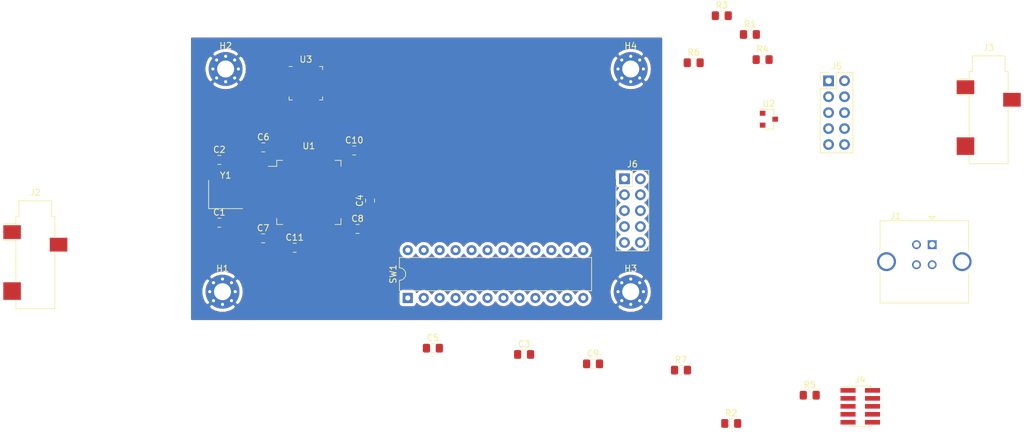
<source format=kicad_pcb>
(kicad_pcb (version 20171130) (host pcbnew 5.1.6)

  (general
    (thickness 1.6)
    (drawings 0)
    (tracks 0)
    (zones 0)
    (modules 33)
    (nets 94)
  )

  (page A4)
  (layers
    (0 F.Cu signal)
    (31 B.Cu signal)
    (32 B.Adhes user)
    (33 F.Adhes user)
    (34 B.Paste user)
    (35 F.Paste user)
    (36 B.SilkS user)
    (37 F.SilkS user)
    (38 B.Mask user)
    (39 F.Mask user)
    (40 Dwgs.User user)
    (41 Cmts.User user)
    (42 Eco1.User user)
    (43 Eco2.User user)
    (44 Edge.Cuts user)
    (45 Margin user)
    (46 B.CrtYd user)
    (47 F.CrtYd user)
    (48 B.Fab user)
    (49 F.Fab user)
  )

  (setup
    (last_trace_width 0.25)
    (trace_clearance 0.2)
    (zone_clearance 0.508)
    (zone_45_only no)
    (trace_min 0.2)
    (via_size 0.8)
    (via_drill 0.4)
    (via_min_size 0.4)
    (via_min_drill 0.3)
    (uvia_size 0.3)
    (uvia_drill 0.1)
    (uvias_allowed no)
    (uvia_min_size 0.2)
    (uvia_min_drill 0.1)
    (edge_width 0.05)
    (segment_width 0.2)
    (pcb_text_width 0.3)
    (pcb_text_size 1.5 1.5)
    (mod_edge_width 0.12)
    (mod_text_size 1 1)
    (mod_text_width 0.15)
    (pad_size 1.524 1.524)
    (pad_drill 0.762)
    (pad_to_mask_clearance 0.05)
    (aux_axis_origin 0 0)
    (visible_elements FFFFFF7F)
    (pcbplotparams
      (layerselection 0x010fc_ffffffff)
      (usegerberextensions false)
      (usegerberattributes true)
      (usegerberadvancedattributes true)
      (creategerberjobfile true)
      (excludeedgelayer true)
      (linewidth 0.100000)
      (plotframeref false)
      (viasonmask false)
      (mode 1)
      (useauxorigin false)
      (hpglpennumber 1)
      (hpglpenspeed 20)
      (hpglpendiameter 15.000000)
      (psnegative false)
      (psa4output false)
      (plotreference true)
      (plotvalue true)
      (plotinvisibletext false)
      (padsonsilk false)
      (subtractmaskfromsilk false)
      (outputformat 1)
      (mirror false)
      (drillshape 1)
      (scaleselection 1)
      (outputdirectory ""))
  )

  (net 0 "")
  (net 1 GND)
  (net 2 "Net-(C1-Pad1)")
  (net 3 "Net-(C2-Pad1)")
  (net 4 /NRST)
  (net 5 +3V3)
  (net 6 +5V)
  (net 7 /USB-)
  (net 8 /USB+)
  (net 9 /MIC_IN)
  (net 10 /OUT_R)
  (net 11 /OUT_L)
  (net 12 "Net-(J4-Pad8)")
  (net 13 "Net-(J4-Pad7)")
  (net 14 /SWO)
  (net 15 /SWDCLK)
  (net 16 /SWDIO)
  (net 17 /MAT_IN_3)
  (net 18 /MAT_IN_2)
  (net 19 /MAT_IN_1)
  (net 20 /MAT_IN_0)
  (net 21 /MAT_OUT_B5)
  (net 22 /MAT_OUT_B4)
  (net 23 /MAT_OUT_B3)
  (net 24 /MAT_OUT_B2)
  (net 25 /MAT_OUT_B1)
  (net 26 /MAT_OUT_B0)
  (net 27 /MAT_OUT_A3)
  (net 28 /MAT_OUT_A2)
  (net 29 /MAT_OUT_A1)
  (net 30 /MAT_OUT_A0)
  (net 31 "Net-(R1-Pad1)")
  (net 32 /MAT_DIP_0)
  (net 33 /MAT_DIP_1)
  (net 34 "Net-(U1-Pad62)")
  (net 35 "Net-(U1-Pad61)")
  (net 36 /I2C1_SDA)
  (net 37 /I2C1_SCL)
  (net 38 "Net-(U1-Pad57)")
  (net 39 "Net-(U1-Pad56)")
  (net 40 "Net-(U1-Pad54)")
  (net 41 /I2S2_SD)
  (net 42 "Net-(U1-Pad52)")
  (net 43 /I2S2_CK)
  (net 44 /I2S2_WS)
  (net 45 /SWCLK)
  (net 46 /I2C2_SDA)
  (net 47 /I2C2_SCL)
  (net 48 /I2C3_SCL)
  (net 49 /I2C3_SDA)
  (net 50 "Net-(U1-Pad37)")
  (net 51 /I2S1_SD)
  (net 52 /I2S1_ext_SD)
  (net 53 /I2S1_CK)
  (net 54 /I2S1_WS)
  (net 55 "Net-(U1-Pad30)")
  (net 56 "Net-(U1-Pad17)")
  (net 57 /VOL3)
  (net 58 /VOL2)
  (net 59 /VOL1)
  (net 60 "Net-(U1-Pad4)")
  (net 61 "Net-(U1-Pad3)")
  (net 62 /I2S2_ext_SD)
  (net 63 "Net-(U3-Pad32)")
  (net 64 "Net-(U3-Pad31)")
  (net 65 "Net-(U3-Pad30)")
  (net 66 "Net-(U3-Pad29)")
  (net 67 "Net-(U3-Pad28)")
  (net 68 "Net-(U3-Pad27)")
  (net 69 "Net-(U3-Pad26)")
  (net 70 "Net-(U3-Pad25)")
  (net 71 "Net-(U3-Pad24)")
  (net 72 "Net-(U3-Pad23)")
  (net 73 "Net-(U3-Pad22)")
  (net 74 "Net-(U3-Pad21)")
  (net 75 "Net-(U3-Pad20)")
  (net 76 "Net-(U3-Pad19)")
  (net 77 "Net-(U3-Pad18)")
  (net 78 "Net-(U3-Pad17)")
  (net 79 "Net-(U3-Pad16)")
  (net 80 "Net-(U3-Pad15)")
  (net 81 "Net-(U3-Pad14)")
  (net 82 "Net-(U3-Pad13)")
  (net 83 "Net-(U3-Pad12)")
  (net 84 "Net-(U3-Pad11)")
  (net 85 "Net-(U3-Pad10)")
  (net 86 "Net-(U3-Pad9)")
  (net 87 "Net-(U3-Pad7)")
  (net 88 "Net-(U3-Pad6)")
  (net 89 "Net-(U3-Pad5)")
  (net 90 "Net-(U3-Pad4)")
  (net 91 "Net-(U3-Pad3)")
  (net 92 "Net-(U3-Pad2)")
  (net 93 "Net-(U3-Pad1)")

  (net_class Default "This is the default net class."
    (clearance 0.2)
    (trace_width 0.25)
    (via_dia 0.8)
    (via_drill 0.4)
    (uvia_dia 0.3)
    (uvia_drill 0.1)
    (add_net +3V3)
    (add_net +5V)
    (add_net /I2C1_SCL)
    (add_net /I2C1_SDA)
    (add_net /I2C2_SCL)
    (add_net /I2C2_SDA)
    (add_net /I2C3_SCL)
    (add_net /I2C3_SDA)
    (add_net /I2S1_CK)
    (add_net /I2S1_SD)
    (add_net /I2S1_WS)
    (add_net /I2S1_ext_SD)
    (add_net /I2S2_CK)
    (add_net /I2S2_SD)
    (add_net /I2S2_WS)
    (add_net /I2S2_ext_SD)
    (add_net /MAT_DIP_0)
    (add_net /MAT_DIP_1)
    (add_net /MAT_IN_0)
    (add_net /MAT_IN_1)
    (add_net /MAT_IN_2)
    (add_net /MAT_IN_3)
    (add_net /MAT_OUT_A0)
    (add_net /MAT_OUT_A1)
    (add_net /MAT_OUT_A2)
    (add_net /MAT_OUT_A3)
    (add_net /MAT_OUT_B0)
    (add_net /MAT_OUT_B1)
    (add_net /MAT_OUT_B2)
    (add_net /MAT_OUT_B3)
    (add_net /MAT_OUT_B4)
    (add_net /MAT_OUT_B5)
    (add_net /MIC_IN)
    (add_net /NRST)
    (add_net /OUT_L)
    (add_net /OUT_R)
    (add_net /SWCLK)
    (add_net /SWDCLK)
    (add_net /SWDIO)
    (add_net /SWO)
    (add_net /USB+)
    (add_net /USB-)
    (add_net /VOL1)
    (add_net /VOL2)
    (add_net /VOL3)
    (add_net GND)
    (add_net "Net-(C1-Pad1)")
    (add_net "Net-(C2-Pad1)")
    (add_net "Net-(J4-Pad7)")
    (add_net "Net-(J4-Pad8)")
    (add_net "Net-(R1-Pad1)")
    (add_net "Net-(U1-Pad17)")
    (add_net "Net-(U1-Pad3)")
    (add_net "Net-(U1-Pad30)")
    (add_net "Net-(U1-Pad37)")
    (add_net "Net-(U1-Pad4)")
    (add_net "Net-(U1-Pad52)")
    (add_net "Net-(U1-Pad54)")
    (add_net "Net-(U1-Pad56)")
    (add_net "Net-(U1-Pad57)")
    (add_net "Net-(U1-Pad61)")
    (add_net "Net-(U1-Pad62)")
    (add_net "Net-(U3-Pad1)")
    (add_net "Net-(U3-Pad10)")
    (add_net "Net-(U3-Pad11)")
    (add_net "Net-(U3-Pad12)")
    (add_net "Net-(U3-Pad13)")
    (add_net "Net-(U3-Pad14)")
    (add_net "Net-(U3-Pad15)")
    (add_net "Net-(U3-Pad16)")
    (add_net "Net-(U3-Pad17)")
    (add_net "Net-(U3-Pad18)")
    (add_net "Net-(U3-Pad19)")
    (add_net "Net-(U3-Pad2)")
    (add_net "Net-(U3-Pad20)")
    (add_net "Net-(U3-Pad21)")
    (add_net "Net-(U3-Pad22)")
    (add_net "Net-(U3-Pad23)")
    (add_net "Net-(U3-Pad24)")
    (add_net "Net-(U3-Pad25)")
    (add_net "Net-(U3-Pad26)")
    (add_net "Net-(U3-Pad27)")
    (add_net "Net-(U3-Pad28)")
    (add_net "Net-(U3-Pad29)")
    (add_net "Net-(U3-Pad3)")
    (add_net "Net-(U3-Pad30)")
    (add_net "Net-(U3-Pad31)")
    (add_net "Net-(U3-Pad32)")
    (add_net "Net-(U3-Pad4)")
    (add_net "Net-(U3-Pad5)")
    (add_net "Net-(U3-Pad6)")
    (add_net "Net-(U3-Pad7)")
    (add_net "Net-(U3-Pad9)")
  )

  (module Package_DFN_QFN:WQFN-32-1EP_5x5mm_P0.5mm_EP3.1x3.1mm (layer F.Cu) (tedit 5A65E1A9) (tstamp 5F89E87C)
    (at 108.275 42.275)
    (descr "QFN, 32-Leads, Body 5x5x0.8mm, Pitch 0.5mm, Thermal Pad 3.1x3.1mm; (see Texas Instruments LM25119 http://www.ti.com/lit/ds/symlink/lm25119.pdf)")
    (tags "WQFN 0.5")
    (path /602F9818)
    (attr smd)
    (fp_text reference U3 (at 0 -3.81) (layer F.SilkS)
      (effects (font (size 1 1) (thickness 0.15)))
    )
    (fp_text value PCM6260xxxxxx (at 0 3.81) (layer F.Fab)
      (effects (font (size 1 1) (thickness 0.15)))
    )
    (fp_text user %R (at 0 0) (layer F.Fab)
      (effects (font (size 1 1) (thickness 0.15)))
    )
    (fp_line (start 2.5 -2.5) (end -1.5 -2.5) (layer F.Fab) (width 0.1))
    (fp_line (start -1.5 -2.5) (end -2.5 -1.5) (layer F.Fab) (width 0.1))
    (fp_line (start -2.5 -1.5) (end -2.5 2.5) (layer F.Fab) (width 0.1))
    (fp_line (start -2.159 -2.667) (end -2.667 -2.667) (layer F.SilkS) (width 0.12))
    (fp_line (start -2.159 2.667) (end -2.667 2.667) (layer F.SilkS) (width 0.12))
    (fp_line (start -2.667 2.667) (end -2.667 2.159) (layer F.SilkS) (width 0.12))
    (fp_line (start 2.667 2.159) (end 2.667 2.667) (layer F.SilkS) (width 0.12))
    (fp_line (start 2.667 2.667) (end 2.159 2.667) (layer F.SilkS) (width 0.12))
    (fp_line (start 2.159 -2.667) (end 2.667 -2.667) (layer F.SilkS) (width 0.12))
    (fp_line (start 2.667 -2.667) (end 2.667 -2.159) (layer F.SilkS) (width 0.12))
    (fp_line (start 2.5 -2.5) (end 2.5 2.5) (layer F.Fab) (width 0.1))
    (fp_line (start 2.5 2.5) (end -2.5 2.5) (layer F.Fab) (width 0.1))
    (fp_line (start -2.95 -2.95) (end 2.95 -2.95) (layer F.CrtYd) (width 0.05))
    (fp_line (start 2.95 -2.95) (end 2.95 2.95) (layer F.CrtYd) (width 0.05))
    (fp_line (start 2.95 2.95) (end -2.95 2.95) (layer F.CrtYd) (width 0.05))
    (fp_line (start -2.95 2.95) (end -2.95 -2.95) (layer F.CrtYd) (width 0.05))
    (pad "" smd rect (at 0.775 -0.775) (size 1.23 1.23) (layers F.Paste))
    (pad "" smd rect (at -0.775 -0.775) (size 1.23 1.23) (layers F.Paste))
    (pad "" smd rect (at -0.775 0.775) (size 1.23 1.23) (layers F.Paste))
    (pad "" smd rect (at 0.775 0.775) (size 1.23 1.23) (layers F.Paste))
    (pad 32 smd rect (at -1.75 -2.4) (size 0.25 0.6) (layers F.Cu F.Paste F.Mask)
      (net 63 "Net-(U3-Pad32)"))
    (pad 31 smd rect (at -1.25 -2.4) (size 0.25 0.6) (layers F.Cu F.Paste F.Mask)
      (net 64 "Net-(U3-Pad31)"))
    (pad 30 smd rect (at -0.75 -2.4) (size 0.25 0.6) (layers F.Cu F.Paste F.Mask)
      (net 65 "Net-(U3-Pad30)"))
    (pad 29 smd rect (at -0.25 -2.4) (size 0.25 0.6) (layers F.Cu F.Paste F.Mask)
      (net 66 "Net-(U3-Pad29)"))
    (pad 28 smd rect (at 0.25 -2.4) (size 0.25 0.6) (layers F.Cu F.Paste F.Mask)
      (net 67 "Net-(U3-Pad28)"))
    (pad 27 smd rect (at 0.75 -2.4) (size 0.25 0.6) (layers F.Cu F.Paste F.Mask)
      (net 68 "Net-(U3-Pad27)"))
    (pad 26 smd rect (at 1.25 -2.4) (size 0.25 0.6) (layers F.Cu F.Paste F.Mask)
      (net 69 "Net-(U3-Pad26)"))
    (pad 25 smd rect (at 1.75 -2.4) (size 0.25 0.6) (layers F.Cu F.Paste F.Mask)
      (net 70 "Net-(U3-Pad25)"))
    (pad 24 smd rect (at 2.4 -1.75 90) (size 0.25 0.6) (layers F.Cu F.Paste F.Mask)
      (net 71 "Net-(U3-Pad24)"))
    (pad 23 smd rect (at 2.4 -1.25 90) (size 0.25 0.6) (layers F.Cu F.Paste F.Mask)
      (net 72 "Net-(U3-Pad23)"))
    (pad 22 smd rect (at 2.4 -0.75 90) (size 0.25 0.6) (layers F.Cu F.Paste F.Mask)
      (net 73 "Net-(U3-Pad22)"))
    (pad 21 smd rect (at 2.4 -0.25 90) (size 0.25 0.6) (layers F.Cu F.Paste F.Mask)
      (net 74 "Net-(U3-Pad21)"))
    (pad 20 smd rect (at 2.4 0.25 90) (size 0.25 0.6) (layers F.Cu F.Paste F.Mask)
      (net 75 "Net-(U3-Pad20)"))
    (pad 19 smd rect (at 2.4 0.75 90) (size 0.25 0.6) (layers F.Cu F.Paste F.Mask)
      (net 76 "Net-(U3-Pad19)"))
    (pad 18 smd rect (at 2.4 1.25 90) (size 0.25 0.6) (layers F.Cu F.Paste F.Mask)
      (net 77 "Net-(U3-Pad18)"))
    (pad 17 smd rect (at 2.4 1.75 90) (size 0.25 0.6) (layers F.Cu F.Paste F.Mask)
      (net 78 "Net-(U3-Pad17)"))
    (pad 16 smd rect (at 1.75 2.4) (size 0.25 0.6) (layers F.Cu F.Paste F.Mask)
      (net 79 "Net-(U3-Pad16)"))
    (pad 15 smd rect (at 1.25 2.4) (size 0.25 0.6) (layers F.Cu F.Paste F.Mask)
      (net 80 "Net-(U3-Pad15)"))
    (pad 14 smd rect (at 0.75 2.4) (size 0.25 0.6) (layers F.Cu F.Paste F.Mask)
      (net 81 "Net-(U3-Pad14)"))
    (pad 13 smd rect (at 0.25 2.4) (size 0.25 0.6) (layers F.Cu F.Paste F.Mask)
      (net 82 "Net-(U3-Pad13)"))
    (pad 12 smd rect (at -0.25 2.4) (size 0.25 0.6) (layers F.Cu F.Paste F.Mask)
      (net 83 "Net-(U3-Pad12)"))
    (pad 11 smd rect (at -0.75 2.4) (size 0.25 0.6) (layers F.Cu F.Paste F.Mask)
      (net 84 "Net-(U3-Pad11)"))
    (pad 10 smd rect (at -1.25 2.4) (size 0.25 0.6) (layers F.Cu F.Paste F.Mask)
      (net 85 "Net-(U3-Pad10)"))
    (pad 9 smd rect (at -1.75 2.4) (size 0.25 0.6) (layers F.Cu F.Paste F.Mask)
      (net 86 "Net-(U3-Pad9)"))
    (pad 8 smd rect (at -2.4 1.75 90) (size 0.25 0.6) (layers F.Cu F.Paste F.Mask)
      (net 1 GND))
    (pad 7 smd rect (at -2.4 1.25 90) (size 0.25 0.6) (layers F.Cu F.Paste F.Mask)
      (net 87 "Net-(U3-Pad7)"))
    (pad 6 smd rect (at -2.4 0.75 90) (size 0.25 0.6) (layers F.Cu F.Paste F.Mask)
      (net 88 "Net-(U3-Pad6)"))
    (pad 5 smd rect (at -2.4 0.25 90) (size 0.25 0.6) (layers F.Cu F.Paste F.Mask)
      (net 89 "Net-(U3-Pad5)"))
    (pad 4 smd rect (at -2.4 -0.25 90) (size 0.25 0.6) (layers F.Cu F.Paste F.Mask)
      (net 90 "Net-(U3-Pad4)"))
    (pad 3 smd rect (at -2.4 -0.75 90) (size 0.25 0.6) (layers F.Cu F.Paste F.Mask)
      (net 91 "Net-(U3-Pad3)"))
    (pad 2 smd rect (at -2.4 -1.25 90) (size 0.25 0.6) (layers F.Cu F.Paste F.Mask)
      (net 92 "Net-(U3-Pad2)"))
    (pad 1 smd rect (at -2.4 -1.75 90) (size 0.25 0.6) (layers F.Cu F.Paste F.Mask)
      (net 93 "Net-(U3-Pad1)"))
    (pad 33 smd rect (at 0 0) (size 3.1 3.1) (layers F.Cu F.Mask)
      (net 1 GND))
    (model ${KISYS3DMOD}/Package_DFN_QFN.3dshapes/WQFN-32-1EP_5x5mm_P0.5mm_EP3.1x3.1mm.wrl
      (at (xyz 0 0 0))
      (scale (xyz 1 1 1))
      (rotate (xyz 0 0 0))
    )
  )

  (module MountingHole:MountingHole_2.7mm_M2.5_Pad_Via (layer F.Cu) (tedit 56DDBBFF) (tstamp 5F89E458)
    (at 160 40)
    (descr "Mounting Hole 2.7mm")
    (tags "mounting hole 2.7mm")
    (path /602A66B8)
    (attr virtual)
    (fp_text reference H4 (at 0 -3.7) (layer F.SilkS)
      (effects (font (size 1 1) (thickness 0.15)))
    )
    (fp_text value MountingHole_Pad (at 0 3.7) (layer F.Fab)
      (effects (font (size 1 1) (thickness 0.15)))
    )
    (fp_text user %R (at 0.3 0) (layer F.Fab)
      (effects (font (size 1 1) (thickness 0.15)))
    )
    (fp_circle (center 0 0) (end 2.7 0) (layer Cmts.User) (width 0.15))
    (fp_circle (center 0 0) (end 2.95 0) (layer F.CrtYd) (width 0.05))
    (pad 1 thru_hole circle (at 1.431891 -1.431891) (size 0.8 0.8) (drill 0.5) (layers *.Cu *.Mask)
      (net 1 GND))
    (pad 1 thru_hole circle (at 0 -2.025) (size 0.8 0.8) (drill 0.5) (layers *.Cu *.Mask)
      (net 1 GND))
    (pad 1 thru_hole circle (at -1.431891 -1.431891) (size 0.8 0.8) (drill 0.5) (layers *.Cu *.Mask)
      (net 1 GND))
    (pad 1 thru_hole circle (at -2.025 0) (size 0.8 0.8) (drill 0.5) (layers *.Cu *.Mask)
      (net 1 GND))
    (pad 1 thru_hole circle (at -1.431891 1.431891) (size 0.8 0.8) (drill 0.5) (layers *.Cu *.Mask)
      (net 1 GND))
    (pad 1 thru_hole circle (at 0 2.025) (size 0.8 0.8) (drill 0.5) (layers *.Cu *.Mask)
      (net 1 GND))
    (pad 1 thru_hole circle (at 1.431891 1.431891) (size 0.8 0.8) (drill 0.5) (layers *.Cu *.Mask)
      (net 1 GND))
    (pad 1 thru_hole circle (at 2.025 0) (size 0.8 0.8) (drill 0.5) (layers *.Cu *.Mask)
      (net 1 GND))
    (pad 1 thru_hole circle (at 0 0) (size 5.4 5.4) (drill 2.7) (layers *.Cu *.Mask)
      (net 1 GND))
  )

  (module MountingHole:MountingHole_2.7mm_M2.5_Pad_Via (layer F.Cu) (tedit 56DDBBFF) (tstamp 5F89E448)
    (at 160 75.5)
    (descr "Mounting Hole 2.7mm")
    (tags "mounting hole 2.7mm")
    (path /602A6354)
    (attr virtual)
    (fp_text reference H3 (at 0 -3.7) (layer F.SilkS)
      (effects (font (size 1 1) (thickness 0.15)))
    )
    (fp_text value MountingHole_Pad (at 0 3.7) (layer F.Fab)
      (effects (font (size 1 1) (thickness 0.15)))
    )
    (fp_text user %R (at 0.3 0) (layer F.Fab)
      (effects (font (size 1 1) (thickness 0.15)))
    )
    (fp_circle (center 0 0) (end 2.7 0) (layer Cmts.User) (width 0.15))
    (fp_circle (center 0 0) (end 2.95 0) (layer F.CrtYd) (width 0.05))
    (pad 1 thru_hole circle (at 1.431891 -1.431891) (size 0.8 0.8) (drill 0.5) (layers *.Cu *.Mask)
      (net 1 GND))
    (pad 1 thru_hole circle (at 0 -2.025) (size 0.8 0.8) (drill 0.5) (layers *.Cu *.Mask)
      (net 1 GND))
    (pad 1 thru_hole circle (at -1.431891 -1.431891) (size 0.8 0.8) (drill 0.5) (layers *.Cu *.Mask)
      (net 1 GND))
    (pad 1 thru_hole circle (at -2.025 0) (size 0.8 0.8) (drill 0.5) (layers *.Cu *.Mask)
      (net 1 GND))
    (pad 1 thru_hole circle (at -1.431891 1.431891) (size 0.8 0.8) (drill 0.5) (layers *.Cu *.Mask)
      (net 1 GND))
    (pad 1 thru_hole circle (at 0 2.025) (size 0.8 0.8) (drill 0.5) (layers *.Cu *.Mask)
      (net 1 GND))
    (pad 1 thru_hole circle (at 1.431891 1.431891) (size 0.8 0.8) (drill 0.5) (layers *.Cu *.Mask)
      (net 1 GND))
    (pad 1 thru_hole circle (at 2.025 0) (size 0.8 0.8) (drill 0.5) (layers *.Cu *.Mask)
      (net 1 GND))
    (pad 1 thru_hole circle (at 0 0) (size 5.4 5.4) (drill 2.7) (layers *.Cu *.Mask)
      (net 1 GND))
  )

  (module MountingHole:MountingHole_2.7mm_M2.5_Pad_Via (layer F.Cu) (tedit 56DDBBFF) (tstamp 5F89E438)
    (at 95.5 40)
    (descr "Mounting Hole 2.7mm")
    (tags "mounting hole 2.7mm")
    (path /602A5FD4)
    (attr virtual)
    (fp_text reference H2 (at 0 -3.7) (layer F.SilkS)
      (effects (font (size 1 1) (thickness 0.15)))
    )
    (fp_text value MountingHole_Pad (at 0 3.7) (layer F.Fab)
      (effects (font (size 1 1) (thickness 0.15)))
    )
    (fp_text user %R (at 0.3 0) (layer F.Fab)
      (effects (font (size 1 1) (thickness 0.15)))
    )
    (fp_circle (center 0 0) (end 2.7 0) (layer Cmts.User) (width 0.15))
    (fp_circle (center 0 0) (end 2.95 0) (layer F.CrtYd) (width 0.05))
    (pad 1 thru_hole circle (at 1.431891 -1.431891) (size 0.8 0.8) (drill 0.5) (layers *.Cu *.Mask)
      (net 1 GND))
    (pad 1 thru_hole circle (at 0 -2.025) (size 0.8 0.8) (drill 0.5) (layers *.Cu *.Mask)
      (net 1 GND))
    (pad 1 thru_hole circle (at -1.431891 -1.431891) (size 0.8 0.8) (drill 0.5) (layers *.Cu *.Mask)
      (net 1 GND))
    (pad 1 thru_hole circle (at -2.025 0) (size 0.8 0.8) (drill 0.5) (layers *.Cu *.Mask)
      (net 1 GND))
    (pad 1 thru_hole circle (at -1.431891 1.431891) (size 0.8 0.8) (drill 0.5) (layers *.Cu *.Mask)
      (net 1 GND))
    (pad 1 thru_hole circle (at 0 2.025) (size 0.8 0.8) (drill 0.5) (layers *.Cu *.Mask)
      (net 1 GND))
    (pad 1 thru_hole circle (at 1.431891 1.431891) (size 0.8 0.8) (drill 0.5) (layers *.Cu *.Mask)
      (net 1 GND))
    (pad 1 thru_hole circle (at 2.025 0) (size 0.8 0.8) (drill 0.5) (layers *.Cu *.Mask)
      (net 1 GND))
    (pad 1 thru_hole circle (at 0 0) (size 5.4 5.4) (drill 2.7) (layers *.Cu *.Mask)
      (net 1 GND))
  )

  (module MountingHole:MountingHole_2.7mm_M2.5_Pad_Via (layer F.Cu) (tedit 56DDBBFF) (tstamp 5F89E428)
    (at 95 75.5)
    (descr "Mounting Hole 2.7mm")
    (tags "mounting hole 2.7mm")
    (path /602A5575)
    (attr virtual)
    (fp_text reference H1 (at 0 -3.7) (layer F.SilkS)
      (effects (font (size 1 1) (thickness 0.15)))
    )
    (fp_text value MountingHole_Pad (at 0 3.7) (layer F.Fab)
      (effects (font (size 1 1) (thickness 0.15)))
    )
    (fp_text user %R (at 0.3 0) (layer F.Fab)
      (effects (font (size 1 1) (thickness 0.15)))
    )
    (fp_circle (center 0 0) (end 2.7 0) (layer Cmts.User) (width 0.15))
    (fp_circle (center 0 0) (end 2.95 0) (layer F.CrtYd) (width 0.05))
    (pad 1 thru_hole circle (at 1.431891 -1.431891) (size 0.8 0.8) (drill 0.5) (layers *.Cu *.Mask)
      (net 1 GND))
    (pad 1 thru_hole circle (at 0 -2.025) (size 0.8 0.8) (drill 0.5) (layers *.Cu *.Mask)
      (net 1 GND))
    (pad 1 thru_hole circle (at -1.431891 -1.431891) (size 0.8 0.8) (drill 0.5) (layers *.Cu *.Mask)
      (net 1 GND))
    (pad 1 thru_hole circle (at -2.025 0) (size 0.8 0.8) (drill 0.5) (layers *.Cu *.Mask)
      (net 1 GND))
    (pad 1 thru_hole circle (at -1.431891 1.431891) (size 0.8 0.8) (drill 0.5) (layers *.Cu *.Mask)
      (net 1 GND))
    (pad 1 thru_hole circle (at 0 2.025) (size 0.8 0.8) (drill 0.5) (layers *.Cu *.Mask)
      (net 1 GND))
    (pad 1 thru_hole circle (at 1.431891 1.431891) (size 0.8 0.8) (drill 0.5) (layers *.Cu *.Mask)
      (net 1 GND))
    (pad 1 thru_hole circle (at 2.025 0) (size 0.8 0.8) (drill 0.5) (layers *.Cu *.Mask)
      (net 1 GND))
    (pad 1 thru_hole circle (at 0 0) (size 5.4 5.4) (drill 2.7) (layers *.Cu *.Mask)
      (net 1 GND))
  )

  (module Crystal:Crystal_SMD_3225-4Pin_3.2x2.5mm_HandSoldering (layer F.Cu) (tedit 5A0FD1B2) (tstamp 5F87B584)
    (at 95.5 60)
    (descr "SMD Crystal SERIES SMD3225/4 http://www.txccrystal.com/images/pdf/7m-accuracy.pdf, hand-soldering, 3.2x2.5mm^2 package")
    (tags "SMD SMT crystal hand-soldering")
    (path /5FCA11F7)
    (attr smd)
    (fp_text reference Y1 (at 0 -3.05) (layer F.SilkS)
      (effects (font (size 1 1) (thickness 0.15)))
    )
    (fp_text value Crystal_GND24 (at 0 3.05) (layer F.Fab)
      (effects (font (size 1 1) (thickness 0.15)))
    )
    (fp_text user %R (at 0 0) (layer F.Fab)
      (effects (font (size 0.7 0.7) (thickness 0.105)))
    )
    (fp_line (start -1.6 -1.25) (end -1.6 1.25) (layer F.Fab) (width 0.1))
    (fp_line (start -1.6 1.25) (end 1.6 1.25) (layer F.Fab) (width 0.1))
    (fp_line (start 1.6 1.25) (end 1.6 -1.25) (layer F.Fab) (width 0.1))
    (fp_line (start 1.6 -1.25) (end -1.6 -1.25) (layer F.Fab) (width 0.1))
    (fp_line (start -1.6 0.25) (end -0.6 1.25) (layer F.Fab) (width 0.1))
    (fp_line (start -2.7 -2.25) (end -2.7 2.25) (layer F.SilkS) (width 0.12))
    (fp_line (start -2.7 2.25) (end 2.7 2.25) (layer F.SilkS) (width 0.12))
    (fp_line (start -2.8 -2.3) (end -2.8 2.3) (layer F.CrtYd) (width 0.05))
    (fp_line (start -2.8 2.3) (end 2.8 2.3) (layer F.CrtYd) (width 0.05))
    (fp_line (start 2.8 2.3) (end 2.8 -2.3) (layer F.CrtYd) (width 0.05))
    (fp_line (start 2.8 -2.3) (end -2.8 -2.3) (layer F.CrtYd) (width 0.05))
    (pad 4 smd rect (at -1.45 -1.15) (size 2.1 1.8) (layers F.Cu F.Paste F.Mask)
      (net 1 GND))
    (pad 3 smd rect (at 1.45 -1.15) (size 2.1 1.8) (layers F.Cu F.Paste F.Mask)
      (net 3 "Net-(C2-Pad1)"))
    (pad 2 smd rect (at 1.45 1.15) (size 2.1 1.8) (layers F.Cu F.Paste F.Mask)
      (net 1 GND))
    (pad 1 smd rect (at -1.45 1.15) (size 2.1 1.8) (layers F.Cu F.Paste F.Mask)
      (net 2 "Net-(C1-Pad1)"))
    (model ${KISYS3DMOD}/Crystal.3dshapes/Crystal_SMD_3225-4Pin_3.2x2.5mm_HandSoldering.wrl
      (at (xyz 0 0 0))
      (scale (xyz 1 1 1))
      (rotate (xyz 0 0 0))
    )
  )

  (module Package_TO_SOT_SMD:SOT-23 (layer F.Cu) (tedit 5A02FF57) (tstamp 5F87B570)
    (at 182 48)
    (descr "SOT-23, Standard")
    (tags SOT-23)
    (path /601168EB)
    (attr smd)
    (fp_text reference U2 (at 0 -2.5) (layer F.SilkS)
      (effects (font (size 1 1) (thickness 0.15)))
    )
    (fp_text value XC6206P332MR (at 0 2.5) (layer F.Fab)
      (effects (font (size 1 1) (thickness 0.15)))
    )
    (fp_text user %R (at 0 0 90) (layer F.Fab)
      (effects (font (size 0.5 0.5) (thickness 0.075)))
    )
    (fp_line (start -0.7 -0.95) (end -0.7 1.5) (layer F.Fab) (width 0.1))
    (fp_line (start -0.15 -1.52) (end 0.7 -1.52) (layer F.Fab) (width 0.1))
    (fp_line (start -0.7 -0.95) (end -0.15 -1.52) (layer F.Fab) (width 0.1))
    (fp_line (start 0.7 -1.52) (end 0.7 1.52) (layer F.Fab) (width 0.1))
    (fp_line (start -0.7 1.52) (end 0.7 1.52) (layer F.Fab) (width 0.1))
    (fp_line (start 0.76 1.58) (end 0.76 0.65) (layer F.SilkS) (width 0.12))
    (fp_line (start 0.76 -1.58) (end 0.76 -0.65) (layer F.SilkS) (width 0.12))
    (fp_line (start -1.7 -1.75) (end 1.7 -1.75) (layer F.CrtYd) (width 0.05))
    (fp_line (start 1.7 -1.75) (end 1.7 1.75) (layer F.CrtYd) (width 0.05))
    (fp_line (start 1.7 1.75) (end -1.7 1.75) (layer F.CrtYd) (width 0.05))
    (fp_line (start -1.7 1.75) (end -1.7 -1.75) (layer F.CrtYd) (width 0.05))
    (fp_line (start 0.76 -1.58) (end -1.4 -1.58) (layer F.SilkS) (width 0.12))
    (fp_line (start 0.76 1.58) (end -0.7 1.58) (layer F.SilkS) (width 0.12))
    (pad 3 smd rect (at 1 0) (size 0.9 0.8) (layers F.Cu F.Paste F.Mask)
      (net 6 +5V))
    (pad 2 smd rect (at -1 0.95) (size 0.9 0.8) (layers F.Cu F.Paste F.Mask)
      (net 5 +3V3))
    (pad 1 smd rect (at -1 -0.95) (size 0.9 0.8) (layers F.Cu F.Paste F.Mask)
      (net 1 GND))
    (model ${KISYS3DMOD}/Package_TO_SOT_SMD.3dshapes/SOT-23.wrl
      (at (xyz 0 0 0))
      (scale (xyz 1 1 1))
      (rotate (xyz 0 0 0))
    )
  )

  (module Package_QFP:LQFP-64_10x10mm_P0.5mm (layer F.Cu) (tedit 5D9F72AF) (tstamp 5F89F395)
    (at 108.75 59.675)
    (descr "LQFP, 64 Pin (https://www.analog.com/media/en/technical-documentation/data-sheets/ad7606_7606-6_7606-4.pdf), generated with kicad-footprint-generator ipc_gullwing_generator.py")
    (tags "LQFP QFP")
    (path /5FC9B792)
    (attr smd)
    (fp_text reference U1 (at 0 -7.4) (layer F.SilkS)
      (effects (font (size 1 1) (thickness 0.15)))
    )
    (fp_text value STM32F303RETx (at 0 7.4) (layer F.Fab)
      (effects (font (size 1 1) (thickness 0.15)))
    )
    (fp_text user %R (at 0 0) (layer F.Fab)
      (effects (font (size 1 1) (thickness 0.15)))
    )
    (fp_line (start 4.16 5.11) (end 5.11 5.11) (layer F.SilkS) (width 0.12))
    (fp_line (start 5.11 5.11) (end 5.11 4.16) (layer F.SilkS) (width 0.12))
    (fp_line (start -4.16 5.11) (end -5.11 5.11) (layer F.SilkS) (width 0.12))
    (fp_line (start -5.11 5.11) (end -5.11 4.16) (layer F.SilkS) (width 0.12))
    (fp_line (start 4.16 -5.11) (end 5.11 -5.11) (layer F.SilkS) (width 0.12))
    (fp_line (start 5.11 -5.11) (end 5.11 -4.16) (layer F.SilkS) (width 0.12))
    (fp_line (start -4.16 -5.11) (end -5.11 -5.11) (layer F.SilkS) (width 0.12))
    (fp_line (start -5.11 -5.11) (end -5.11 -4.16) (layer F.SilkS) (width 0.12))
    (fp_line (start -5.11 -4.16) (end -6.45 -4.16) (layer F.SilkS) (width 0.12))
    (fp_line (start -4 -5) (end 5 -5) (layer F.Fab) (width 0.1))
    (fp_line (start 5 -5) (end 5 5) (layer F.Fab) (width 0.1))
    (fp_line (start 5 5) (end -5 5) (layer F.Fab) (width 0.1))
    (fp_line (start -5 5) (end -5 -4) (layer F.Fab) (width 0.1))
    (fp_line (start -5 -4) (end -4 -5) (layer F.Fab) (width 0.1))
    (fp_line (start 0 -6.7) (end -4.15 -6.7) (layer F.CrtYd) (width 0.05))
    (fp_line (start -4.15 -6.7) (end -4.15 -5.25) (layer F.CrtYd) (width 0.05))
    (fp_line (start -4.15 -5.25) (end -5.25 -5.25) (layer F.CrtYd) (width 0.05))
    (fp_line (start -5.25 -5.25) (end -5.25 -4.15) (layer F.CrtYd) (width 0.05))
    (fp_line (start -5.25 -4.15) (end -6.7 -4.15) (layer F.CrtYd) (width 0.05))
    (fp_line (start -6.7 -4.15) (end -6.7 0) (layer F.CrtYd) (width 0.05))
    (fp_line (start 0 -6.7) (end 4.15 -6.7) (layer F.CrtYd) (width 0.05))
    (fp_line (start 4.15 -6.7) (end 4.15 -5.25) (layer F.CrtYd) (width 0.05))
    (fp_line (start 4.15 -5.25) (end 5.25 -5.25) (layer F.CrtYd) (width 0.05))
    (fp_line (start 5.25 -5.25) (end 5.25 -4.15) (layer F.CrtYd) (width 0.05))
    (fp_line (start 5.25 -4.15) (end 6.7 -4.15) (layer F.CrtYd) (width 0.05))
    (fp_line (start 6.7 -4.15) (end 6.7 0) (layer F.CrtYd) (width 0.05))
    (fp_line (start 0 6.7) (end -4.15 6.7) (layer F.CrtYd) (width 0.05))
    (fp_line (start -4.15 6.7) (end -4.15 5.25) (layer F.CrtYd) (width 0.05))
    (fp_line (start -4.15 5.25) (end -5.25 5.25) (layer F.CrtYd) (width 0.05))
    (fp_line (start -5.25 5.25) (end -5.25 4.15) (layer F.CrtYd) (width 0.05))
    (fp_line (start -5.25 4.15) (end -6.7 4.15) (layer F.CrtYd) (width 0.05))
    (fp_line (start -6.7 4.15) (end -6.7 0) (layer F.CrtYd) (width 0.05))
    (fp_line (start 0 6.7) (end 4.15 6.7) (layer F.CrtYd) (width 0.05))
    (fp_line (start 4.15 6.7) (end 4.15 5.25) (layer F.CrtYd) (width 0.05))
    (fp_line (start 4.15 5.25) (end 5.25 5.25) (layer F.CrtYd) (width 0.05))
    (fp_line (start 5.25 5.25) (end 5.25 4.15) (layer F.CrtYd) (width 0.05))
    (fp_line (start 5.25 4.15) (end 6.7 4.15) (layer F.CrtYd) (width 0.05))
    (fp_line (start 6.7 4.15) (end 6.7 0) (layer F.CrtYd) (width 0.05))
    (pad 64 smd roundrect (at -3.75 -5.675) (size 0.3 1.55) (layers F.Cu F.Paste F.Mask) (roundrect_rratio 0.25)
      (net 5 +3V3))
    (pad 63 smd roundrect (at -3.25 -5.675) (size 0.3 1.55) (layers F.Cu F.Paste F.Mask) (roundrect_rratio 0.25)
      (net 1 GND))
    (pad 62 smd roundrect (at -2.75 -5.675) (size 0.3 1.55) (layers F.Cu F.Paste F.Mask) (roundrect_rratio 0.25)
      (net 34 "Net-(U1-Pad62)"))
    (pad 61 smd roundrect (at -2.25 -5.675) (size 0.3 1.55) (layers F.Cu F.Paste F.Mask) (roundrect_rratio 0.25)
      (net 35 "Net-(U1-Pad61)"))
    (pad 60 smd roundrect (at -1.75 -5.675) (size 0.3 1.55) (layers F.Cu F.Paste F.Mask) (roundrect_rratio 0.25)
      (net 31 "Net-(R1-Pad1)"))
    (pad 59 smd roundrect (at -1.25 -5.675) (size 0.3 1.55) (layers F.Cu F.Paste F.Mask) (roundrect_rratio 0.25)
      (net 36 /I2C1_SDA))
    (pad 58 smd roundrect (at -0.75 -5.675) (size 0.3 1.55) (layers F.Cu F.Paste F.Mask) (roundrect_rratio 0.25)
      (net 37 /I2C1_SCL))
    (pad 57 smd roundrect (at -0.25 -5.675) (size 0.3 1.55) (layers F.Cu F.Paste F.Mask) (roundrect_rratio 0.25)
      (net 38 "Net-(U1-Pad57)"))
    (pad 56 smd roundrect (at 0.25 -5.675) (size 0.3 1.55) (layers F.Cu F.Paste F.Mask) (roundrect_rratio 0.25)
      (net 39 "Net-(U1-Pad56)"))
    (pad 55 smd roundrect (at 0.75 -5.675) (size 0.3 1.55) (layers F.Cu F.Paste F.Mask) (roundrect_rratio 0.25)
      (net 14 /SWO))
    (pad 54 smd roundrect (at 1.25 -5.675) (size 0.3 1.55) (layers F.Cu F.Paste F.Mask) (roundrect_rratio 0.25)
      (net 40 "Net-(U1-Pad54)"))
    (pad 53 smd roundrect (at 1.75 -5.675) (size 0.3 1.55) (layers F.Cu F.Paste F.Mask) (roundrect_rratio 0.25)
      (net 41 /I2S2_SD))
    (pad 52 smd roundrect (at 2.25 -5.675) (size 0.3 1.55) (layers F.Cu F.Paste F.Mask) (roundrect_rratio 0.25)
      (net 42 "Net-(U1-Pad52)"))
    (pad 51 smd roundrect (at 2.75 -5.675) (size 0.3 1.55) (layers F.Cu F.Paste F.Mask) (roundrect_rratio 0.25)
      (net 43 /I2S2_CK))
    (pad 50 smd roundrect (at 3.25 -5.675) (size 0.3 1.55) (layers F.Cu F.Paste F.Mask) (roundrect_rratio 0.25)
      (net 44 /I2S2_WS))
    (pad 49 smd roundrect (at 3.75 -5.675) (size 0.3 1.55) (layers F.Cu F.Paste F.Mask) (roundrect_rratio 0.25)
      (net 45 /SWCLK))
    (pad 48 smd roundrect (at 5.675 -3.75) (size 1.55 0.3) (layers F.Cu F.Paste F.Mask) (roundrect_rratio 0.25)
      (net 5 +3V3))
    (pad 47 smd roundrect (at 5.675 -3.25) (size 1.55 0.3) (layers F.Cu F.Paste F.Mask) (roundrect_rratio 0.25)
      (net 1 GND))
    (pad 46 smd roundrect (at 5.675 -2.75) (size 1.55 0.3) (layers F.Cu F.Paste F.Mask) (roundrect_rratio 0.25)
      (net 16 /SWDIO))
    (pad 45 smd roundrect (at 5.675 -2.25) (size 1.55 0.3) (layers F.Cu F.Paste F.Mask) (roundrect_rratio 0.25)
      (net 8 /USB+))
    (pad 44 smd roundrect (at 5.675 -1.75) (size 1.55 0.3) (layers F.Cu F.Paste F.Mask) (roundrect_rratio 0.25)
      (net 7 /USB-))
    (pad 43 smd roundrect (at 5.675 -1.25) (size 1.55 0.3) (layers F.Cu F.Paste F.Mask) (roundrect_rratio 0.25)
      (net 46 /I2C2_SDA))
    (pad 42 smd roundrect (at 5.675 -0.75) (size 1.55 0.3) (layers F.Cu F.Paste F.Mask) (roundrect_rratio 0.25)
      (net 47 /I2C2_SCL))
    (pad 41 smd roundrect (at 5.675 -0.25) (size 1.55 0.3) (layers F.Cu F.Paste F.Mask) (roundrect_rratio 0.25)
      (net 48 /I2C3_SCL))
    (pad 40 smd roundrect (at 5.675 0.25) (size 1.55 0.3) (layers F.Cu F.Paste F.Mask) (roundrect_rratio 0.25)
      (net 49 /I2C3_SDA))
    (pad 39 smd roundrect (at 5.675 0.75) (size 1.55 0.3) (layers F.Cu F.Paste F.Mask) (roundrect_rratio 0.25)
      (net 32 /MAT_DIP_0))
    (pad 38 smd roundrect (at 5.675 1.25) (size 1.55 0.3) (layers F.Cu F.Paste F.Mask) (roundrect_rratio 0.25)
      (net 33 /MAT_DIP_1))
    (pad 37 smd roundrect (at 5.675 1.75) (size 1.55 0.3) (layers F.Cu F.Paste F.Mask) (roundrect_rratio 0.25)
      (net 50 "Net-(U1-Pad37)"))
    (pad 36 smd roundrect (at 5.675 2.25) (size 1.55 0.3) (layers F.Cu F.Paste F.Mask) (roundrect_rratio 0.25)
      (net 51 /I2S1_SD))
    (pad 35 smd roundrect (at 5.675 2.75) (size 1.55 0.3) (layers F.Cu F.Paste F.Mask) (roundrect_rratio 0.25)
      (net 52 /I2S1_ext_SD))
    (pad 34 smd roundrect (at 5.675 3.25) (size 1.55 0.3) (layers F.Cu F.Paste F.Mask) (roundrect_rratio 0.25)
      (net 53 /I2S1_CK))
    (pad 33 smd roundrect (at 5.675 3.75) (size 1.55 0.3) (layers F.Cu F.Paste F.Mask) (roundrect_rratio 0.25)
      (net 54 /I2S1_WS))
    (pad 32 smd roundrect (at 3.75 5.675) (size 0.3 1.55) (layers F.Cu F.Paste F.Mask) (roundrect_rratio 0.25)
      (net 5 +3V3))
    (pad 31 smd roundrect (at 3.25 5.675) (size 0.3 1.55) (layers F.Cu F.Paste F.Mask) (roundrect_rratio 0.25)
      (net 1 GND))
    (pad 30 smd roundrect (at 2.75 5.675) (size 0.3 1.55) (layers F.Cu F.Paste F.Mask) (roundrect_rratio 0.25)
      (net 55 "Net-(U1-Pad30)"))
    (pad 29 smd roundrect (at 2.25 5.675) (size 0.3 1.55) (layers F.Cu F.Paste F.Mask) (roundrect_rratio 0.25)
      (net 21 /MAT_OUT_B5))
    (pad 28 smd roundrect (at 1.75 5.675) (size 0.3 1.55) (layers F.Cu F.Paste F.Mask) (roundrect_rratio 0.25)
      (net 22 /MAT_OUT_B4))
    (pad 27 smd roundrect (at 1.25 5.675) (size 0.3 1.55) (layers F.Cu F.Paste F.Mask) (roundrect_rratio 0.25)
      (net 23 /MAT_OUT_B3))
    (pad 26 smd roundrect (at 0.75 5.675) (size 0.3 1.55) (layers F.Cu F.Paste F.Mask) (roundrect_rratio 0.25)
      (net 24 /MAT_OUT_B2))
    (pad 25 smd roundrect (at 0.25 5.675) (size 0.3 1.55) (layers F.Cu F.Paste F.Mask) (roundrect_rratio 0.25)
      (net 25 /MAT_OUT_B1))
    (pad 24 smd roundrect (at -0.25 5.675) (size 0.3 1.55) (layers F.Cu F.Paste F.Mask) (roundrect_rratio 0.25)
      (net 26 /MAT_OUT_B0))
    (pad 23 smd roundrect (at -0.75 5.675) (size 0.3 1.55) (layers F.Cu F.Paste F.Mask) (roundrect_rratio 0.25)
      (net 27 /MAT_OUT_A3))
    (pad 22 smd roundrect (at -1.25 5.675) (size 0.3 1.55) (layers F.Cu F.Paste F.Mask) (roundrect_rratio 0.25)
      (net 28 /MAT_OUT_A2))
    (pad 21 smd roundrect (at -1.75 5.675) (size 0.3 1.55) (layers F.Cu F.Paste F.Mask) (roundrect_rratio 0.25)
      (net 29 /MAT_OUT_A1))
    (pad 20 smd roundrect (at -2.25 5.675) (size 0.3 1.55) (layers F.Cu F.Paste F.Mask) (roundrect_rratio 0.25)
      (net 30 /MAT_OUT_A0))
    (pad 19 smd roundrect (at -2.75 5.675) (size 0.3 1.55) (layers F.Cu F.Paste F.Mask) (roundrect_rratio 0.25)
      (net 5 +3V3))
    (pad 18 smd roundrect (at -3.25 5.675) (size 0.3 1.55) (layers F.Cu F.Paste F.Mask) (roundrect_rratio 0.25)
      (net 1 GND))
    (pad 17 smd roundrect (at -3.75 5.675) (size 0.3 1.55) (layers F.Cu F.Paste F.Mask) (roundrect_rratio 0.25)
      (net 56 "Net-(U1-Pad17)"))
    (pad 16 smd roundrect (at -5.675 3.75) (size 1.55 0.3) (layers F.Cu F.Paste F.Mask) (roundrect_rratio 0.25)
      (net 57 /VOL3))
    (pad 15 smd roundrect (at -5.675 3.25) (size 1.55 0.3) (layers F.Cu F.Paste F.Mask) (roundrect_rratio 0.25)
      (net 58 /VOL2))
    (pad 14 smd roundrect (at -5.675 2.75) (size 1.55 0.3) (layers F.Cu F.Paste F.Mask) (roundrect_rratio 0.25)
      (net 59 /VOL1))
    (pad 13 smd roundrect (at -5.675 2.25) (size 1.55 0.3) (layers F.Cu F.Paste F.Mask) (roundrect_rratio 0.25)
      (net 5 +3V3))
    (pad 12 smd roundrect (at -5.675 1.75) (size 1.55 0.3) (layers F.Cu F.Paste F.Mask) (roundrect_rratio 0.25)
      (net 1 GND))
    (pad 11 smd roundrect (at -5.675 1.25) (size 1.55 0.3) (layers F.Cu F.Paste F.Mask) (roundrect_rratio 0.25)
      (net 17 /MAT_IN_3))
    (pad 10 smd roundrect (at -5.675 0.75) (size 1.55 0.3) (layers F.Cu F.Paste F.Mask) (roundrect_rratio 0.25)
      (net 18 /MAT_IN_2))
    (pad 9 smd roundrect (at -5.675 0.25) (size 1.55 0.3) (layers F.Cu F.Paste F.Mask) (roundrect_rratio 0.25)
      (net 19 /MAT_IN_1))
    (pad 8 smd roundrect (at -5.675 -0.25) (size 1.55 0.3) (layers F.Cu F.Paste F.Mask) (roundrect_rratio 0.25)
      (net 20 /MAT_IN_0))
    (pad 7 smd roundrect (at -5.675 -0.75) (size 1.55 0.3) (layers F.Cu F.Paste F.Mask) (roundrect_rratio 0.25)
      (net 4 /NRST))
    (pad 6 smd roundrect (at -5.675 -1.25) (size 1.55 0.3) (layers F.Cu F.Paste F.Mask) (roundrect_rratio 0.25)
      (net 3 "Net-(C2-Pad1)"))
    (pad 5 smd roundrect (at -5.675 -1.75) (size 1.55 0.3) (layers F.Cu F.Paste F.Mask) (roundrect_rratio 0.25)
      (net 2 "Net-(C1-Pad1)"))
    (pad 4 smd roundrect (at -5.675 -2.25) (size 1.55 0.3) (layers F.Cu F.Paste F.Mask) (roundrect_rratio 0.25)
      (net 60 "Net-(U1-Pad4)"))
    (pad 3 smd roundrect (at -5.675 -2.75) (size 1.55 0.3) (layers F.Cu F.Paste F.Mask) (roundrect_rratio 0.25)
      (net 61 "Net-(U1-Pad3)"))
    (pad 2 smd roundrect (at -5.675 -3.25) (size 1.55 0.3) (layers F.Cu F.Paste F.Mask) (roundrect_rratio 0.25)
      (net 62 /I2S2_ext_SD))
    (pad 1 smd roundrect (at -5.675 -3.75) (size 1.55 0.3) (layers F.Cu F.Paste F.Mask) (roundrect_rratio 0.25)
      (net 5 +3V3))
    (model ${KISYS3DMOD}/Package_QFP.3dshapes/LQFP-64_10x10mm_P0.5mm.wrl
      (at (xyz 0 0 0))
      (scale (xyz 1 1 1))
      (rotate (xyz 0 0 0))
    )
  )

  (module Package_DIP:DIP-24_W7.62mm (layer F.Cu) (tedit 5A02E8C5) (tstamp 5F87BE6A)
    (at 124.5 76.5 90)
    (descr "24-lead though-hole mounted DIP package, row spacing 7.62 mm (300 mils)")
    (tags "THT DIP DIL PDIP 2.54mm 7.62mm 300mil")
    (path /5FD4D1FA)
    (fp_text reference SW1 (at 3.81 -2.33 90) (layer F.SilkS)
      (effects (font (size 1 1) (thickness 0.15)))
    )
    (fp_text value DIP_CFG (at 3.81 30.27 90) (layer F.Fab)
      (effects (font (size 1 1) (thickness 0.15)))
    )
    (fp_text user %R (at 3.81 13.97 90) (layer F.Fab)
      (effects (font (size 1 1) (thickness 0.15)))
    )
    (fp_arc (start 3.81 -1.33) (end 2.81 -1.33) (angle -180) (layer F.SilkS) (width 0.12))
    (fp_line (start 1.635 -1.27) (end 6.985 -1.27) (layer F.Fab) (width 0.1))
    (fp_line (start 6.985 -1.27) (end 6.985 29.21) (layer F.Fab) (width 0.1))
    (fp_line (start 6.985 29.21) (end 0.635 29.21) (layer F.Fab) (width 0.1))
    (fp_line (start 0.635 29.21) (end 0.635 -0.27) (layer F.Fab) (width 0.1))
    (fp_line (start 0.635 -0.27) (end 1.635 -1.27) (layer F.Fab) (width 0.1))
    (fp_line (start 2.81 -1.33) (end 1.16 -1.33) (layer F.SilkS) (width 0.12))
    (fp_line (start 1.16 -1.33) (end 1.16 29.27) (layer F.SilkS) (width 0.12))
    (fp_line (start 1.16 29.27) (end 6.46 29.27) (layer F.SilkS) (width 0.12))
    (fp_line (start 6.46 29.27) (end 6.46 -1.33) (layer F.SilkS) (width 0.12))
    (fp_line (start 6.46 -1.33) (end 4.81 -1.33) (layer F.SilkS) (width 0.12))
    (fp_line (start -1.1 -1.55) (end -1.1 29.5) (layer F.CrtYd) (width 0.05))
    (fp_line (start -1.1 29.5) (end 8.7 29.5) (layer F.CrtYd) (width 0.05))
    (fp_line (start 8.7 29.5) (end 8.7 -1.55) (layer F.CrtYd) (width 0.05))
    (fp_line (start 8.7 -1.55) (end -1.1 -1.55) (layer F.CrtYd) (width 0.05))
    (pad 24 thru_hole oval (at 7.62 0 90) (size 1.6 1.6) (drill 0.8) (layers *.Cu *.Mask)
      (net 32 /MAT_DIP_0))
    (pad 12 thru_hole oval (at 0 27.94 90) (size 1.6 1.6) (drill 0.8) (layers *.Cu *.Mask)
      (net 21 /MAT_OUT_B5))
    (pad 23 thru_hole oval (at 7.62 2.54 90) (size 1.6 1.6) (drill 0.8) (layers *.Cu *.Mask)
      (net 32 /MAT_DIP_0))
    (pad 11 thru_hole oval (at 0 25.4 90) (size 1.6 1.6) (drill 0.8) (layers *.Cu *.Mask)
      (net 22 /MAT_OUT_B4))
    (pad 22 thru_hole oval (at 7.62 5.08 90) (size 1.6 1.6) (drill 0.8) (layers *.Cu *.Mask)
      (net 32 /MAT_DIP_0))
    (pad 10 thru_hole oval (at 0 22.86 90) (size 1.6 1.6) (drill 0.8) (layers *.Cu *.Mask)
      (net 23 /MAT_OUT_B3))
    (pad 21 thru_hole oval (at 7.62 7.62 90) (size 1.6 1.6) (drill 0.8) (layers *.Cu *.Mask)
      (net 32 /MAT_DIP_0))
    (pad 9 thru_hole oval (at 0 20.32 90) (size 1.6 1.6) (drill 0.8) (layers *.Cu *.Mask)
      (net 24 /MAT_OUT_B2))
    (pad 20 thru_hole oval (at 7.62 10.16 90) (size 1.6 1.6) (drill 0.8) (layers *.Cu *.Mask)
      (net 32 /MAT_DIP_0))
    (pad 8 thru_hole oval (at 0 17.78 90) (size 1.6 1.6) (drill 0.8) (layers *.Cu *.Mask)
      (net 25 /MAT_OUT_B1))
    (pad 19 thru_hole oval (at 7.62 12.7 90) (size 1.6 1.6) (drill 0.8) (layers *.Cu *.Mask)
      (net 32 /MAT_DIP_0))
    (pad 7 thru_hole oval (at 0 15.24 90) (size 1.6 1.6) (drill 0.8) (layers *.Cu *.Mask)
      (net 26 /MAT_OUT_B0))
    (pad 18 thru_hole oval (at 7.62 15.24 90) (size 1.6 1.6) (drill 0.8) (layers *.Cu *.Mask)
      (net 33 /MAT_DIP_1))
    (pad 6 thru_hole oval (at 0 12.7 90) (size 1.6 1.6) (drill 0.8) (layers *.Cu *.Mask)
      (net 21 /MAT_OUT_B5))
    (pad 17 thru_hole oval (at 7.62 17.78 90) (size 1.6 1.6) (drill 0.8) (layers *.Cu *.Mask)
      (net 33 /MAT_DIP_1))
    (pad 5 thru_hole oval (at 0 10.16 90) (size 1.6 1.6) (drill 0.8) (layers *.Cu *.Mask)
      (net 22 /MAT_OUT_B4))
    (pad 16 thru_hole oval (at 7.62 20.32 90) (size 1.6 1.6) (drill 0.8) (layers *.Cu *.Mask)
      (net 33 /MAT_DIP_1))
    (pad 4 thru_hole oval (at 0 7.62 90) (size 1.6 1.6) (drill 0.8) (layers *.Cu *.Mask)
      (net 23 /MAT_OUT_B3))
    (pad 15 thru_hole oval (at 7.62 22.86 90) (size 1.6 1.6) (drill 0.8) (layers *.Cu *.Mask)
      (net 33 /MAT_DIP_1))
    (pad 3 thru_hole oval (at 0 5.08 90) (size 1.6 1.6) (drill 0.8) (layers *.Cu *.Mask)
      (net 24 /MAT_OUT_B2))
    (pad 14 thru_hole oval (at 7.62 25.4 90) (size 1.6 1.6) (drill 0.8) (layers *.Cu *.Mask)
      (net 33 /MAT_DIP_1))
    (pad 2 thru_hole oval (at 0 2.54 90) (size 1.6 1.6) (drill 0.8) (layers *.Cu *.Mask)
      (net 25 /MAT_OUT_B1))
    (pad 13 thru_hole oval (at 7.62 27.94 90) (size 1.6 1.6) (drill 0.8) (layers *.Cu *.Mask)
      (net 33 /MAT_DIP_1))
    (pad 1 thru_hole rect (at 0 0 90) (size 1.6 1.6) (drill 0.8) (layers *.Cu *.Mask)
      (net 26 /MAT_OUT_B0))
    (model ${KISYS3DMOD}/Package_DIP.3dshapes/DIP-24_W7.62mm.wrl
      (at (xyz 0 0 0))
      (scale (xyz 1 1 1))
      (rotate (xyz 0 0 0))
    )
  )

  (module Resistor_SMD:R_0805_2012Metric_Pad1.15x1.40mm_HandSolder (layer F.Cu) (tedit 5B36C52B) (tstamp 5F87B4C4)
    (at 168 88)
    (descr "Resistor SMD 0805 (2012 Metric), square (rectangular) end terminal, IPC_7351 nominal with elongated pad for handsoldering. (Body size source: https://docs.google.com/spreadsheets/d/1BsfQQcO9C6DZCsRaXUlFlo91Tg2WpOkGARC1WS5S8t0/edit?usp=sharing), generated with kicad-footprint-generator")
    (tags "resistor handsolder")
    (path /5FF2B6E6)
    (attr smd)
    (fp_text reference R7 (at 0 -1.65) (layer F.SilkS)
      (effects (font (size 1 1) (thickness 0.15)))
    )
    (fp_text value 10k (at 0 1.65) (layer F.Fab)
      (effects (font (size 1 1) (thickness 0.15)))
    )
    (fp_text user %R (at 0 0) (layer F.Fab)
      (effects (font (size 0.5 0.5) (thickness 0.08)))
    )
    (fp_line (start -1 0.6) (end -1 -0.6) (layer F.Fab) (width 0.1))
    (fp_line (start -1 -0.6) (end 1 -0.6) (layer F.Fab) (width 0.1))
    (fp_line (start 1 -0.6) (end 1 0.6) (layer F.Fab) (width 0.1))
    (fp_line (start 1 0.6) (end -1 0.6) (layer F.Fab) (width 0.1))
    (fp_line (start -0.261252 -0.71) (end 0.261252 -0.71) (layer F.SilkS) (width 0.12))
    (fp_line (start -0.261252 0.71) (end 0.261252 0.71) (layer F.SilkS) (width 0.12))
    (fp_line (start -1.85 0.95) (end -1.85 -0.95) (layer F.CrtYd) (width 0.05))
    (fp_line (start -1.85 -0.95) (end 1.85 -0.95) (layer F.CrtYd) (width 0.05))
    (fp_line (start 1.85 -0.95) (end 1.85 0.95) (layer F.CrtYd) (width 0.05))
    (fp_line (start 1.85 0.95) (end -1.85 0.95) (layer F.CrtYd) (width 0.05))
    (pad 2 smd roundrect (at 1.025 0) (size 1.15 1.4) (layers F.Cu F.Paste F.Mask) (roundrect_rratio 0.217391)
      (net 33 /MAT_DIP_1))
    (pad 1 smd roundrect (at -1.025 0) (size 1.15 1.4) (layers F.Cu F.Paste F.Mask) (roundrect_rratio 0.217391)
      (net 1 GND))
    (model ${KISYS3DMOD}/Resistor_SMD.3dshapes/R_0805_2012Metric.wrl
      (at (xyz 0 0 0))
      (scale (xyz 1 1 1))
      (rotate (xyz 0 0 0))
    )
  )

  (module Resistor_SMD:R_0805_2012Metric_Pad1.15x1.40mm_HandSolder (layer F.Cu) (tedit 5B36C52B) (tstamp 5F87B4B3)
    (at 170.025 39)
    (descr "Resistor SMD 0805 (2012 Metric), square (rectangular) end terminal, IPC_7351 nominal with elongated pad for handsoldering. (Body size source: https://docs.google.com/spreadsheets/d/1BsfQQcO9C6DZCsRaXUlFlo91Tg2WpOkGARC1WS5S8t0/edit?usp=sharing), generated with kicad-footprint-generator")
    (tags "resistor handsolder")
    (path /5FF2B28F)
    (attr smd)
    (fp_text reference R6 (at 0 -1.65) (layer F.SilkS)
      (effects (font (size 1 1) (thickness 0.15)))
    )
    (fp_text value 10k (at 0 1.65) (layer F.Fab)
      (effects (font (size 1 1) (thickness 0.15)))
    )
    (fp_text user %R (at 0 0) (layer F.Fab)
      (effects (font (size 0.5 0.5) (thickness 0.08)))
    )
    (fp_line (start -1 0.6) (end -1 -0.6) (layer F.Fab) (width 0.1))
    (fp_line (start -1 -0.6) (end 1 -0.6) (layer F.Fab) (width 0.1))
    (fp_line (start 1 -0.6) (end 1 0.6) (layer F.Fab) (width 0.1))
    (fp_line (start 1 0.6) (end -1 0.6) (layer F.Fab) (width 0.1))
    (fp_line (start -0.261252 -0.71) (end 0.261252 -0.71) (layer F.SilkS) (width 0.12))
    (fp_line (start -0.261252 0.71) (end 0.261252 0.71) (layer F.SilkS) (width 0.12))
    (fp_line (start -1.85 0.95) (end -1.85 -0.95) (layer F.CrtYd) (width 0.05))
    (fp_line (start -1.85 -0.95) (end 1.85 -0.95) (layer F.CrtYd) (width 0.05))
    (fp_line (start 1.85 -0.95) (end 1.85 0.95) (layer F.CrtYd) (width 0.05))
    (fp_line (start 1.85 0.95) (end -1.85 0.95) (layer F.CrtYd) (width 0.05))
    (pad 2 smd roundrect (at 1.025 0) (size 1.15 1.4) (layers F.Cu F.Paste F.Mask) (roundrect_rratio 0.217391)
      (net 32 /MAT_DIP_0))
    (pad 1 smd roundrect (at -1.025 0) (size 1.15 1.4) (layers F.Cu F.Paste F.Mask) (roundrect_rratio 0.217391)
      (net 1 GND))
    (model ${KISYS3DMOD}/Resistor_SMD.3dshapes/R_0805_2012Metric.wrl
      (at (xyz 0 0 0))
      (scale (xyz 1 1 1))
      (rotate (xyz 0 0 0))
    )
  )

  (module Resistor_SMD:R_0805_2012Metric_Pad1.15x1.40mm_HandSolder (layer F.Cu) (tedit 5B36C52B) (tstamp 5F87B4A2)
    (at 188.5 92)
    (descr "Resistor SMD 0805 (2012 Metric), square (rectangular) end terminal, IPC_7351 nominal with elongated pad for handsoldering. (Body size source: https://docs.google.com/spreadsheets/d/1BsfQQcO9C6DZCsRaXUlFlo91Tg2WpOkGARC1WS5S8t0/edit?usp=sharing), generated with kicad-footprint-generator")
    (tags "resistor handsolder")
    (path /5FF2AE97)
    (attr smd)
    (fp_text reference R5 (at 0 -1.65) (layer F.SilkS)
      (effects (font (size 1 1) (thickness 0.15)))
    )
    (fp_text value 10k (at 0 1.65) (layer F.Fab)
      (effects (font (size 1 1) (thickness 0.15)))
    )
    (fp_text user %R (at 0 0) (layer F.Fab)
      (effects (font (size 0.5 0.5) (thickness 0.08)))
    )
    (fp_line (start -1 0.6) (end -1 -0.6) (layer F.Fab) (width 0.1))
    (fp_line (start -1 -0.6) (end 1 -0.6) (layer F.Fab) (width 0.1))
    (fp_line (start 1 -0.6) (end 1 0.6) (layer F.Fab) (width 0.1))
    (fp_line (start 1 0.6) (end -1 0.6) (layer F.Fab) (width 0.1))
    (fp_line (start -0.261252 -0.71) (end 0.261252 -0.71) (layer F.SilkS) (width 0.12))
    (fp_line (start -0.261252 0.71) (end 0.261252 0.71) (layer F.SilkS) (width 0.12))
    (fp_line (start -1.85 0.95) (end -1.85 -0.95) (layer F.CrtYd) (width 0.05))
    (fp_line (start -1.85 -0.95) (end 1.85 -0.95) (layer F.CrtYd) (width 0.05))
    (fp_line (start 1.85 -0.95) (end 1.85 0.95) (layer F.CrtYd) (width 0.05))
    (fp_line (start 1.85 0.95) (end -1.85 0.95) (layer F.CrtYd) (width 0.05))
    (pad 2 smd roundrect (at 1.025 0) (size 1.15 1.4) (layers F.Cu F.Paste F.Mask) (roundrect_rratio 0.217391)
      (net 17 /MAT_IN_3))
    (pad 1 smd roundrect (at -1.025 0) (size 1.15 1.4) (layers F.Cu F.Paste F.Mask) (roundrect_rratio 0.217391)
      (net 1 GND))
    (model ${KISYS3DMOD}/Resistor_SMD.3dshapes/R_0805_2012Metric.wrl
      (at (xyz 0 0 0))
      (scale (xyz 1 1 1))
      (rotate (xyz 0 0 0))
    )
  )

  (module Resistor_SMD:R_0805_2012Metric_Pad1.15x1.40mm_HandSolder (layer F.Cu) (tedit 5B36C52B) (tstamp 5F87B491)
    (at 181 38.5)
    (descr "Resistor SMD 0805 (2012 Metric), square (rectangular) end terminal, IPC_7351 nominal with elongated pad for handsoldering. (Body size source: https://docs.google.com/spreadsheets/d/1BsfQQcO9C6DZCsRaXUlFlo91Tg2WpOkGARC1WS5S8t0/edit?usp=sharing), generated with kicad-footprint-generator")
    (tags "resistor handsolder")
    (path /5FF27466)
    (attr smd)
    (fp_text reference R4 (at 0 -1.65) (layer F.SilkS)
      (effects (font (size 1 1) (thickness 0.15)))
    )
    (fp_text value 10k (at 0 1.65) (layer F.Fab)
      (effects (font (size 1 1) (thickness 0.15)))
    )
    (fp_text user %R (at 0 0) (layer F.Fab)
      (effects (font (size 0.5 0.5) (thickness 0.08)))
    )
    (fp_line (start -1 0.6) (end -1 -0.6) (layer F.Fab) (width 0.1))
    (fp_line (start -1 -0.6) (end 1 -0.6) (layer F.Fab) (width 0.1))
    (fp_line (start 1 -0.6) (end 1 0.6) (layer F.Fab) (width 0.1))
    (fp_line (start 1 0.6) (end -1 0.6) (layer F.Fab) (width 0.1))
    (fp_line (start -0.261252 -0.71) (end 0.261252 -0.71) (layer F.SilkS) (width 0.12))
    (fp_line (start -0.261252 0.71) (end 0.261252 0.71) (layer F.SilkS) (width 0.12))
    (fp_line (start -1.85 0.95) (end -1.85 -0.95) (layer F.CrtYd) (width 0.05))
    (fp_line (start -1.85 -0.95) (end 1.85 -0.95) (layer F.CrtYd) (width 0.05))
    (fp_line (start 1.85 -0.95) (end 1.85 0.95) (layer F.CrtYd) (width 0.05))
    (fp_line (start 1.85 0.95) (end -1.85 0.95) (layer F.CrtYd) (width 0.05))
    (pad 2 smd roundrect (at 1.025 0) (size 1.15 1.4) (layers F.Cu F.Paste F.Mask) (roundrect_rratio 0.217391)
      (net 18 /MAT_IN_2))
    (pad 1 smd roundrect (at -1.025 0) (size 1.15 1.4) (layers F.Cu F.Paste F.Mask) (roundrect_rratio 0.217391)
      (net 1 GND))
    (model ${KISYS3DMOD}/Resistor_SMD.3dshapes/R_0805_2012Metric.wrl
      (at (xyz 0 0 0))
      (scale (xyz 1 1 1))
      (rotate (xyz 0 0 0))
    )
  )

  (module Resistor_SMD:R_0805_2012Metric_Pad1.15x1.40mm_HandSolder (layer F.Cu) (tedit 5B36C52B) (tstamp 5F87B480)
    (at 174.5 31.5)
    (descr "Resistor SMD 0805 (2012 Metric), square (rectangular) end terminal, IPC_7351 nominal with elongated pad for handsoldering. (Body size source: https://docs.google.com/spreadsheets/d/1BsfQQcO9C6DZCsRaXUlFlo91Tg2WpOkGARC1WS5S8t0/edit?usp=sharing), generated with kicad-footprint-generator")
    (tags "resistor handsolder")
    (path /5FF270CA)
    (attr smd)
    (fp_text reference R3 (at 0 -1.65) (layer F.SilkS)
      (effects (font (size 1 1) (thickness 0.15)))
    )
    (fp_text value 10k (at 0 1.65) (layer F.Fab)
      (effects (font (size 1 1) (thickness 0.15)))
    )
    (fp_text user %R (at 0 0) (layer F.Fab)
      (effects (font (size 0.5 0.5) (thickness 0.08)))
    )
    (fp_line (start -1 0.6) (end -1 -0.6) (layer F.Fab) (width 0.1))
    (fp_line (start -1 -0.6) (end 1 -0.6) (layer F.Fab) (width 0.1))
    (fp_line (start 1 -0.6) (end 1 0.6) (layer F.Fab) (width 0.1))
    (fp_line (start 1 0.6) (end -1 0.6) (layer F.Fab) (width 0.1))
    (fp_line (start -0.261252 -0.71) (end 0.261252 -0.71) (layer F.SilkS) (width 0.12))
    (fp_line (start -0.261252 0.71) (end 0.261252 0.71) (layer F.SilkS) (width 0.12))
    (fp_line (start -1.85 0.95) (end -1.85 -0.95) (layer F.CrtYd) (width 0.05))
    (fp_line (start -1.85 -0.95) (end 1.85 -0.95) (layer F.CrtYd) (width 0.05))
    (fp_line (start 1.85 -0.95) (end 1.85 0.95) (layer F.CrtYd) (width 0.05))
    (fp_line (start 1.85 0.95) (end -1.85 0.95) (layer F.CrtYd) (width 0.05))
    (pad 2 smd roundrect (at 1.025 0) (size 1.15 1.4) (layers F.Cu F.Paste F.Mask) (roundrect_rratio 0.217391)
      (net 19 /MAT_IN_1))
    (pad 1 smd roundrect (at -1.025 0) (size 1.15 1.4) (layers F.Cu F.Paste F.Mask) (roundrect_rratio 0.217391)
      (net 1 GND))
    (model ${KISYS3DMOD}/Resistor_SMD.3dshapes/R_0805_2012Metric.wrl
      (at (xyz 0 0 0))
      (scale (xyz 1 1 1))
      (rotate (xyz 0 0 0))
    )
  )

  (module Resistor_SMD:R_0805_2012Metric_Pad1.15x1.40mm_HandSolder (layer F.Cu) (tedit 5B36C52B) (tstamp 5F87C8B4)
    (at 176 96.5)
    (descr "Resistor SMD 0805 (2012 Metric), square (rectangular) end terminal, IPC_7351 nominal with elongated pad for handsoldering. (Body size source: https://docs.google.com/spreadsheets/d/1BsfQQcO9C6DZCsRaXUlFlo91Tg2WpOkGARC1WS5S8t0/edit?usp=sharing), generated with kicad-footprint-generator")
    (tags "resistor handsolder")
    (path /5FF26AA7)
    (attr smd)
    (fp_text reference R2 (at 0 -1.65) (layer F.SilkS)
      (effects (font (size 1 1) (thickness 0.15)))
    )
    (fp_text value 10k (at 0 1.65) (layer F.Fab)
      (effects (font (size 1 1) (thickness 0.15)))
    )
    (fp_text user %R (at 0 0) (layer F.Fab)
      (effects (font (size 0.5 0.5) (thickness 0.08)))
    )
    (fp_line (start -1 0.6) (end -1 -0.6) (layer F.Fab) (width 0.1))
    (fp_line (start -1 -0.6) (end 1 -0.6) (layer F.Fab) (width 0.1))
    (fp_line (start 1 -0.6) (end 1 0.6) (layer F.Fab) (width 0.1))
    (fp_line (start 1 0.6) (end -1 0.6) (layer F.Fab) (width 0.1))
    (fp_line (start -0.261252 -0.71) (end 0.261252 -0.71) (layer F.SilkS) (width 0.12))
    (fp_line (start -0.261252 0.71) (end 0.261252 0.71) (layer F.SilkS) (width 0.12))
    (fp_line (start -1.85 0.95) (end -1.85 -0.95) (layer F.CrtYd) (width 0.05))
    (fp_line (start -1.85 -0.95) (end 1.85 -0.95) (layer F.CrtYd) (width 0.05))
    (fp_line (start 1.85 -0.95) (end 1.85 0.95) (layer F.CrtYd) (width 0.05))
    (fp_line (start 1.85 0.95) (end -1.85 0.95) (layer F.CrtYd) (width 0.05))
    (pad 2 smd roundrect (at 1.025 0) (size 1.15 1.4) (layers F.Cu F.Paste F.Mask) (roundrect_rratio 0.217391)
      (net 20 /MAT_IN_0))
    (pad 1 smd roundrect (at -1.025 0) (size 1.15 1.4) (layers F.Cu F.Paste F.Mask) (roundrect_rratio 0.217391)
      (net 1 GND))
    (model ${KISYS3DMOD}/Resistor_SMD.3dshapes/R_0805_2012Metric.wrl
      (at (xyz 0 0 0))
      (scale (xyz 1 1 1))
      (rotate (xyz 0 0 0))
    )
  )

  (module Resistor_SMD:R_0805_2012Metric_Pad1.15x1.40mm_HandSolder (layer F.Cu) (tedit 5B36C52B) (tstamp 5F87B45E)
    (at 178.975 34.5)
    (descr "Resistor SMD 0805 (2012 Metric), square (rectangular) end terminal, IPC_7351 nominal with elongated pad for handsoldering. (Body size source: https://docs.google.com/spreadsheets/d/1BsfQQcO9C6DZCsRaXUlFlo91Tg2WpOkGARC1WS5S8t0/edit?usp=sharing), generated with kicad-footprint-generator")
    (tags "resistor handsolder")
    (path /5FC9D95A)
    (attr smd)
    (fp_text reference R1 (at 0 -1.65) (layer F.SilkS)
      (effects (font (size 1 1) (thickness 0.15)))
    )
    (fp_text value 10k (at 0 1.65) (layer F.Fab)
      (effects (font (size 1 1) (thickness 0.15)))
    )
    (fp_text user %R (at 0 0) (layer F.Fab)
      (effects (font (size 0.5 0.5) (thickness 0.08)))
    )
    (fp_line (start -1 0.6) (end -1 -0.6) (layer F.Fab) (width 0.1))
    (fp_line (start -1 -0.6) (end 1 -0.6) (layer F.Fab) (width 0.1))
    (fp_line (start 1 -0.6) (end 1 0.6) (layer F.Fab) (width 0.1))
    (fp_line (start 1 0.6) (end -1 0.6) (layer F.Fab) (width 0.1))
    (fp_line (start -0.261252 -0.71) (end 0.261252 -0.71) (layer F.SilkS) (width 0.12))
    (fp_line (start -0.261252 0.71) (end 0.261252 0.71) (layer F.SilkS) (width 0.12))
    (fp_line (start -1.85 0.95) (end -1.85 -0.95) (layer F.CrtYd) (width 0.05))
    (fp_line (start -1.85 -0.95) (end 1.85 -0.95) (layer F.CrtYd) (width 0.05))
    (fp_line (start 1.85 -0.95) (end 1.85 0.95) (layer F.CrtYd) (width 0.05))
    (fp_line (start 1.85 0.95) (end -1.85 0.95) (layer F.CrtYd) (width 0.05))
    (pad 2 smd roundrect (at 1.025 0) (size 1.15 1.4) (layers F.Cu F.Paste F.Mask) (roundrect_rratio 0.217391)
      (net 1 GND))
    (pad 1 smd roundrect (at -1.025 0) (size 1.15 1.4) (layers F.Cu F.Paste F.Mask) (roundrect_rratio 0.217391)
      (net 31 "Net-(R1-Pad1)"))
    (model ${KISYS3DMOD}/Resistor_SMD.3dshapes/R_0805_2012Metric.wrl
      (at (xyz 0 0 0))
      (scale (xyz 1 1 1))
      (rotate (xyz 0 0 0))
    )
  )

  (module Connector_PinHeader_2.54mm:PinHeader_2x05_P2.54mm_Vertical (layer F.Cu) (tedit 59FED5CC) (tstamp 5F89F12B)
    (at 159 57.5)
    (descr "Through hole straight pin header, 2x05, 2.54mm pitch, double rows")
    (tags "Through hole pin header THT 2x05 2.54mm double row")
    (path /60103999)
    (fp_text reference J6 (at 1.27 -2.33) (layer F.SilkS)
      (effects (font (size 1 1) (thickness 0.15)))
    )
    (fp_text value "Output Matrix" (at 1.27 12.49) (layer F.Fab)
      (effects (font (size 1 1) (thickness 0.15)))
    )
    (fp_text user %R (at 1.27 5.08 90) (layer F.Fab)
      (effects (font (size 1 1) (thickness 0.15)))
    )
    (fp_line (start 0 -1.27) (end 3.81 -1.27) (layer F.Fab) (width 0.1))
    (fp_line (start 3.81 -1.27) (end 3.81 11.43) (layer F.Fab) (width 0.1))
    (fp_line (start 3.81 11.43) (end -1.27 11.43) (layer F.Fab) (width 0.1))
    (fp_line (start -1.27 11.43) (end -1.27 0) (layer F.Fab) (width 0.1))
    (fp_line (start -1.27 0) (end 0 -1.27) (layer F.Fab) (width 0.1))
    (fp_line (start -1.33 11.49) (end 3.87 11.49) (layer F.SilkS) (width 0.12))
    (fp_line (start -1.33 1.27) (end -1.33 11.49) (layer F.SilkS) (width 0.12))
    (fp_line (start 3.87 -1.33) (end 3.87 11.49) (layer F.SilkS) (width 0.12))
    (fp_line (start -1.33 1.27) (end 1.27 1.27) (layer F.SilkS) (width 0.12))
    (fp_line (start 1.27 1.27) (end 1.27 -1.33) (layer F.SilkS) (width 0.12))
    (fp_line (start 1.27 -1.33) (end 3.87 -1.33) (layer F.SilkS) (width 0.12))
    (fp_line (start -1.33 0) (end -1.33 -1.33) (layer F.SilkS) (width 0.12))
    (fp_line (start -1.33 -1.33) (end 0 -1.33) (layer F.SilkS) (width 0.12))
    (fp_line (start -1.8 -1.8) (end -1.8 11.95) (layer F.CrtYd) (width 0.05))
    (fp_line (start -1.8 11.95) (end 4.35 11.95) (layer F.CrtYd) (width 0.05))
    (fp_line (start 4.35 11.95) (end 4.35 -1.8) (layer F.CrtYd) (width 0.05))
    (fp_line (start 4.35 -1.8) (end -1.8 -1.8) (layer F.CrtYd) (width 0.05))
    (pad 10 thru_hole oval (at 2.54 10.16) (size 1.7 1.7) (drill 1) (layers *.Cu *.Mask)
      (net 27 /MAT_OUT_A3))
    (pad 9 thru_hole oval (at 0 10.16) (size 1.7 1.7) (drill 1) (layers *.Cu *.Mask)
      (net 28 /MAT_OUT_A2))
    (pad 8 thru_hole oval (at 2.54 7.62) (size 1.7 1.7) (drill 1) (layers *.Cu *.Mask)
      (net 29 /MAT_OUT_A1))
    (pad 7 thru_hole oval (at 0 7.62) (size 1.7 1.7) (drill 1) (layers *.Cu *.Mask)
      (net 30 /MAT_OUT_A0))
    (pad 6 thru_hole oval (at 2.54 5.08) (size 1.7 1.7) (drill 1) (layers *.Cu *.Mask)
      (net 21 /MAT_OUT_B5))
    (pad 5 thru_hole oval (at 0 5.08) (size 1.7 1.7) (drill 1) (layers *.Cu *.Mask)
      (net 22 /MAT_OUT_B4))
    (pad 4 thru_hole oval (at 2.54 2.54) (size 1.7 1.7) (drill 1) (layers *.Cu *.Mask)
      (net 23 /MAT_OUT_B3))
    (pad 3 thru_hole oval (at 0 2.54) (size 1.7 1.7) (drill 1) (layers *.Cu *.Mask)
      (net 24 /MAT_OUT_B2))
    (pad 2 thru_hole oval (at 2.54 0) (size 1.7 1.7) (drill 1) (layers *.Cu *.Mask)
      (net 25 /MAT_OUT_B1))
    (pad 1 thru_hole rect (at 0 0) (size 1.7 1.7) (drill 1) (layers *.Cu *.Mask)
      (net 26 /MAT_OUT_B0))
    (model ${KISYS3DMOD}/Connector_PinHeader_2.54mm.3dshapes/PinHeader_2x05_P2.54mm_Vertical.wrl
      (at (xyz 0 0 0))
      (scale (xyz 1 1 1))
      (rotate (xyz 0 0 0))
    )
  )

  (module Connector_PinHeader_2.54mm:PinHeader_2x05_P2.54mm_Vertical (layer F.Cu) (tedit 59FED5CC) (tstamp 5F87B42D)
    (at 191.5 41.88)
    (descr "Through hole straight pin header, 2x05, 2.54mm pitch, double rows")
    (tags "Through hole pin header THT 2x05 2.54mm double row")
    (path /5FFE5C6D)
    (fp_text reference J5 (at 1.27 -2.33) (layer F.SilkS)
      (effects (font (size 1 1) (thickness 0.15)))
    )
    (fp_text value "Input Matrix" (at 1.27 12.49) (layer F.Fab)
      (effects (font (size 1 1) (thickness 0.15)))
    )
    (fp_text user %R (at 1.27 5.08 90) (layer F.Fab)
      (effects (font (size 1 1) (thickness 0.15)))
    )
    (fp_line (start 0 -1.27) (end 3.81 -1.27) (layer F.Fab) (width 0.1))
    (fp_line (start 3.81 -1.27) (end 3.81 11.43) (layer F.Fab) (width 0.1))
    (fp_line (start 3.81 11.43) (end -1.27 11.43) (layer F.Fab) (width 0.1))
    (fp_line (start -1.27 11.43) (end -1.27 0) (layer F.Fab) (width 0.1))
    (fp_line (start -1.27 0) (end 0 -1.27) (layer F.Fab) (width 0.1))
    (fp_line (start -1.33 11.49) (end 3.87 11.49) (layer F.SilkS) (width 0.12))
    (fp_line (start -1.33 1.27) (end -1.33 11.49) (layer F.SilkS) (width 0.12))
    (fp_line (start 3.87 -1.33) (end 3.87 11.49) (layer F.SilkS) (width 0.12))
    (fp_line (start -1.33 1.27) (end 1.27 1.27) (layer F.SilkS) (width 0.12))
    (fp_line (start 1.27 1.27) (end 1.27 -1.33) (layer F.SilkS) (width 0.12))
    (fp_line (start 1.27 -1.33) (end 3.87 -1.33) (layer F.SilkS) (width 0.12))
    (fp_line (start -1.33 0) (end -1.33 -1.33) (layer F.SilkS) (width 0.12))
    (fp_line (start -1.33 -1.33) (end 0 -1.33) (layer F.SilkS) (width 0.12))
    (fp_line (start -1.8 -1.8) (end -1.8 11.95) (layer F.CrtYd) (width 0.05))
    (fp_line (start -1.8 11.95) (end 4.35 11.95) (layer F.CrtYd) (width 0.05))
    (fp_line (start 4.35 11.95) (end 4.35 -1.8) (layer F.CrtYd) (width 0.05))
    (fp_line (start 4.35 -1.8) (end -1.8 -1.8) (layer F.CrtYd) (width 0.05))
    (pad 10 thru_hole oval (at 2.54 10.16) (size 1.7 1.7) (drill 1) (layers *.Cu *.Mask)
      (net 17 /MAT_IN_3))
    (pad 9 thru_hole oval (at 0 10.16) (size 1.7 1.7) (drill 1) (layers *.Cu *.Mask)
      (net 18 /MAT_IN_2))
    (pad 8 thru_hole oval (at 2.54 7.62) (size 1.7 1.7) (drill 1) (layers *.Cu *.Mask)
      (net 19 /MAT_IN_1))
    (pad 7 thru_hole oval (at 0 7.62) (size 1.7 1.7) (drill 1) (layers *.Cu *.Mask)
      (net 20 /MAT_IN_0))
    (pad 6 thru_hole oval (at 2.54 5.08) (size 1.7 1.7) (drill 1) (layers *.Cu *.Mask)
      (net 21 /MAT_OUT_B5))
    (pad 5 thru_hole oval (at 0 5.08) (size 1.7 1.7) (drill 1) (layers *.Cu *.Mask)
      (net 22 /MAT_OUT_B4))
    (pad 4 thru_hole oval (at 2.54 2.54) (size 1.7 1.7) (drill 1) (layers *.Cu *.Mask)
      (net 23 /MAT_OUT_B3))
    (pad 3 thru_hole oval (at 0 2.54) (size 1.7 1.7) (drill 1) (layers *.Cu *.Mask)
      (net 24 /MAT_OUT_B2))
    (pad 2 thru_hole oval (at 2.54 0) (size 1.7 1.7) (drill 1) (layers *.Cu *.Mask)
      (net 25 /MAT_OUT_B1))
    (pad 1 thru_hole rect (at 0 0) (size 1.7 1.7) (drill 1) (layers *.Cu *.Mask)
      (net 26 /MAT_OUT_B0))
    (model ${KISYS3DMOD}/Connector_PinHeader_2.54mm.3dshapes/PinHeader_2x05_P2.54mm_Vertical.wrl
      (at (xyz 0 0 0))
      (scale (xyz 1 1 1))
      (rotate (xyz 0 0 0))
    )
  )

  (module Connector_PinHeader_1.27mm:PinHeader_2x05_P1.27mm_Vertical_SMD (layer F.Cu) (tedit 59FED6E3) (tstamp 5F87B40D)
    (at 196.55 93.77)
    (descr "surface-mounted straight pin header, 2x05, 1.27mm pitch, double rows")
    (tags "Surface mounted pin header SMD 2x05 1.27mm double row")
    (path /5FEA2964)
    (attr smd)
    (fp_text reference J4 (at 0 -4.235) (layer F.SilkS)
      (effects (font (size 1 1) (thickness 0.15)))
    )
    (fp_text value SWD (at 0 4.235) (layer F.Fab)
      (effects (font (size 1 1) (thickness 0.15)))
    )
    (fp_text user %R (at 0 0 90) (layer F.Fab)
      (effects (font (size 1 1) (thickness 0.15)))
    )
    (fp_line (start 1.705 3.175) (end -1.705 3.175) (layer F.Fab) (width 0.1))
    (fp_line (start -1.27 -3.175) (end 1.705 -3.175) (layer F.Fab) (width 0.1))
    (fp_line (start -1.705 3.175) (end -1.705 -2.74) (layer F.Fab) (width 0.1))
    (fp_line (start -1.705 -2.74) (end -1.27 -3.175) (layer F.Fab) (width 0.1))
    (fp_line (start 1.705 -3.175) (end 1.705 3.175) (layer F.Fab) (width 0.1))
    (fp_line (start -1.705 -2.74) (end -2.75 -2.74) (layer F.Fab) (width 0.1))
    (fp_line (start -2.75 -2.74) (end -2.75 -2.34) (layer F.Fab) (width 0.1))
    (fp_line (start -2.75 -2.34) (end -1.705 -2.34) (layer F.Fab) (width 0.1))
    (fp_line (start 1.705 -2.74) (end 2.75 -2.74) (layer F.Fab) (width 0.1))
    (fp_line (start 2.75 -2.74) (end 2.75 -2.34) (layer F.Fab) (width 0.1))
    (fp_line (start 2.75 -2.34) (end 1.705 -2.34) (layer F.Fab) (width 0.1))
    (fp_line (start -1.705 -1.47) (end -2.75 -1.47) (layer F.Fab) (width 0.1))
    (fp_line (start -2.75 -1.47) (end -2.75 -1.07) (layer F.Fab) (width 0.1))
    (fp_line (start -2.75 -1.07) (end -1.705 -1.07) (layer F.Fab) (width 0.1))
    (fp_line (start 1.705 -1.47) (end 2.75 -1.47) (layer F.Fab) (width 0.1))
    (fp_line (start 2.75 -1.47) (end 2.75 -1.07) (layer F.Fab) (width 0.1))
    (fp_line (start 2.75 -1.07) (end 1.705 -1.07) (layer F.Fab) (width 0.1))
    (fp_line (start -1.705 -0.2) (end -2.75 -0.2) (layer F.Fab) (width 0.1))
    (fp_line (start -2.75 -0.2) (end -2.75 0.2) (layer F.Fab) (width 0.1))
    (fp_line (start -2.75 0.2) (end -1.705 0.2) (layer F.Fab) (width 0.1))
    (fp_line (start 1.705 -0.2) (end 2.75 -0.2) (layer F.Fab) (width 0.1))
    (fp_line (start 2.75 -0.2) (end 2.75 0.2) (layer F.Fab) (width 0.1))
    (fp_line (start 2.75 0.2) (end 1.705 0.2) (layer F.Fab) (width 0.1))
    (fp_line (start -1.705 1.07) (end -2.75 1.07) (layer F.Fab) (width 0.1))
    (fp_line (start -2.75 1.07) (end -2.75 1.47) (layer F.Fab) (width 0.1))
    (fp_line (start -2.75 1.47) (end -1.705 1.47) (layer F.Fab) (width 0.1))
    (fp_line (start 1.705 1.07) (end 2.75 1.07) (layer F.Fab) (width 0.1))
    (fp_line (start 2.75 1.07) (end 2.75 1.47) (layer F.Fab) (width 0.1))
    (fp_line (start 2.75 1.47) (end 1.705 1.47) (layer F.Fab) (width 0.1))
    (fp_line (start -1.705 2.34) (end -2.75 2.34) (layer F.Fab) (width 0.1))
    (fp_line (start -2.75 2.34) (end -2.75 2.74) (layer F.Fab) (width 0.1))
    (fp_line (start -2.75 2.74) (end -1.705 2.74) (layer F.Fab) (width 0.1))
    (fp_line (start 1.705 2.34) (end 2.75 2.34) (layer F.Fab) (width 0.1))
    (fp_line (start 2.75 2.34) (end 2.75 2.74) (layer F.Fab) (width 0.1))
    (fp_line (start 2.75 2.74) (end 1.705 2.74) (layer F.Fab) (width 0.1))
    (fp_line (start -1.765 -3.235) (end 1.765 -3.235) (layer F.SilkS) (width 0.12))
    (fp_line (start -1.765 3.235) (end 1.765 3.235) (layer F.SilkS) (width 0.12))
    (fp_line (start -3.09 -3.17) (end -1.765 -3.17) (layer F.SilkS) (width 0.12))
    (fp_line (start -1.765 -3.235) (end -1.765 -3.17) (layer F.SilkS) (width 0.12))
    (fp_line (start 1.765 -3.235) (end 1.765 -3.17) (layer F.SilkS) (width 0.12))
    (fp_line (start -1.765 3.17) (end -1.765 3.235) (layer F.SilkS) (width 0.12))
    (fp_line (start 1.765 3.17) (end 1.765 3.235) (layer F.SilkS) (width 0.12))
    (fp_line (start -4.3 -3.7) (end -4.3 3.7) (layer F.CrtYd) (width 0.05))
    (fp_line (start -4.3 3.7) (end 4.3 3.7) (layer F.CrtYd) (width 0.05))
    (fp_line (start 4.3 3.7) (end 4.3 -3.7) (layer F.CrtYd) (width 0.05))
    (fp_line (start 4.3 -3.7) (end -4.3 -3.7) (layer F.CrtYd) (width 0.05))
    (pad 10 smd rect (at 1.95 2.54) (size 2.4 0.74) (layers F.Cu F.Paste F.Mask)
      (net 4 /NRST))
    (pad 9 smd rect (at -1.95 2.54) (size 2.4 0.74) (layers F.Cu F.Paste F.Mask)
      (net 1 GND))
    (pad 8 smd rect (at 1.95 1.27) (size 2.4 0.74) (layers F.Cu F.Paste F.Mask)
      (net 12 "Net-(J4-Pad8)"))
    (pad 7 smd rect (at -1.95 1.27) (size 2.4 0.74) (layers F.Cu F.Paste F.Mask)
      (net 13 "Net-(J4-Pad7)"))
    (pad 6 smd rect (at 1.95 0) (size 2.4 0.74) (layers F.Cu F.Paste F.Mask)
      (net 14 /SWO))
    (pad 5 smd rect (at -1.95 0) (size 2.4 0.74) (layers F.Cu F.Paste F.Mask)
      (net 1 GND))
    (pad 4 smd rect (at 1.95 -1.27) (size 2.4 0.74) (layers F.Cu F.Paste F.Mask)
      (net 15 /SWDCLK))
    (pad 3 smd rect (at -1.95 -1.27) (size 2.4 0.74) (layers F.Cu F.Paste F.Mask)
      (net 1 GND))
    (pad 2 smd rect (at 1.95 -2.54) (size 2.4 0.74) (layers F.Cu F.Paste F.Mask)
      (net 16 /SWDIO))
    (pad 1 smd rect (at -1.95 -2.54) (size 2.4 0.74) (layers F.Cu F.Paste F.Mask)
      (net 5 +3V3))
    (model ${KISYS3DMOD}/Connector_PinHeader_1.27mm.3dshapes/PinHeader_2x05_P1.27mm_Vertical_SMD.wrl
      (at (xyz 0 0 0))
      (scale (xyz 1 1 1))
      (rotate (xyz 0 0 0))
    )
  )

  (module Connector_Audio:Jack_3.5mm_CUI_SJ-3523-SMT_Horizontal (layer F.Cu) (tedit 5C635420) (tstamp 5F87B3D0)
    (at 217 46.5)
    (descr "3.5 mm, Stereo, Right Angle, Surface Mount (SMT), Audio Jack Connector (https://www.cui.com/product/resource/sj-352x-smt-series.pdf)")
    (tags "3.5mm audio cui horizontal jack stereo")
    (path /601BF9A2)
    (attr smd)
    (fp_text reference J3 (at 0 -9.9) (layer F.SilkS)
      (effects (font (size 1 1) (thickness 0.15)))
    )
    (fp_text value AudioJack3 (at 0 10.35) (layer F.Fab)
      (effects (font (size 1 1) (thickness 0.15)))
    )
    (fp_text user %R (at 0 0) (layer F.Fab)
      (effects (font (size 1 1) (thickness 0.15)))
    )
    (fp_line (start 3 -6) (end 3 8.5) (layer F.Fab) (width 0.1))
    (fp_line (start 3 8.5) (end -3 8.5) (layer F.Fab) (width 0.1))
    (fp_line (start -3 8.5) (end -3 -6) (layer F.Fab) (width 0.1))
    (fp_line (start -3 -6) (end -2.5 -6) (layer F.Fab) (width 0.1))
    (fp_line (start -2.5 -6) (end -2.5 -8.5) (layer F.Fab) (width 0.1))
    (fp_line (start -2.5 -8.5) (end 2.5 -8.5) (layer F.Fab) (width 0.1))
    (fp_line (start 2.5 -8.5) (end 2.5 -6) (layer F.Fab) (width 0.1))
    (fp_line (start 2.5 -6) (end 3 -6) (layer F.Fab) (width 0.1))
    (fp_line (start 5.6 -9) (end 5.6 9) (layer F.CrtYd) (width 0.05))
    (fp_line (start 5.6 9) (end -5.6 9) (layer F.CrtYd) (width 0.05))
    (fp_line (start -5.6 9) (end -5.6 -9) (layer F.CrtYd) (width 0.05))
    (fp_line (start -5.6 -9) (end 5.6 -9) (layer F.CrtYd) (width 0.05))
    (fp_line (start -3.1 -4.9) (end -3.1 -6.1) (layer F.SilkS) (width 0.12))
    (fp_line (start -3.1 -6.1) (end -2.6 -6.1) (layer F.SilkS) (width 0.12))
    (fp_line (start -2.6 -6.1) (end -2.6 -8.6) (layer F.SilkS) (width 0.12))
    (fp_line (start -2.6 -8.6) (end 2.6 -8.6) (layer F.SilkS) (width 0.12))
    (fp_line (start 2.6 -8.6) (end 2.6 -6.1) (layer F.SilkS) (width 0.12))
    (fp_line (start 2.6 -6.1) (end 3.1 -6.1) (layer F.SilkS) (width 0.12))
    (fp_line (start 3.1 -6.1) (end 3.1 -2.9) (layer F.SilkS) (width 0.12))
    (fp_line (start 3.1 -0.3) (end 3.1 8.6) (layer F.SilkS) (width 0.12))
    (fp_line (start 3.1 8.6) (end -3.1 8.6) (layer F.SilkS) (width 0.12))
    (fp_line (start -3.1 8.6) (end -3.1 7.4) (layer F.SilkS) (width 0.12))
    (fp_line (start -3.1 4.2) (end -3.1 -2.3) (layer F.SilkS) (width 0.12))
    (fp_line (start -3.1 -4.9) (end -5.1 -4.9) (layer F.SilkS) (width 0.12))
    (fp_line (start -3.1 -2.3) (end -5.1 -2.3) (layer F.SilkS) (width 0.12))
    (pad "" np_thru_hole circle (at 0 4.5) (size 1.7 1.7) (drill 1.7) (layers *.Cu *.Mask))
    (pad "" np_thru_hole circle (at 0 -2.5) (size 1.7 1.7) (drill 1.7) (layers *.Cu *.Mask))
    (pad T smd rect (at -3.7 5.8) (size 2.8 2.8) (layers F.Cu F.Paste F.Mask)
      (net 10 /OUT_R))
    (pad S smd rect (at -3.7 -3.6) (size 2.8 2.2) (layers F.Cu F.Paste F.Mask)
      (net 1 GND))
    (pad R smd rect (at 3.7 -1.6) (size 2.8 2.2) (layers F.Cu F.Paste F.Mask)
      (net 11 /OUT_L))
    (model ${KISYS3DMOD}/Connector_Audio.3dshapes/Jack_3.5mm_CUI_SJ-3523-SMT_Horizontal.wrl
      (at (xyz 0 0 0))
      (scale (xyz 1 1 1))
      (rotate (xyz 0 0 0))
    )
  )

  (module Connector_Audio:Jack_3.5mm_CUI_SJ-3523-SMT_Horizontal (layer F.Cu) (tedit 5C635420) (tstamp 5F87B3AD)
    (at 65.2 69.6)
    (descr "3.5 mm, Stereo, Right Angle, Surface Mount (SMT), Audio Jack Connector (https://www.cui.com/product/resource/sj-352x-smt-series.pdf)")
    (tags "3.5mm audio cui horizontal jack stereo")
    (path /601D5338)
    (attr smd)
    (fp_text reference J2 (at 0 -9.9) (layer F.SilkS)
      (effects (font (size 1 1) (thickness 0.15)))
    )
    (fp_text value AudioJack3 (at 0 10.35) (layer F.Fab)
      (effects (font (size 1 1) (thickness 0.15)))
    )
    (fp_text user %R (at 0 0) (layer F.Fab)
      (effects (font (size 1 1) (thickness 0.15)))
    )
    (fp_line (start 3 -6) (end 3 8.5) (layer F.Fab) (width 0.1))
    (fp_line (start 3 8.5) (end -3 8.5) (layer F.Fab) (width 0.1))
    (fp_line (start -3 8.5) (end -3 -6) (layer F.Fab) (width 0.1))
    (fp_line (start -3 -6) (end -2.5 -6) (layer F.Fab) (width 0.1))
    (fp_line (start -2.5 -6) (end -2.5 -8.5) (layer F.Fab) (width 0.1))
    (fp_line (start -2.5 -8.5) (end 2.5 -8.5) (layer F.Fab) (width 0.1))
    (fp_line (start 2.5 -8.5) (end 2.5 -6) (layer F.Fab) (width 0.1))
    (fp_line (start 2.5 -6) (end 3 -6) (layer F.Fab) (width 0.1))
    (fp_line (start 5.6 -9) (end 5.6 9) (layer F.CrtYd) (width 0.05))
    (fp_line (start 5.6 9) (end -5.6 9) (layer F.CrtYd) (width 0.05))
    (fp_line (start -5.6 9) (end -5.6 -9) (layer F.CrtYd) (width 0.05))
    (fp_line (start -5.6 -9) (end 5.6 -9) (layer F.CrtYd) (width 0.05))
    (fp_line (start -3.1 -4.9) (end -3.1 -6.1) (layer F.SilkS) (width 0.12))
    (fp_line (start -3.1 -6.1) (end -2.6 -6.1) (layer F.SilkS) (width 0.12))
    (fp_line (start -2.6 -6.1) (end -2.6 -8.6) (layer F.SilkS) (width 0.12))
    (fp_line (start -2.6 -8.6) (end 2.6 -8.6) (layer F.SilkS) (width 0.12))
    (fp_line (start 2.6 -8.6) (end 2.6 -6.1) (layer F.SilkS) (width 0.12))
    (fp_line (start 2.6 -6.1) (end 3.1 -6.1) (layer F.SilkS) (width 0.12))
    (fp_line (start 3.1 -6.1) (end 3.1 -2.9) (layer F.SilkS) (width 0.12))
    (fp_line (start 3.1 -0.3) (end 3.1 8.6) (layer F.SilkS) (width 0.12))
    (fp_line (start 3.1 8.6) (end -3.1 8.6) (layer F.SilkS) (width 0.12))
    (fp_line (start -3.1 8.6) (end -3.1 7.4) (layer F.SilkS) (width 0.12))
    (fp_line (start -3.1 4.2) (end -3.1 -2.3) (layer F.SilkS) (width 0.12))
    (fp_line (start -3.1 -4.9) (end -5.1 -4.9) (layer F.SilkS) (width 0.12))
    (fp_line (start -3.1 -2.3) (end -5.1 -2.3) (layer F.SilkS) (width 0.12))
    (pad "" np_thru_hole circle (at 0 4.5) (size 1.7 1.7) (drill 1.7) (layers *.Cu *.Mask))
    (pad "" np_thru_hole circle (at 0 -2.5) (size 1.7 1.7) (drill 1.7) (layers *.Cu *.Mask))
    (pad T smd rect (at -3.7 5.8) (size 2.8 2.8) (layers F.Cu F.Paste F.Mask)
      (net 9 /MIC_IN))
    (pad S smd rect (at -3.7 -3.6) (size 2.8 2.2) (layers F.Cu F.Paste F.Mask)
      (net 1 GND))
    (pad R smd rect (at 3.7 -1.6) (size 2.8 2.2) (layers F.Cu F.Paste F.Mask)
      (net 1 GND))
    (model ${KISYS3DMOD}/Connector_Audio.3dshapes/Jack_3.5mm_CUI_SJ-3523-SMT_Horizontal.wrl
      (at (xyz 0 0 0))
      (scale (xyz 1 1 1))
      (rotate (xyz 0 0 0))
    )
  )

  (module Connector_USB:USB_B_Amphenol_MUSB-D511_Vertical_Rugged (layer F.Cu) (tedit 5A1DC0BC) (tstamp 5F87B38A)
    (at 208 68)
    (descr "A,phenol MUSB_D511, USB B female connector, straight, rugged, https://www.amphenolcanada.com/ProductSearch/drawings/AC/MUSBD511XX.pdf")
    (tags "USB_B_MUSB_Straight female connector straight rugged MUSB D511")
    (path /5FEEF7C1)
    (fp_text reference J1 (at -5.8 -4.55) (layer F.SilkS)
      (effects (font (size 1 1) (thickness 0.15)))
    )
    (fp_text value USB_B (at -1.25 10.25) (layer F.Fab)
      (effects (font (size 1 1) (thickness 0.15)))
    )
    (fp_text user %R (at -1.2 6.4) (layer F.Fab)
      (effects (font (size 1 1) (thickness 0.15)))
    )
    (fp_line (start -8.3 1) (end -8.3 -3.8) (layer F.SilkS) (width 0.12))
    (fp_line (start -8.3 9.3) (end -8.3 4.5) (layer F.SilkS) (width 0.12))
    (fp_line (start 5.8 9.3) (end -8.3 9.3) (layer F.SilkS) (width 0.12))
    (fp_line (start 5.8 4.5) (end 5.8 9.3) (layer F.SilkS) (width 0.12))
    (fp_line (start 5.8 -3.8) (end 5.8 1) (layer F.SilkS) (width 0.12))
    (fp_line (start -8.3 -3.8) (end 5.8 -3.8) (layer F.SilkS) (width 0.12))
    (fp_line (start -0.5 -4.5) (end 0 -4) (layer F.SilkS) (width 0.12))
    (fp_line (start 0.5 -4.5) (end -0.5 -4.5) (layer F.SilkS) (width 0.12))
    (fp_line (start 0 -4) (end 0.5 -4.5) (layer F.SilkS) (width 0.12))
    (fp_line (start 5 -3.75) (end 5.75 -3) (layer F.Fab) (width 0.1))
    (fp_line (start -8.25 -3.75) (end 5 -3.75) (layer F.Fab) (width 0.1))
    (fp_line (start 5.75 -3) (end 5.75 9.25) (layer F.Fab) (width 0.1))
    (fp_line (start 5.75 9.25) (end -8.25 9.25) (layer F.Fab) (width 0.1))
    (fp_line (start -8.25 9.25) (end -8.25 -3.75) (layer F.Fab) (width 0.1))
    (fp_line (start -15 -4) (end 12.5 -4) (layer F.CrtYd) (width 0.05))
    (fp_line (start -15 -4) (end -15 9.5) (layer F.CrtYd) (width 0.05))
    (fp_line (start 12.5 9.5) (end 12.5 -4) (layer F.CrtYd) (width 0.05))
    (fp_line (start 12.5 9.5) (end -15 9.5) (layer F.CrtYd) (width 0.05))
    (fp_circle (center -12.25 2) (end -12.25 4.5) (layer F.Fab) (width 0.12))
    (fp_circle (center 9.75 2) (end 9.75 4.5) (layer F.Fab) (width 0.12))
    (pad 2 thru_hole circle (at -2.5 0) (size 1.4 1.4) (drill 0.92) (layers *.Cu *.Mask)
      (net 7 /USB-))
    (pad 5 thru_hole circle (at -7.27 2.71) (size 3 3) (drill 2.3) (layers *.Cu *.Mask)
      (net 1 GND))
    (pad 1 thru_hole rect (at 0 0) (size 1.4 1.4) (drill 0.92) (layers *.Cu *.Mask)
      (net 6 +5V))
    (pad 3 thru_hole circle (at -2.5 3.2) (size 1.4 1.4) (drill 0.92) (layers *.Cu *.Mask)
      (net 8 /USB+))
    (pad 4 thru_hole circle (at 0 3.2) (size 1.4 1.4) (drill 0.92) (layers *.Cu *.Mask)
      (net 1 GND))
    (pad 5 thru_hole circle (at 4.77 2.71) (size 3 3) (drill 2.3) (layers *.Cu *.Mask)
      (net 1 GND))
    (model ${KISYS3DMOD}/Connector_USB.3dshapes/USB_B_Amphenol_MUSB-D511_Vertical_Rugged.wrl
      (at (xyz 0 0 0))
      (scale (xyz 1 1 1))
      (rotate (xyz 0 0 0))
    )
  )

  (module Capacitor_SMD:C_0805_2012Metric_Pad1.15x1.40mm_HandSolder (layer F.Cu) (tedit 5B36C52B) (tstamp 5F89F781)
    (at 106.5 68.5)
    (descr "Capacitor SMD 0805 (2012 Metric), square (rectangular) end terminal, IPC_7351 nominal with elongated pad for handsoldering. (Body size source: https://docs.google.com/spreadsheets/d/1BsfQQcO9C6DZCsRaXUlFlo91Tg2WpOkGARC1WS5S8t0/edit?usp=sharing), generated with kicad-footprint-generator")
    (tags "capacitor handsolder")
    (path /5FCD2708)
    (attr smd)
    (fp_text reference C11 (at 0 -1.65) (layer F.SilkS)
      (effects (font (size 1 1) (thickness 0.15)))
    )
    (fp_text value 100nF (at 0 1.65) (layer F.Fab)
      (effects (font (size 1 1) (thickness 0.15)))
    )
    (fp_text user %R (at 0 0) (layer F.Fab)
      (effects (font (size 0.5 0.5) (thickness 0.08)))
    )
    (fp_line (start -1 0.6) (end -1 -0.6) (layer F.Fab) (width 0.1))
    (fp_line (start -1 -0.6) (end 1 -0.6) (layer F.Fab) (width 0.1))
    (fp_line (start 1 -0.6) (end 1 0.6) (layer F.Fab) (width 0.1))
    (fp_line (start 1 0.6) (end -1 0.6) (layer F.Fab) (width 0.1))
    (fp_line (start -0.261252 -0.71) (end 0.261252 -0.71) (layer F.SilkS) (width 0.12))
    (fp_line (start -0.261252 0.71) (end 0.261252 0.71) (layer F.SilkS) (width 0.12))
    (fp_line (start -1.85 0.95) (end -1.85 -0.95) (layer F.CrtYd) (width 0.05))
    (fp_line (start -1.85 -0.95) (end 1.85 -0.95) (layer F.CrtYd) (width 0.05))
    (fp_line (start 1.85 -0.95) (end 1.85 0.95) (layer F.CrtYd) (width 0.05))
    (fp_line (start 1.85 0.95) (end -1.85 0.95) (layer F.CrtYd) (width 0.05))
    (pad 2 smd roundrect (at 1.025 0) (size 1.15 1.4) (layers F.Cu F.Paste F.Mask) (roundrect_rratio 0.217391)
      (net 1 GND))
    (pad 1 smd roundrect (at -1.025 0) (size 1.15 1.4) (layers F.Cu F.Paste F.Mask) (roundrect_rratio 0.217391)
      (net 5 +3V3))
    (model ${KISYS3DMOD}/Capacitor_SMD.3dshapes/C_0805_2012Metric.wrl
      (at (xyz 0 0 0))
      (scale (xyz 1 1 1))
      (rotate (xyz 0 0 0))
    )
  )

  (module Capacitor_SMD:C_0805_2012Metric_Pad1.15x1.40mm_HandSolder (layer F.Cu) (tedit 5B36C52B) (tstamp 5F87B35A)
    (at 115.975 53)
    (descr "Capacitor SMD 0805 (2012 Metric), square (rectangular) end terminal, IPC_7351 nominal with elongated pad for handsoldering. (Body size source: https://docs.google.com/spreadsheets/d/1BsfQQcO9C6DZCsRaXUlFlo91Tg2WpOkGARC1WS5S8t0/edit?usp=sharing), generated with kicad-footprint-generator")
    (tags "capacitor handsolder")
    (path /5FCD225B)
    (attr smd)
    (fp_text reference C10 (at 0 -1.65) (layer F.SilkS)
      (effects (font (size 1 1) (thickness 0.15)))
    )
    (fp_text value 100nF (at 0 1.65) (layer F.Fab)
      (effects (font (size 1 1) (thickness 0.15)))
    )
    (fp_text user %R (at 0 0) (layer F.Fab)
      (effects (font (size 0.5 0.5) (thickness 0.08)))
    )
    (fp_line (start -1 0.6) (end -1 -0.6) (layer F.Fab) (width 0.1))
    (fp_line (start -1 -0.6) (end 1 -0.6) (layer F.Fab) (width 0.1))
    (fp_line (start 1 -0.6) (end 1 0.6) (layer F.Fab) (width 0.1))
    (fp_line (start 1 0.6) (end -1 0.6) (layer F.Fab) (width 0.1))
    (fp_line (start -0.261252 -0.71) (end 0.261252 -0.71) (layer F.SilkS) (width 0.12))
    (fp_line (start -0.261252 0.71) (end 0.261252 0.71) (layer F.SilkS) (width 0.12))
    (fp_line (start -1.85 0.95) (end -1.85 -0.95) (layer F.CrtYd) (width 0.05))
    (fp_line (start -1.85 -0.95) (end 1.85 -0.95) (layer F.CrtYd) (width 0.05))
    (fp_line (start 1.85 -0.95) (end 1.85 0.95) (layer F.CrtYd) (width 0.05))
    (fp_line (start 1.85 0.95) (end -1.85 0.95) (layer F.CrtYd) (width 0.05))
    (pad 2 smd roundrect (at 1.025 0) (size 1.15 1.4) (layers F.Cu F.Paste F.Mask) (roundrect_rratio 0.217391)
      (net 1 GND))
    (pad 1 smd roundrect (at -1.025 0) (size 1.15 1.4) (layers F.Cu F.Paste F.Mask) (roundrect_rratio 0.217391)
      (net 5 +3V3))
    (model ${KISYS3DMOD}/Capacitor_SMD.3dshapes/C_0805_2012Metric.wrl
      (at (xyz 0 0 0))
      (scale (xyz 1 1 1))
      (rotate (xyz 0 0 0))
    )
  )

  (module Capacitor_SMD:C_0805_2012Metric_Pad1.15x1.40mm_HandSolder (layer F.Cu) (tedit 5B36C52B) (tstamp 5F87B349)
    (at 154 87)
    (descr "Capacitor SMD 0805 (2012 Metric), square (rectangular) end terminal, IPC_7351 nominal with elongated pad for handsoldering. (Body size source: https://docs.google.com/spreadsheets/d/1BsfQQcO9C6DZCsRaXUlFlo91Tg2WpOkGARC1WS5S8t0/edit?usp=sharing), generated with kicad-footprint-generator")
    (tags "capacitor handsolder")
    (path /5FCD15BE)
    (attr smd)
    (fp_text reference C9 (at 0 -1.65) (layer F.SilkS)
      (effects (font (size 1 1) (thickness 0.15)))
    )
    (fp_text value 100nF (at 0 1.65) (layer F.Fab)
      (effects (font (size 1 1) (thickness 0.15)))
    )
    (fp_text user %R (at 0 0) (layer F.Fab)
      (effects (font (size 0.5 0.5) (thickness 0.08)))
    )
    (fp_line (start -1 0.6) (end -1 -0.6) (layer F.Fab) (width 0.1))
    (fp_line (start -1 -0.6) (end 1 -0.6) (layer F.Fab) (width 0.1))
    (fp_line (start 1 -0.6) (end 1 0.6) (layer F.Fab) (width 0.1))
    (fp_line (start 1 0.6) (end -1 0.6) (layer F.Fab) (width 0.1))
    (fp_line (start -0.261252 -0.71) (end 0.261252 -0.71) (layer F.SilkS) (width 0.12))
    (fp_line (start -0.261252 0.71) (end 0.261252 0.71) (layer F.SilkS) (width 0.12))
    (fp_line (start -1.85 0.95) (end -1.85 -0.95) (layer F.CrtYd) (width 0.05))
    (fp_line (start -1.85 -0.95) (end 1.85 -0.95) (layer F.CrtYd) (width 0.05))
    (fp_line (start 1.85 -0.95) (end 1.85 0.95) (layer F.CrtYd) (width 0.05))
    (fp_line (start 1.85 0.95) (end -1.85 0.95) (layer F.CrtYd) (width 0.05))
    (pad 2 smd roundrect (at 1.025 0) (size 1.15 1.4) (layers F.Cu F.Paste F.Mask) (roundrect_rratio 0.217391)
      (net 1 GND))
    (pad 1 smd roundrect (at -1.025 0) (size 1.15 1.4) (layers F.Cu F.Paste F.Mask) (roundrect_rratio 0.217391)
      (net 5 +3V3))
    (model ${KISYS3DMOD}/Capacitor_SMD.3dshapes/C_0805_2012Metric.wrl
      (at (xyz 0 0 0))
      (scale (xyz 1 1 1))
      (rotate (xyz 0 0 0))
    )
  )

  (module Capacitor_SMD:C_0805_2012Metric_Pad1.15x1.40mm_HandSolder (layer F.Cu) (tedit 5B36C52B) (tstamp 5F87CB3F)
    (at 116.5 65.5)
    (descr "Capacitor SMD 0805 (2012 Metric), square (rectangular) end terminal, IPC_7351 nominal with elongated pad for handsoldering. (Body size source: https://docs.google.com/spreadsheets/d/1BsfQQcO9C6DZCsRaXUlFlo91Tg2WpOkGARC1WS5S8t0/edit?usp=sharing), generated with kicad-footprint-generator")
    (tags "capacitor handsolder")
    (path /6015EAF4)
    (attr smd)
    (fp_text reference C8 (at 0 -1.65) (layer F.SilkS)
      (effects (font (size 1 1) (thickness 0.15)))
    )
    (fp_text value 1µF (at 0 1.65) (layer F.Fab)
      (effects (font (size 1 1) (thickness 0.15)))
    )
    (fp_text user %R (at 0 0) (layer F.Fab)
      (effects (font (size 0.5 0.5) (thickness 0.08)))
    )
    (fp_line (start -1 0.6) (end -1 -0.6) (layer F.Fab) (width 0.1))
    (fp_line (start -1 -0.6) (end 1 -0.6) (layer F.Fab) (width 0.1))
    (fp_line (start 1 -0.6) (end 1 0.6) (layer F.Fab) (width 0.1))
    (fp_line (start 1 0.6) (end -1 0.6) (layer F.Fab) (width 0.1))
    (fp_line (start -0.261252 -0.71) (end 0.261252 -0.71) (layer F.SilkS) (width 0.12))
    (fp_line (start -0.261252 0.71) (end 0.261252 0.71) (layer F.SilkS) (width 0.12))
    (fp_line (start -1.85 0.95) (end -1.85 -0.95) (layer F.CrtYd) (width 0.05))
    (fp_line (start -1.85 -0.95) (end 1.85 -0.95) (layer F.CrtYd) (width 0.05))
    (fp_line (start 1.85 -0.95) (end 1.85 0.95) (layer F.CrtYd) (width 0.05))
    (fp_line (start 1.85 0.95) (end -1.85 0.95) (layer F.CrtYd) (width 0.05))
    (pad 2 smd roundrect (at 1.025 0) (size 1.15 1.4) (layers F.Cu F.Paste F.Mask) (roundrect_rratio 0.217391)
      (net 1 GND))
    (pad 1 smd roundrect (at -1.025 0) (size 1.15 1.4) (layers F.Cu F.Paste F.Mask) (roundrect_rratio 0.217391)
      (net 5 +3V3))
    (model ${KISYS3DMOD}/Capacitor_SMD.3dshapes/C_0805_2012Metric.wrl
      (at (xyz 0 0 0))
      (scale (xyz 1 1 1))
      (rotate (xyz 0 0 0))
    )
  )

  (module Capacitor_SMD:C_0805_2012Metric_Pad1.15x1.40mm_HandSolder (layer F.Cu) (tedit 5B36C52B) (tstamp 5F87B327)
    (at 101.475 67)
    (descr "Capacitor SMD 0805 (2012 Metric), square (rectangular) end terminal, IPC_7351 nominal with elongated pad for handsoldering. (Body size source: https://docs.google.com/spreadsheets/d/1BsfQQcO9C6DZCsRaXUlFlo91Tg2WpOkGARC1WS5S8t0/edit?usp=sharing), generated with kicad-footprint-generator")
    (tags "capacitor handsolder")
    (path /5FCD1262)
    (attr smd)
    (fp_text reference C7 (at 0 -1.65) (layer F.SilkS)
      (effects (font (size 1 1) (thickness 0.15)))
    )
    (fp_text value 100nF (at 0 1.65) (layer F.Fab)
      (effects (font (size 1 1) (thickness 0.15)))
    )
    (fp_text user %R (at 0 0) (layer F.Fab)
      (effects (font (size 0.5 0.5) (thickness 0.08)))
    )
    (fp_line (start -1 0.6) (end -1 -0.6) (layer F.Fab) (width 0.1))
    (fp_line (start -1 -0.6) (end 1 -0.6) (layer F.Fab) (width 0.1))
    (fp_line (start 1 -0.6) (end 1 0.6) (layer F.Fab) (width 0.1))
    (fp_line (start 1 0.6) (end -1 0.6) (layer F.Fab) (width 0.1))
    (fp_line (start -0.261252 -0.71) (end 0.261252 -0.71) (layer F.SilkS) (width 0.12))
    (fp_line (start -0.261252 0.71) (end 0.261252 0.71) (layer F.SilkS) (width 0.12))
    (fp_line (start -1.85 0.95) (end -1.85 -0.95) (layer F.CrtYd) (width 0.05))
    (fp_line (start -1.85 -0.95) (end 1.85 -0.95) (layer F.CrtYd) (width 0.05))
    (fp_line (start 1.85 -0.95) (end 1.85 0.95) (layer F.CrtYd) (width 0.05))
    (fp_line (start 1.85 0.95) (end -1.85 0.95) (layer F.CrtYd) (width 0.05))
    (pad 2 smd roundrect (at 1.025 0) (size 1.15 1.4) (layers F.Cu F.Paste F.Mask) (roundrect_rratio 0.217391)
      (net 1 GND))
    (pad 1 smd roundrect (at -1.025 0) (size 1.15 1.4) (layers F.Cu F.Paste F.Mask) (roundrect_rratio 0.217391)
      (net 5 +3V3))
    (model ${KISYS3DMOD}/Capacitor_SMD.3dshapes/C_0805_2012Metric.wrl
      (at (xyz 0 0 0))
      (scale (xyz 1 1 1))
      (rotate (xyz 0 0 0))
    )
  )

  (module Capacitor_SMD:C_0805_2012Metric_Pad1.15x1.40mm_HandSolder (layer F.Cu) (tedit 5B36C52B) (tstamp 5F87B316)
    (at 101.5 52.5)
    (descr "Capacitor SMD 0805 (2012 Metric), square (rectangular) end terminal, IPC_7351 nominal with elongated pad for handsoldering. (Body size source: https://docs.google.com/spreadsheets/d/1BsfQQcO9C6DZCsRaXUlFlo91Tg2WpOkGARC1WS5S8t0/edit?usp=sharing), generated with kicad-footprint-generator")
    (tags "capacitor handsolder")
    (path /5FCD0FF0)
    (attr smd)
    (fp_text reference C6 (at 0 -1.65) (layer F.SilkS)
      (effects (font (size 1 1) (thickness 0.15)))
    )
    (fp_text value 100nF (at 0 1.65) (layer F.Fab)
      (effects (font (size 1 1) (thickness 0.15)))
    )
    (fp_text user %R (at 0 0) (layer F.Fab)
      (effects (font (size 0.5 0.5) (thickness 0.08)))
    )
    (fp_line (start -1 0.6) (end -1 -0.6) (layer F.Fab) (width 0.1))
    (fp_line (start -1 -0.6) (end 1 -0.6) (layer F.Fab) (width 0.1))
    (fp_line (start 1 -0.6) (end 1 0.6) (layer F.Fab) (width 0.1))
    (fp_line (start 1 0.6) (end -1 0.6) (layer F.Fab) (width 0.1))
    (fp_line (start -0.261252 -0.71) (end 0.261252 -0.71) (layer F.SilkS) (width 0.12))
    (fp_line (start -0.261252 0.71) (end 0.261252 0.71) (layer F.SilkS) (width 0.12))
    (fp_line (start -1.85 0.95) (end -1.85 -0.95) (layer F.CrtYd) (width 0.05))
    (fp_line (start -1.85 -0.95) (end 1.85 -0.95) (layer F.CrtYd) (width 0.05))
    (fp_line (start 1.85 -0.95) (end 1.85 0.95) (layer F.CrtYd) (width 0.05))
    (fp_line (start 1.85 0.95) (end -1.85 0.95) (layer F.CrtYd) (width 0.05))
    (pad 2 smd roundrect (at 1.025 0) (size 1.15 1.4) (layers F.Cu F.Paste F.Mask) (roundrect_rratio 0.217391)
      (net 1 GND))
    (pad 1 smd roundrect (at -1.025 0) (size 1.15 1.4) (layers F.Cu F.Paste F.Mask) (roundrect_rratio 0.217391)
      (net 5 +3V3))
    (model ${KISYS3DMOD}/Capacitor_SMD.3dshapes/C_0805_2012Metric.wrl
      (at (xyz 0 0 0))
      (scale (xyz 1 1 1))
      (rotate (xyz 0 0 0))
    )
  )

  (module Capacitor_SMD:C_0805_2012Metric_Pad1.15x1.40mm_HandSolder (layer F.Cu) (tedit 5B36C52B) (tstamp 5F87B305)
    (at 128.5 84.5)
    (descr "Capacitor SMD 0805 (2012 Metric), square (rectangular) end terminal, IPC_7351 nominal with elongated pad for handsoldering. (Body size source: https://docs.google.com/spreadsheets/d/1BsfQQcO9C6DZCsRaXUlFlo91Tg2WpOkGARC1WS5S8t0/edit?usp=sharing), generated with kicad-footprint-generator")
    (tags "capacitor handsolder")
    (path /6015E71B)
    (attr smd)
    (fp_text reference C5 (at 0 -1.65) (layer F.SilkS)
      (effects (font (size 1 1) (thickness 0.15)))
    )
    (fp_text value 1µF (at 0 1.65) (layer F.Fab)
      (effects (font (size 1 1) (thickness 0.15)))
    )
    (fp_text user %R (at 0 0) (layer F.Fab)
      (effects (font (size 0.5 0.5) (thickness 0.08)))
    )
    (fp_line (start -1 0.6) (end -1 -0.6) (layer F.Fab) (width 0.1))
    (fp_line (start -1 -0.6) (end 1 -0.6) (layer F.Fab) (width 0.1))
    (fp_line (start 1 -0.6) (end 1 0.6) (layer F.Fab) (width 0.1))
    (fp_line (start 1 0.6) (end -1 0.6) (layer F.Fab) (width 0.1))
    (fp_line (start -0.261252 -0.71) (end 0.261252 -0.71) (layer F.SilkS) (width 0.12))
    (fp_line (start -0.261252 0.71) (end 0.261252 0.71) (layer F.SilkS) (width 0.12))
    (fp_line (start -1.85 0.95) (end -1.85 -0.95) (layer F.CrtYd) (width 0.05))
    (fp_line (start -1.85 -0.95) (end 1.85 -0.95) (layer F.CrtYd) (width 0.05))
    (fp_line (start 1.85 -0.95) (end 1.85 0.95) (layer F.CrtYd) (width 0.05))
    (fp_line (start 1.85 0.95) (end -1.85 0.95) (layer F.CrtYd) (width 0.05))
    (pad 2 smd roundrect (at 1.025 0) (size 1.15 1.4) (layers F.Cu F.Paste F.Mask) (roundrect_rratio 0.217391)
      (net 1 GND))
    (pad 1 smd roundrect (at -1.025 0) (size 1.15 1.4) (layers F.Cu F.Paste F.Mask) (roundrect_rratio 0.217391)
      (net 6 +5V))
    (model ${KISYS3DMOD}/Capacitor_SMD.3dshapes/C_0805_2012Metric.wrl
      (at (xyz 0 0 0))
      (scale (xyz 1 1 1))
      (rotate (xyz 0 0 0))
    )
  )

  (module Capacitor_SMD:C_0805_2012Metric_Pad1.15x1.40mm_HandSolder (layer F.Cu) (tedit 5B36C52B) (tstamp 5F87B2F4)
    (at 118.5 60.975 90)
    (descr "Capacitor SMD 0805 (2012 Metric), square (rectangular) end terminal, IPC_7351 nominal with elongated pad for handsoldering. (Body size source: https://docs.google.com/spreadsheets/d/1BsfQQcO9C6DZCsRaXUlFlo91Tg2WpOkGARC1WS5S8t0/edit?usp=sharing), generated with kicad-footprint-generator")
    (tags "capacitor handsolder")
    (path /5FCD0D45)
    (attr smd)
    (fp_text reference C4 (at 0 -1.65 90) (layer F.SilkS)
      (effects (font (size 1 1) (thickness 0.15)))
    )
    (fp_text value 100nF (at 0 1.65 90) (layer F.Fab)
      (effects (font (size 1 1) (thickness 0.15)))
    )
    (fp_text user %R (at 0 0 90) (layer F.Fab)
      (effects (font (size 0.5 0.5) (thickness 0.08)))
    )
    (fp_line (start -1 0.6) (end -1 -0.6) (layer F.Fab) (width 0.1))
    (fp_line (start -1 -0.6) (end 1 -0.6) (layer F.Fab) (width 0.1))
    (fp_line (start 1 -0.6) (end 1 0.6) (layer F.Fab) (width 0.1))
    (fp_line (start 1 0.6) (end -1 0.6) (layer F.Fab) (width 0.1))
    (fp_line (start -0.261252 -0.71) (end 0.261252 -0.71) (layer F.SilkS) (width 0.12))
    (fp_line (start -0.261252 0.71) (end 0.261252 0.71) (layer F.SilkS) (width 0.12))
    (fp_line (start -1.85 0.95) (end -1.85 -0.95) (layer F.CrtYd) (width 0.05))
    (fp_line (start -1.85 -0.95) (end 1.85 -0.95) (layer F.CrtYd) (width 0.05))
    (fp_line (start 1.85 -0.95) (end 1.85 0.95) (layer F.CrtYd) (width 0.05))
    (fp_line (start 1.85 0.95) (end -1.85 0.95) (layer F.CrtYd) (width 0.05))
    (pad 2 smd roundrect (at 1.025 0 90) (size 1.15 1.4) (layers F.Cu F.Paste F.Mask) (roundrect_rratio 0.217391)
      (net 1 GND))
    (pad 1 smd roundrect (at -1.025 0 90) (size 1.15 1.4) (layers F.Cu F.Paste F.Mask) (roundrect_rratio 0.217391)
      (net 5 +3V3))
    (model ${KISYS3DMOD}/Capacitor_SMD.3dshapes/C_0805_2012Metric.wrl
      (at (xyz 0 0 0))
      (scale (xyz 1 1 1))
      (rotate (xyz 0 0 0))
    )
  )

  (module Capacitor_SMD:C_0805_2012Metric_Pad1.15x1.40mm_HandSolder (layer F.Cu) (tedit 5B36C52B) (tstamp 5F87B2E3)
    (at 143.025 85.5)
    (descr "Capacitor SMD 0805 (2012 Metric), square (rectangular) end terminal, IPC_7351 nominal with elongated pad for handsoldering. (Body size source: https://docs.google.com/spreadsheets/d/1BsfQQcO9C6DZCsRaXUlFlo91Tg2WpOkGARC1WS5S8t0/edit?usp=sharing), generated with kicad-footprint-generator")
    (tags "capacitor handsolder")
    (path /5FC9EAB9)
    (attr smd)
    (fp_text reference C3 (at 0 -1.65) (layer F.SilkS)
      (effects (font (size 1 1) (thickness 0.15)))
    )
    (fp_text value 100nF (at 0 1.65) (layer F.Fab)
      (effects (font (size 1 1) (thickness 0.15)))
    )
    (fp_text user %R (at 0 0) (layer F.Fab)
      (effects (font (size 0.5 0.5) (thickness 0.08)))
    )
    (fp_line (start -1 0.6) (end -1 -0.6) (layer F.Fab) (width 0.1))
    (fp_line (start -1 -0.6) (end 1 -0.6) (layer F.Fab) (width 0.1))
    (fp_line (start 1 -0.6) (end 1 0.6) (layer F.Fab) (width 0.1))
    (fp_line (start 1 0.6) (end -1 0.6) (layer F.Fab) (width 0.1))
    (fp_line (start -0.261252 -0.71) (end 0.261252 -0.71) (layer F.SilkS) (width 0.12))
    (fp_line (start -0.261252 0.71) (end 0.261252 0.71) (layer F.SilkS) (width 0.12))
    (fp_line (start -1.85 0.95) (end -1.85 -0.95) (layer F.CrtYd) (width 0.05))
    (fp_line (start -1.85 -0.95) (end 1.85 -0.95) (layer F.CrtYd) (width 0.05))
    (fp_line (start 1.85 -0.95) (end 1.85 0.95) (layer F.CrtYd) (width 0.05))
    (fp_line (start 1.85 0.95) (end -1.85 0.95) (layer F.CrtYd) (width 0.05))
    (pad 2 smd roundrect (at 1.025 0) (size 1.15 1.4) (layers F.Cu F.Paste F.Mask) (roundrect_rratio 0.217391)
      (net 1 GND))
    (pad 1 smd roundrect (at -1.025 0) (size 1.15 1.4) (layers F.Cu F.Paste F.Mask) (roundrect_rratio 0.217391)
      (net 4 /NRST))
    (model ${KISYS3DMOD}/Capacitor_SMD.3dshapes/C_0805_2012Metric.wrl
      (at (xyz 0 0 0))
      (scale (xyz 1 1 1))
      (rotate (xyz 0 0 0))
    )
  )

  (module Capacitor_SMD:C_0805_2012Metric_Pad1.15x1.40mm_HandSolder (layer F.Cu) (tedit 5B36C52B) (tstamp 5F87CE94)
    (at 94.5 54.5)
    (descr "Capacitor SMD 0805 (2012 Metric), square (rectangular) end terminal, IPC_7351 nominal with elongated pad for handsoldering. (Body size source: https://docs.google.com/spreadsheets/d/1BsfQQcO9C6DZCsRaXUlFlo91Tg2WpOkGARC1WS5S8t0/edit?usp=sharing), generated with kicad-footprint-generator")
    (tags "capacitor handsolder")
    (path /5FCA7426)
    (attr smd)
    (fp_text reference C2 (at 0 -1.65) (layer F.SilkS)
      (effects (font (size 1 1) (thickness 0.15)))
    )
    (fp_text value 12pF (at 0 1.65) (layer F.Fab)
      (effects (font (size 1 1) (thickness 0.15)))
    )
    (fp_text user %R (at 0 0) (layer F.Fab)
      (effects (font (size 0.5 0.5) (thickness 0.08)))
    )
    (fp_line (start -1 0.6) (end -1 -0.6) (layer F.Fab) (width 0.1))
    (fp_line (start -1 -0.6) (end 1 -0.6) (layer F.Fab) (width 0.1))
    (fp_line (start 1 -0.6) (end 1 0.6) (layer F.Fab) (width 0.1))
    (fp_line (start 1 0.6) (end -1 0.6) (layer F.Fab) (width 0.1))
    (fp_line (start -0.261252 -0.71) (end 0.261252 -0.71) (layer F.SilkS) (width 0.12))
    (fp_line (start -0.261252 0.71) (end 0.261252 0.71) (layer F.SilkS) (width 0.12))
    (fp_line (start -1.85 0.95) (end -1.85 -0.95) (layer F.CrtYd) (width 0.05))
    (fp_line (start -1.85 -0.95) (end 1.85 -0.95) (layer F.CrtYd) (width 0.05))
    (fp_line (start 1.85 -0.95) (end 1.85 0.95) (layer F.CrtYd) (width 0.05))
    (fp_line (start 1.85 0.95) (end -1.85 0.95) (layer F.CrtYd) (width 0.05))
    (pad 2 smd roundrect (at 1.025 0) (size 1.15 1.4) (layers F.Cu F.Paste F.Mask) (roundrect_rratio 0.217391)
      (net 1 GND))
    (pad 1 smd roundrect (at -1.025 0) (size 1.15 1.4) (layers F.Cu F.Paste F.Mask) (roundrect_rratio 0.217391)
      (net 3 "Net-(C2-Pad1)"))
    (model ${KISYS3DMOD}/Capacitor_SMD.3dshapes/C_0805_2012Metric.wrl
      (at (xyz 0 0 0))
      (scale (xyz 1 1 1))
      (rotate (xyz 0 0 0))
    )
  )

  (module Capacitor_SMD:C_0805_2012Metric_Pad1.15x1.40mm_HandSolder (layer F.Cu) (tedit 5B36C52B) (tstamp 5F89FCF3)
    (at 94.5 64.5)
    (descr "Capacitor SMD 0805 (2012 Metric), square (rectangular) end terminal, IPC_7351 nominal with elongated pad for handsoldering. (Body size source: https://docs.google.com/spreadsheets/d/1BsfQQcO9C6DZCsRaXUlFlo91Tg2WpOkGARC1WS5S8t0/edit?usp=sharing), generated with kicad-footprint-generator")
    (tags "capacitor handsolder")
    (path /5FCA3E82)
    (attr smd)
    (fp_text reference C1 (at 0 -1.65) (layer F.SilkS)
      (effects (font (size 1 1) (thickness 0.15)))
    )
    (fp_text value 12pF (at 0 1.65) (layer F.Fab)
      (effects (font (size 1 1) (thickness 0.15)))
    )
    (fp_text user %R (at 0 0) (layer F.Fab)
      (effects (font (size 0.5 0.5) (thickness 0.08)))
    )
    (fp_line (start -1 0.6) (end -1 -0.6) (layer F.Fab) (width 0.1))
    (fp_line (start -1 -0.6) (end 1 -0.6) (layer F.Fab) (width 0.1))
    (fp_line (start 1 -0.6) (end 1 0.6) (layer F.Fab) (width 0.1))
    (fp_line (start 1 0.6) (end -1 0.6) (layer F.Fab) (width 0.1))
    (fp_line (start -0.261252 -0.71) (end 0.261252 -0.71) (layer F.SilkS) (width 0.12))
    (fp_line (start -0.261252 0.71) (end 0.261252 0.71) (layer F.SilkS) (width 0.12))
    (fp_line (start -1.85 0.95) (end -1.85 -0.95) (layer F.CrtYd) (width 0.05))
    (fp_line (start -1.85 -0.95) (end 1.85 -0.95) (layer F.CrtYd) (width 0.05))
    (fp_line (start 1.85 -0.95) (end 1.85 0.95) (layer F.CrtYd) (width 0.05))
    (fp_line (start 1.85 0.95) (end -1.85 0.95) (layer F.CrtYd) (width 0.05))
    (pad 2 smd roundrect (at 1.025 0) (size 1.15 1.4) (layers F.Cu F.Paste F.Mask) (roundrect_rratio 0.217391)
      (net 1 GND))
    (pad 1 smd roundrect (at -1.025 0) (size 1.15 1.4) (layers F.Cu F.Paste F.Mask) (roundrect_rratio 0.217391)
      (net 2 "Net-(C1-Pad1)"))
    (model ${KISYS3DMOD}/Capacitor_SMD.3dshapes/C_0805_2012Metric.wrl
      (at (xyz 0 0 0))
      (scale (xyz 1 1 1))
      (rotate (xyz 0 0 0))
    )
  )

  (zone (net 1) (net_name GND) (layer F.Cu) (tstamp 0) (hatch edge 0.508)
    (connect_pads (clearance 0.508))
    (min_thickness 0.254)
    (fill yes (arc_segments 32) (thermal_gap 0.508) (thermal_bridge_width 0.508))
    (polygon
      (pts
        (xy 165 80) (xy 90 80) (xy 90 35) (xy 165 35)
      )
    )
    (filled_polygon
      (pts
        (xy 164.873 79.873) (xy 90.127 79.873) (xy 90.127 77.845374) (xy 92.834231 77.845374) (xy 93.134411 78.283828)
        (xy 93.713356 78.594296) (xy 94.341746 78.785852) (xy 94.995431 78.851134) (xy 95.649293 78.787634) (xy 96.278203 78.597792)
        (xy 96.857992 78.288904) (xy 96.865589 78.283828) (xy 97.165769 77.845374) (xy 95 75.679605) (xy 92.834231 77.845374)
        (xy 90.127 77.845374) (xy 90.127 75.495431) (xy 91.648866 75.495431) (xy 91.712366 76.149293) (xy 91.902208 76.778203)
        (xy 92.211096 77.357992) (xy 92.216172 77.365589) (xy 92.654626 77.665769) (xy 94.820395 75.5) (xy 95.179605 75.5)
        (xy 97.345374 77.665769) (xy 97.783828 77.365589) (xy 98.094296 76.786644) (xy 98.285852 76.158254) (xy 98.331616 75.7)
        (xy 123.061928 75.7) (xy 123.061928 77.3) (xy 123.074188 77.424482) (xy 123.110498 77.54418) (xy 123.169463 77.654494)
        (xy 123.248815 77.751185) (xy 123.345506 77.830537) (xy 123.45582 77.889502) (xy 123.575518 77.925812) (xy 123.7 77.938072)
        (xy 125.3 77.938072) (xy 125.424482 77.925812) (xy 125.54418 77.889502) (xy 125.654494 77.830537) (xy 125.751185 77.751185)
        (xy 125.830537 77.654494) (xy 125.889502 77.54418) (xy 125.925812 77.424482) (xy 125.926643 77.416039) (xy 126.125241 77.614637)
        (xy 126.360273 77.77168) (xy 126.621426 77.879853) (xy 126.898665 77.935) (xy 127.181335 77.935) (xy 127.458574 77.879853)
        (xy 127.719727 77.77168) (xy 127.954759 77.614637) (xy 128.154637 77.414759) (xy 128.31 77.182241) (xy 128.465363 77.414759)
        (xy 128.665241 77.614637) (xy 128.900273 77.77168) (xy 129.161426 77.879853) (xy 129.438665 77.935) (xy 129.721335 77.935)
        (xy 129.998574 77.879853) (xy 130.259727 77.77168) (xy 130.494759 77.614637) (xy 130.694637 77.414759) (xy 130.85 77.182241)
        (xy 131.005363 77.414759) (xy 131.205241 77.614637) (xy 131.440273 77.77168) (xy 131.701426 77.879853) (xy 131.978665 77.935)
        (xy 132.261335 77.935) (xy 132.538574 77.879853) (xy 132.799727 77.77168) (xy 133.034759 77.614637) (xy 133.234637 77.414759)
        (xy 133.39 77.182241) (xy 133.545363 77.414759) (xy 133.745241 77.614637) (xy 133.980273 77.77168) (xy 134.241426 77.879853)
        (xy 134.518665 77.935) (xy 134.801335 77.935) (xy 135.078574 77.879853) (xy 135.339727 77.77168) (xy 135.574759 77.614637)
        (xy 135.774637 77.414759) (xy 135.93 77.182241) (xy 136.085363 77.414759) (xy 136.285241 77.614637) (xy 136.520273 77.77168)
        (xy 136.781426 77.879853) (xy 137.058665 77.935) (xy 137.341335 77.935) (xy 137.618574 77.879853) (xy 137.879727 77.77168)
        (xy 138.114759 77.614637) (xy 138.314637 77.414759) (xy 138.47 77.182241) (xy 138.625363 77.414759) (xy 138.825241 77.614637)
        (xy 139.060273 77.77168) (xy 139.321426 77.879853) (xy 139.598665 77.935) (xy 139.881335 77.935) (xy 140.158574 77.879853)
        (xy 140.419727 77.77168) (xy 140.654759 77.614637) (xy 140.854637 77.414759) (xy 141.01 77.182241) (xy 141.165363 77.414759)
        (xy 141.365241 77.614637) (xy 141.600273 77.77168) (xy 141.861426 77.879853) (xy 142.138665 77.935) (xy 142.421335 77.935)
        (xy 142.698574 77.879853) (xy 142.959727 77.77168) (xy 143.194759 77.614637) (xy 143.394637 77.414759) (xy 143.55 77.182241)
        (xy 143.705363 77.414759) (xy 143.905241 77.614637) (xy 144.140273 77.77168) (xy 144.401426 77.879853) (xy 144.678665 77.935)
        (xy 144.961335 77.935) (xy 145.238574 77.879853) (xy 145.499727 77.77168) (xy 145.734759 77.614637) (xy 145.934637 77.414759)
        (xy 146.09 77.182241) (xy 146.245363 77.414759) (xy 146.445241 77.614637) (xy 146.680273 77.77168) (xy 146.941426 77.879853)
        (xy 147.218665 77.935) (xy 147.501335 77.935) (xy 147.778574 77.879853) (xy 148.039727 77.77168) (xy 148.274759 77.614637)
        (xy 148.474637 77.414759) (xy 148.63 77.182241) (xy 148.785363 77.414759) (xy 148.985241 77.614637) (xy 149.220273 77.77168)
        (xy 149.481426 77.879853) (xy 149.758665 77.935) (xy 150.041335 77.935) (xy 150.318574 77.879853) (xy 150.579727 77.77168)
        (xy 150.814759 77.614637) (xy 151.014637 77.414759) (xy 151.17 77.182241) (xy 151.325363 77.414759) (xy 151.525241 77.614637)
        (xy 151.760273 77.77168) (xy 152.021426 77.879853) (xy 152.298665 77.935) (xy 152.581335 77.935) (xy 152.858574 77.879853)
        (xy 152.941813 77.845374) (xy 157.834231 77.845374) (xy 158.134411 78.283828) (xy 158.713356 78.594296) (xy 159.341746 78.785852)
        (xy 159.995431 78.851134) (xy 160.649293 78.787634) (xy 161.278203 78.597792) (xy 161.857992 78.288904) (xy 161.865589 78.283828)
        (xy 162.165769 77.845374) (xy 160 75.679605) (xy 157.834231 77.845374) (xy 152.941813 77.845374) (xy 153.119727 77.77168)
        (xy 153.354759 77.614637) (xy 153.554637 77.414759) (xy 153.71168 77.179727) (xy 153.819853 76.918574) (xy 153.875 76.641335)
        (xy 153.875 76.358665) (xy 153.819853 76.081426) (xy 153.71168 75.820273) (xy 153.554637 75.585241) (xy 153.464827 75.495431)
        (xy 156.648866 75.495431) (xy 156.712366 76.149293) (xy 156.902208 76.778203) (xy 157.211096 77.357992) (xy 157.216172 77.365589)
        (xy 157.654626 77.665769) (xy 159.820395 75.5) (xy 160.179605 75.5) (xy 162.345374 77.665769) (xy 162.783828 77.365589)
        (xy 163.094296 76.786644) (xy 163.285852 76.158254) (xy 163.351134 75.504569) (xy 163.287634 74.850707) (xy 163.097792 74.221797)
        (xy 162.788904 73.642008) (xy 162.783828 73.634411) (xy 162.345374 73.334231) (xy 160.179605 75.5) (xy 159.820395 75.5)
        (xy 157.654626 73.334231) (xy 157.216172 73.634411) (xy 156.905704 74.213356) (xy 156.714148 74.841746) (xy 156.648866 75.495431)
        (xy 153.464827 75.495431) (xy 153.354759 75.385363) (xy 153.119727 75.22832) (xy 152.858574 75.120147) (xy 152.581335 75.065)
        (xy 152.298665 75.065) (xy 152.021426 75.120147) (xy 151.760273 75.22832) (xy 151.525241 75.385363) (xy 151.325363 75.585241)
        (xy 151.17 75.817759) (xy 151.014637 75.585241) (xy 150.814759 75.385363) (xy 150.579727 75.22832) (xy 150.318574 75.120147)
        (xy 150.041335 75.065) (xy 149.758665 75.065) (xy 149.481426 75.120147) (xy 149.220273 75.22832) (xy 148.985241 75.385363)
        (xy 148.785363 75.585241) (xy 148.63 75.817759) (xy 148.474637 75.585241) (xy 148.274759 75.385363) (xy 148.039727 75.22832)
        (xy 147.778574 75.120147) (xy 147.501335 75.065) (xy 147.218665 75.065) (xy 146.941426 75.120147) (xy 146.680273 75.22832)
        (xy 146.445241 75.385363) (xy 146.245363 75.585241) (xy 146.09 75.817759) (xy 145.934637 75.585241) (xy 145.734759 75.385363)
        (xy 145.499727 75.22832) (xy 145.238574 75.120147) (xy 144.961335 75.065) (xy 144.678665 75.065) (xy 144.401426 75.120147)
        (xy 144.140273 75.22832) (xy 143.905241 75.385363) (xy 143.705363 75.585241) (xy 143.55 75.817759) (xy 143.394637 75.585241)
        (xy 143.194759 75.385363) (xy 142.959727 75.22832) (xy 142.698574 75.120147) (xy 142.421335 75.065) (xy 142.138665 75.065)
        (xy 141.861426 75.120147) (xy 141.600273 75.22832) (xy 141.365241 75.385363) (xy 141.165363 75.585241) (xy 141.01 75.817759)
        (xy 140.854637 75.585241) (xy 140.654759 75.385363) (xy 140.419727 75.22832) (xy 140.158574 75.120147) (xy 139.881335 75.065)
        (xy 139.598665 75.065) (xy 139.321426 75.120147) (xy 139.060273 75.22832) (xy 138.825241 75.385363) (xy 138.625363 75.585241)
        (xy 138.47 75.817759) (xy 138.314637 75.585241) (xy 138.114759 75.385363) (xy 137.879727 75.22832) (xy 137.618574 75.120147)
        (xy 137.341335 75.065) (xy 137.058665 75.065) (xy 136.781426 75.120147) (xy 136.520273 75.22832) (xy 136.285241 75.385363)
        (xy 136.085363 75.585241) (xy 135.93 75.817759) (xy 135.774637 75.585241) (xy 135.574759 75.385363) (xy 135.339727 75.22832)
        (xy 135.078574 75.120147) (xy 134.801335 75.065) (xy 134.518665 75.065) (xy 134.241426 75.120147) (xy 133.980273 75.22832)
        (xy 133.745241 75.385363) (xy 133.545363 75.585241) (xy 133.39 75.817759) (xy 133.234637 75.585241) (xy 133.034759 75.385363)
        (xy 132.799727 75.22832) (xy 132.538574 75.120147) (xy 132.261335 75.065) (xy 131.978665 75.065) (xy 131.701426 75.120147)
        (xy 131.440273 75.22832) (xy 131.205241 75.385363) (xy 131.005363 75.585241) (xy 130.85 75.817759) (xy 130.694637 75.585241)
        (xy 130.494759 75.385363) (xy 130.259727 75.22832) (xy 129.998574 75.120147) (xy 129.721335 75.065) (xy 129.438665 75.065)
        (xy 129.161426 75.120147) (xy 128.900273 75.22832) (xy 128.665241 75.385363) (xy 128.465363 75.585241) (xy 128.31 75.817759)
        (xy 128.154637 75.585241) (xy 127.954759 75.385363) (xy 127.719727 75.22832) (xy 127.458574 75.120147) (xy 127.181335 75.065)
        (xy 126.898665 75.065) (xy 126.621426 75.120147) (xy 126.360273 75.22832) (xy 126.125241 75.385363) (xy 125.926643 75.583961)
        (xy 125.925812 75.575518) (xy 125.889502 75.45582) (xy 125.830537 75.345506) (xy 125.751185 75.248815) (xy 125.654494 75.169463)
        (xy 125.54418 75.110498) (xy 125.424482 75.074188) (xy 125.3 75.061928) (xy 123.7 75.061928) (xy 123.575518 75.074188)
        (xy 123.45582 75.110498) (xy 123.345506 75.169463) (xy 123.248815 75.248815) (xy 123.169463 75.345506) (xy 123.110498 75.45582)
        (xy 123.074188 75.575518) (xy 123.061928 75.7) (xy 98.331616 75.7) (xy 98.351134 75.504569) (xy 98.287634 74.850707)
        (xy 98.097792 74.221797) (xy 97.788904 73.642008) (xy 97.783828 73.634411) (xy 97.345374 73.334231) (xy 95.179605 75.5)
        (xy 94.820395 75.5) (xy 92.654626 73.334231) (xy 92.216172 73.634411) (xy 91.905704 74.213356) (xy 91.714148 74.841746)
        (xy 91.648866 75.495431) (xy 90.127 75.495431) (xy 90.127 73.154626) (xy 92.834231 73.154626) (xy 95 75.320395)
        (xy 97.165769 73.154626) (xy 157.834231 73.154626) (xy 160 75.320395) (xy 162.165769 73.154626) (xy 161.865589 72.716172)
        (xy 161.286644 72.405704) (xy 160.658254 72.214148) (xy 160.004569 72.148866) (xy 159.350707 72.212366) (xy 158.721797 72.402208)
        (xy 158.142008 72.711096) (xy 158.134411 72.716172) (xy 157.834231 73.154626) (xy 97.165769 73.154626) (xy 96.865589 72.716172)
        (xy 96.286644 72.405704) (xy 95.658254 72.214148) (xy 95.004569 72.148866) (xy 94.350707 72.212366) (xy 93.721797 72.402208)
        (xy 93.142008 72.711096) (xy 93.134411 72.716172) (xy 92.834231 73.154626) (xy 90.127 73.154626) (xy 90.127 68.738665)
        (xy 123.065 68.738665) (xy 123.065 69.021335) (xy 123.120147 69.298574) (xy 123.22832 69.559727) (xy 123.385363 69.794759)
        (xy 123.585241 69.994637) (xy 123.820273 70.15168) (xy 124.081426 70.259853) (xy 124.358665 70.315) (xy 124.641335 70.315)
        (xy 124.918574 70.259853) (xy 125.179727 70.15168) (xy 125.414759 69.994637) (xy 125.614637 69.794759) (xy 125.77 69.562241)
        (xy 125.925363 69.794759) (xy 126.125241 69.994637) (xy 126.360273 70.15168) (xy 126.621426 70.259853) (xy 126.898665 70.315)
        (xy 127.181335 70.315) (xy 127.458574 70.259853) (xy 127.719727 70.15168) (xy 127.954759 69.994637) (xy 128.154637 69.794759)
        (xy 128.31 69.562241) (xy 128.465363 69.794759) (xy 128.665241 69.994637) (xy 128.900273 70.15168) (xy 129.161426 70.259853)
        (xy 129.438665 70.315) (xy 129.721335 70.315) (xy 129.998574 70.259853) (xy 130.259727 70.15168) (xy 130.494759 69.994637)
        (xy 130.694637 69.794759) (xy 130.85 69.562241) (xy 131.005363 69.794759) (xy 131.205241 69.994637) (xy 131.440273 70.15168)
        (xy 131.701426 70.259853) (xy 131.978665 70.315) (xy 132.261335 70.315) (xy 132.538574 70.259853) (xy 132.799727 70.15168)
        (xy 133.034759 69.994637) (xy 133.234637 69.794759) (xy 133.39 69.562241) (xy 133.545363 69.794759) (xy 133.745241 69.994637)
        (xy 133.980273 70.15168) (xy 134.241426 70.259853) (xy 134.518665 70.315) (xy 134.801335 70.315) (xy 135.078574 70.259853)
        (xy 135.339727 70.15168) (xy 135.574759 69.994637) (xy 135.774637 69.794759) (xy 135.93 69.562241) (xy 136.085363 69.794759)
        (xy 136.285241 69.994637) (xy 136.520273 70.15168) (xy 136.781426 70.259853) (xy 137.058665 70.315) (xy 137.341335 70.315)
        (xy 137.618574 70.259853) (xy 137.879727 70.15168) (xy 138.114759 69.994637) (xy 138.314637 69.794759) (xy 138.47 69.562241)
        (xy 138.625363 69.794759) (xy 138.825241 69.994637) (xy 139.060273 70.15168) (xy 139.321426 70.259853) (xy 139.598665 70.315)
        (xy 139.881335 70.315) (xy 140.158574 70.259853) (xy 140.419727 70.15168) (xy 140.654759 69.994637) (xy 140.854637 69.794759)
        (xy 141.01 69.562241) (xy 141.165363 69.794759) (xy 141.365241 69.994637) (xy 141.600273 70.15168) (xy 141.861426 70.259853)
        (xy 142.138665 70.315) (xy 142.421335 70.315) (xy 142.698574 70.259853) (xy 142.959727 70.15168) (xy 143.194759 69.994637)
        (xy 143.394637 69.794759) (xy 143.55 69.562241) (xy 143.705363 69.794759) (xy 143.905241 69.994637) (xy 144.140273 70.15168)
        (xy 144.401426 70.259853) (xy 144.678665 70.315) (xy 144.961335 70.315) (xy 145.238574 70.259853) (xy 145.499727 70.15168)
        (xy 145.734759 69.994637) (xy 145.934637 69.794759) (xy 146.09 69.562241) (xy 146.245363 69.794759) (xy 146.445241 69.994637)
        (xy 146.680273 70.15168) (xy 146.941426 70.259853) (xy 147.218665 70.315) (xy 147.501335 70.315) (xy 147.778574 70.259853)
        (xy 148.039727 70.15168) (xy 148.274759 69.994637) (xy 148.474637 69.794759) (xy 148.63 69.562241) (xy 148.785363 69.794759)
        (xy 148.985241 69.994637) (xy 149.220273 70.15168) (xy 149.481426 70.259853) (xy 149.758665 70.315) (xy 150.041335 70.315)
        (xy 150.318574 70.259853) (xy 150.579727 70.15168) (xy 150.814759 69.994637) (xy 151.014637 69.794759) (xy 151.17 69.562241)
        (xy 151.325363 69.794759) (xy 151.525241 69.994637) (xy 151.760273 70.15168) (xy 152.021426 70.259853) (xy 152.298665 70.315)
        (xy 152.581335 70.315) (xy 152.858574 70.259853) (xy 153.119727 70.15168) (xy 153.354759 69.994637) (xy 153.554637 69.794759)
        (xy 153.71168 69.559727) (xy 153.819853 69.298574) (xy 153.875 69.021335) (xy 153.875 68.738665) (xy 153.819853 68.461426)
        (xy 153.71168 68.200273) (xy 153.554637 67.965241) (xy 153.354759 67.765363) (xy 153.119727 67.60832) (xy 152.858574 67.500147)
        (xy 152.581335 67.445) (xy 152.298665 67.445) (xy 152.021426 67.500147) (xy 151.760273 67.60832) (xy 151.525241 67.765363)
        (xy 151.325363 67.965241) (xy 151.17 68.197759) (xy 151.014637 67.965241) (xy 150.814759 67.765363) (xy 150.579727 67.60832)
        (xy 150.318574 67.500147) (xy 150.041335 67.445) (xy 149.758665 67.445) (xy 149.481426 67.500147) (xy 149.220273 67.60832)
        (xy 148.985241 67.765363) (xy 148.785363 67.965241) (xy 148.63 68.197759) (xy 148.474637 67.965241) (xy 148.274759 67.765363)
        (xy 148.039727 67.60832) (xy 147.778574 67.500147) (xy 147.501335 67.445) (xy 147.218665 67.445) (xy 146.941426 67.500147)
        (xy 146.680273 67.60832) (xy 146.445241 67.765363) (xy 146.245363 67.965241) (xy 146.09 68.197759) (xy 145.934637 67.965241)
        (xy 145.734759 67.765363) (xy 145.499727 67.60832) (xy 145.238574 67.500147) (xy 144.961335 67.445) (xy 144.678665 67.445)
        (xy 144.401426 67.500147) (xy 144.140273 67.60832) (xy 143.905241 67.765363) (xy 143.705363 67.965241) (xy 143.55 68.197759)
        (xy 143.394637 67.965241) (xy 143.194759 67.765363) (xy 142.959727 67.60832) (xy 142.698574 67.500147) (xy 142.421335 67.445)
        (xy 142.138665 67.445) (xy 141.861426 67.500147) (xy 141.600273 67.60832) (xy 141.365241 67.765363) (xy 141.165363 67.965241)
        (xy 141.01 68.197759) (xy 140.854637 67.965241) (xy 140.654759 67.765363) (xy 140.419727 67.60832) (xy 140.158574 67.500147)
        (xy 139.881335 67.445) (xy 139.598665 67.445) (xy 139.321426 67.500147) (xy 139.060273 67.60832) (xy 138.825241 67.765363)
        (xy 138.625363 67.965241) (xy 138.47 68.197759) (xy 138.314637 67.965241) (xy 138.114759 67.765363) (xy 137.879727 67.60832)
        (xy 137.618574 67.500147) (xy 137.341335 67.445) (xy 137.058665 67.445) (xy 136.781426 67.500147) (xy 136.520273 67.60832)
        (xy 136.285241 67.765363) (xy 136.085363 67.965241) (xy 135.93 68.197759) (xy 135.774637 67.965241) (xy 135.574759 67.765363)
        (xy 135.339727 67.60832) (xy 135.078574 67.500147) (xy 134.801335 67.445) (xy 134.518665 67.445) (xy 134.241426 67.500147)
        (xy 133.980273 67.60832) (xy 133.745241 67.765363) (xy 133.545363 67.965241) (xy 133.39 68.197759) (xy 133.234637 67.965241)
        (xy 133.034759 67.765363) (xy 132.799727 67.60832) (xy 132.538574 67.500147) (xy 132.261335 67.445) (xy 131.978665 67.445)
        (xy 131.701426 67.500147) (xy 131.440273 67.60832) (xy 131.205241 67.765363) (xy 131.005363 67.965241) (xy 130.85 68.197759)
        (xy 130.694637 67.965241) (xy 130.494759 67.765363) (xy 130.259727 67.60832) (xy 129.998574 67.500147) (xy 129.721335 67.445)
        (xy 129.438665 67.445) (xy 129.161426 67.500147) (xy 128.900273 67.60832) (xy 128.665241 67.765363) (xy 128.465363 67.965241)
        (xy 128.31 68.197759) (xy 128.154637 67.965241) (xy 127.954759 67.765363) (xy 127.719727 67.60832) (xy 127.458574 67.500147)
        (xy 127.181335 67.445) (xy 126.898665 67.445) (xy 126.621426 67.500147) (xy 126.360273 67.60832) (xy 126.125241 67.765363)
        (xy 125.925363 67.965241) (xy 125.77 68.197759) (xy 125.614637 67.965241) (xy 125.414759 67.765363) (xy 125.179727 67.60832)
        (xy 124.918574 67.500147) (xy 124.641335 67.445) (xy 124.358665 67.445) (xy 124.081426 67.500147) (xy 123.820273 67.60832)
        (xy 123.585241 67.765363) (xy 123.385363 67.965241) (xy 123.22832 68.200273) (xy 123.120147 68.461426) (xy 123.065 68.738665)
        (xy 90.127 68.738665) (xy 90.127 66.549999) (xy 99.236928 66.549999) (xy 99.236928 67.450001) (xy 99.253992 67.623255)
        (xy 99.304528 67.789851) (xy 99.386595 67.943387) (xy 99.497038 68.077962) (xy 99.631613 68.188405) (xy 99.785149 68.270472)
        (xy 99.951745 68.321008) (xy 100.124999 68.338072) (xy 100.775001 68.338072) (xy 100.948255 68.321008) (xy 101.114851 68.270472)
        (xy 101.268387 68.188405) (xy 101.402962 68.077962) (xy 101.408342 68.071406) (xy 101.473815 68.151185) (xy 101.570506 68.230537)
        (xy 101.68082 68.289502) (xy 101.800518 68.325812) (xy 101.925 68.338072) (xy 102.21425 68.335) (xy 102.373 68.17625)
        (xy 102.373 67.127) (xy 102.627 67.127) (xy 102.627 68.17625) (xy 102.78575 68.335) (xy 103.075 68.338072)
        (xy 103.199482 68.325812) (xy 103.31918 68.289502) (xy 103.429494 68.230537) (xy 103.526185 68.151185) (xy 103.605537 68.054494)
        (xy 103.664502 67.94418) (xy 103.700812 67.824482) (xy 103.713072 67.7) (xy 103.71 67.28575) (xy 103.55125 67.127)
        (xy 102.627 67.127) (xy 102.373 67.127) (xy 102.353 67.127) (xy 102.353 66.873) (xy 102.373 66.873)
        (xy 102.373 65.82375) (xy 102.627 65.82375) (xy 102.627 66.873) (xy 103.55125 66.873) (xy 103.71 66.71425)
        (xy 103.713072 66.3) (xy 103.700812 66.175518) (xy 103.664502 66.05582) (xy 103.605537 65.945506) (xy 103.526185 65.848815)
        (xy 103.429494 65.769463) (xy 103.31918 65.710498) (xy 103.199482 65.674188) (xy 103.075 65.661928) (xy 102.78575 65.665)
        (xy 102.627 65.82375) (xy 102.373 65.82375) (xy 102.21425 65.665) (xy 101.925 65.661928) (xy 101.800518 65.674188)
        (xy 101.68082 65.710498) (xy 101.570506 65.769463) (xy 101.473815 65.848815) (xy 101.408342 65.928594) (xy 101.402962 65.922038)
        (xy 101.268387 65.811595) (xy 101.114851 65.729528) (xy 100.948255 65.678992) (xy 100.775001 65.661928) (xy 100.124999 65.661928)
        (xy 99.951745 65.678992) (xy 99.785149 65.729528) (xy 99.631613 65.811595) (xy 99.497038 65.922038) (xy 99.386595 66.056613)
        (xy 99.304528 66.210149) (xy 99.253992 66.376745) (xy 99.236928 66.549999) (xy 90.127 66.549999) (xy 90.127 64.049999)
        (xy 92.261928 64.049999) (xy 92.261928 64.950001) (xy 92.278992 65.123255) (xy 92.329528 65.289851) (xy 92.411595 65.443387)
        (xy 92.522038 65.577962) (xy 92.656613 65.688405) (xy 92.810149 65.770472) (xy 92.976745 65.821008) (xy 93.149999 65.838072)
        (xy 93.800001 65.838072) (xy 93.973255 65.821008) (xy 94.139851 65.770472) (xy 94.293387 65.688405) (xy 94.427962 65.577962)
        (xy 94.433342 65.571406) (xy 94.498815 65.651185) (xy 94.595506 65.730537) (xy 94.70582 65.789502) (xy 94.825518 65.825812)
        (xy 94.95 65.838072) (xy 95.23925 65.835) (xy 95.398 65.67625) (xy 95.398 64.627) (xy 95.652 64.627)
        (xy 95.652 65.67625) (xy 95.81075 65.835) (xy 96.1 65.838072) (xy 96.224482 65.825812) (xy 96.34418 65.789502)
        (xy 96.454494 65.730537) (xy 96.551185 65.651185) (xy 96.630537 65.554494) (xy 96.689502 65.44418) (xy 96.725812 65.324482)
        (xy 96.738072 65.2) (xy 96.735 64.78575) (xy 96.59925 64.65) (xy 104.211928 64.65) (xy 104.211928 66.05)
        (xy 104.225629 66.189113) (xy 104.266207 66.322881) (xy 104.332102 66.446162) (xy 104.420782 66.554218) (xy 104.528838 66.642898)
        (xy 104.652119 66.708793) (xy 104.785887 66.749371) (xy 104.925 66.763072) (xy 105.075 66.763072) (xy 105.214113 66.749371)
        (xy 105.216003 66.748798) (xy 105.216439 66.748937) (xy 105.31825 66.76) (xy 105.394232 66.684018) (xy 105.471162 66.642898)
        (xy 105.5 66.619231) (xy 105.528838 66.642898) (xy 105.605768 66.684018) (xy 105.68175 66.76) (xy 105.783561 66.748937)
        (xy 105.783997 66.748798) (xy 105.785887 66.749371) (xy 105.925 66.763072) (xy 106.075 66.763072) (xy 106.214113 66.749371)
        (xy 106.25 66.738485) (xy 106.285887 66.749371) (xy 106.425 66.763072) (xy 106.575 66.763072) (xy 106.714113 66.749371)
        (xy 106.75 66.738485) (xy 106.785887 66.749371) (xy 106.925 66.763072) (xy 107.075 66.763072) (xy 107.214113 66.749371)
        (xy 107.25 66.738485) (xy 107.285887 66.749371) (xy 107.425 66.763072) (xy 107.575 66.763072) (xy 107.714113 66.749371)
        (xy 107.75 66.738485) (xy 107.785887 66.749371) (xy 107.925 66.763072) (xy 108.075 66.763072) (xy 108.214113 66.749371)
        (xy 108.25 66.738485) (xy 108.285887 66.749371) (xy 108.425 66.763072) (xy 108.575 66.763072) (xy 108.714113 66.749371)
        (xy 108.75 66.738485) (xy 108.785887 66.749371) (xy 108.925 66.763072) (xy 109.075 66.763072) (xy 109.214113 66.749371)
        (xy 109.25 66.738485) (xy 109.285887 66.749371) (xy 109.425 66.763072) (xy 109.575 66.763072) (xy 109.714113 66.749371)
        (xy 109.75 66.738485) (xy 109.785887 66.749371) (xy 109.925 66.763072) (xy 110.075 66.763072) (xy 110.214113 66.749371)
        (xy 110.25 66.738485) (xy 110.285887 66.749371) (xy 110.425 66.763072) (xy 110.575 66.763072) (xy 110.714113 66.749371)
        (xy 110.75 66.738485) (xy 110.785887 66.749371) (xy 110.925 66.763072) (xy 111.075 66.763072) (xy 111.214113 66.749371)
        (xy 111.25 66.738485) (xy 111.285887 66.749371) (xy 111.425 66.763072) (xy 111.575 66.763072) (xy 111.714113 66.749371)
        (xy 111.716003 66.748798) (xy 111.716439 66.748937) (xy 111.81825 66.76) (xy 111.894232 66.684018) (xy 111.971162 66.642898)
        (xy 112 66.619231) (xy 112.028838 66.642898) (xy 112.105768 66.684018) (xy 112.18175 66.76) (xy 112.283561 66.748937)
        (xy 112.283997 66.748798) (xy 112.285887 66.749371) (xy 112.425 66.763072) (xy 112.575 66.763072) (xy 112.714113 66.749371)
        (xy 112.847881 66.708793) (xy 112.971162 66.642898) (xy 113.079218 66.554218) (xy 113.167898 66.446162) (xy 113.233793 66.322881)
        (xy 113.274371 66.189113) (xy 113.288072 66.05) (xy 113.288072 64.65) (xy 113.274371 64.510887) (xy 113.233793 64.377119)
        (xy 113.167898 64.253838) (xy 113.079218 64.145782) (xy 112.971162 64.057102) (xy 112.847881 63.991207) (xy 112.714113 63.950629)
        (xy 112.575 63.936928) (xy 112.425 63.936928) (xy 112.285887 63.950629) (xy 112.283997 63.951202) (xy 112.283561 63.951063)
        (xy 112.18175 63.94) (xy 112.105768 64.015982) (xy 112.028838 64.057102) (xy 112 64.080769) (xy 111.971162 64.057102)
        (xy 111.894232 64.015982) (xy 111.81825 63.94) (xy 111.716439 63.951063) (xy 111.716003 63.951202) (xy 111.714113 63.950629)
        (xy 111.575 63.936928) (xy 111.425 63.936928) (xy 111.285887 63.950629) (xy 111.25 63.961515) (xy 111.214113 63.950629)
        (xy 111.075 63.936928) (xy 110.925 63.936928) (xy 110.785887 63.950629) (xy 110.75 63.961515) (xy 110.714113 63.950629)
        (xy 110.575 63.936928) (xy 110.425 63.936928) (xy 110.285887 63.950629) (xy 110.25 63.961515) (xy 110.214113 63.950629)
        (xy 110.075 63.936928) (xy 109.925 63.936928) (xy 109.785887 63.950629) (xy 109.75 63.961515) (xy 109.714113 63.950629)
        (xy 109.575 63.936928) (xy 109.425 63.936928) (xy 109.285887 63.950629) (xy 109.25 63.961515) (xy 109.214113 63.950629)
        (xy 109.075 63.936928) (xy 108.925 63.936928) (xy 108.785887 63.950629) (xy 108.75 63.961515) (xy 108.714113 63.950629)
        (xy 108.575 63.936928) (xy 108.425 63.936928) (xy 108.285887 63.950629) (xy 108.25 63.961515) (xy 108.214113 63.950629)
        (xy 108.075 63.936928) (xy 107.925 63.936928) (xy 107.785887 63.950629) (xy 107.75 63.961515) (xy 107.714113 63.950629)
        (xy 107.575 63.936928) (xy 107.425 63.936928) (xy 107.285887 63.950629) (xy 107.25 63.961515) (xy 107.214113 63.950629)
        (xy 107.075 63.936928) (xy 106.925 63.936928) (xy 106.785887 63.950629) (xy 106.75 63.961515) (xy 106.714113 63.950629)
        (xy 106.575 63.936928) (xy 106.425 63.936928) (xy 106.285887 63.950629) (xy 106.25 63.961515) (xy 106.214113 63.950629)
        (xy 106.075 63.936928) (xy 105.925 63.936928) (xy 105.785887 63.950629) (xy 105.783997 63.951202) (xy 105.783561 63.951063)
        (xy 105.68175 63.94) (xy 105.605768 64.015982) (xy 105.528838 64.057102) (xy 105.5 64.080769) (xy 105.471162 64.057102)
        (xy 105.394232 64.015982) (xy 105.31825 63.94) (xy 105.216439 63.951063) (xy 105.216003 63.951202) (xy 105.214113 63.950629)
        (xy 105.075 63.936928) (xy 104.925 63.936928) (xy 104.785887 63.950629) (xy 104.652119 63.991207) (xy 104.528838 64.057102)
        (xy 104.420782 64.145782) (xy 104.332102 64.253838) (xy 104.266207 64.377119) (xy 104.225629 64.510887) (xy 104.211928 64.65)
        (xy 96.59925 64.65) (xy 96.57625 64.627) (xy 95.652 64.627) (xy 95.398 64.627) (xy 95.378 64.627)
        (xy 95.378 64.373) (xy 95.398 64.373) (xy 95.398 63.32375) (xy 95.652 63.32375) (xy 95.652 64.373)
        (xy 96.57625 64.373) (xy 96.735 64.21425) (xy 96.738072 63.8) (xy 96.725812 63.675518) (xy 96.689502 63.55582)
        (xy 96.630537 63.445506) (xy 96.551185 63.348815) (xy 96.454494 63.269463) (xy 96.34418 63.210498) (xy 96.224482 63.174188)
        (xy 96.1 63.161928) (xy 95.81075 63.165) (xy 95.652 63.32375) (xy 95.398 63.32375) (xy 95.23925 63.165)
        (xy 94.95 63.161928) (xy 94.825518 63.174188) (xy 94.70582 63.210498) (xy 94.595506 63.269463) (xy 94.498815 63.348815)
        (xy 94.433342 63.428594) (xy 94.427962 63.422038) (xy 94.293387 63.311595) (xy 94.139851 63.229528) (xy 93.973255 63.178992)
        (xy 93.800001 63.161928) (xy 93.149999 63.161928) (xy 92.976745 63.178992) (xy 92.810149 63.229528) (xy 92.656613 63.311595)
        (xy 92.522038 63.422038) (xy 92.411595 63.556613) (xy 92.329528 63.710149) (xy 92.278992 63.876745) (xy 92.261928 64.049999)
        (xy 90.127 64.049999) (xy 90.127 59.75) (xy 92.361928 59.75) (xy 92.374188 59.874482) (xy 92.410498 59.99418)
        (xy 92.413609 60) (xy 92.410498 60.00582) (xy 92.374188 60.125518) (xy 92.361928 60.25) (xy 92.361928 62.05)
        (xy 92.374188 62.174482) (xy 92.410498 62.29418) (xy 92.469463 62.404494) (xy 92.548815 62.501185) (xy 92.645506 62.580537)
        (xy 92.75582 62.639502) (xy 92.875518 62.675812) (xy 93 62.688072) (xy 95.1 62.688072) (xy 95.224482 62.675812)
        (xy 95.34418 62.639502) (xy 95.454494 62.580537) (xy 95.5 62.543191) (xy 95.545506 62.580537) (xy 95.65582 62.639502)
        (xy 95.775518 62.675812) (xy 95.9 62.688072) (xy 96.66425 62.685) (xy 96.823 62.52625) (xy 96.823 61.277)
        (xy 97.077 61.277) (xy 97.077 62.52625) (xy 97.23575 62.685) (xy 98 62.688072) (xy 98.124482 62.675812)
        (xy 98.24418 62.639502) (xy 98.354494 62.580537) (xy 98.451185 62.501185) (xy 98.530537 62.404494) (xy 98.589502 62.29418)
        (xy 98.625812 62.174482) (xy 98.638072 62.05) (xy 98.635 61.43575) (xy 98.47625 61.277) (xy 97.077 61.277)
        (xy 96.823 61.277) (xy 96.803 61.277) (xy 96.803 61.023) (xy 96.823 61.023) (xy 96.823 61.003)
        (xy 97.077 61.003) (xy 97.077 61.023) (xy 98.47625 61.023) (xy 98.635 60.86425) (xy 98.638072 60.25)
        (xy 98.625812 60.125518) (xy 98.589502 60.00582) (xy 98.586391 60) (xy 98.589502 59.99418) (xy 98.625812 59.874482)
        (xy 98.638072 59.75) (xy 98.638072 57.95) (xy 98.625812 57.825518) (xy 98.589502 57.70582) (xy 98.530537 57.595506)
        (xy 98.451185 57.498815) (xy 98.354494 57.419463) (xy 98.24418 57.360498) (xy 98.124482 57.324188) (xy 98 57.311928)
        (xy 95.9 57.311928) (xy 95.775518 57.324188) (xy 95.65582 57.360498) (xy 95.545506 57.419463) (xy 95.5 57.456809)
        (xy 95.454494 57.419463) (xy 95.34418 57.360498) (xy 95.224482 57.324188) (xy 95.1 57.311928) (xy 94.33575 57.315)
        (xy 94.177 57.47375) (xy 94.177 58.723) (xy 94.197 58.723) (xy 94.197 58.977) (xy 94.177 58.977)
        (xy 94.177 58.997) (xy 93.923 58.997) (xy 93.923 58.977) (xy 92.52375 58.977) (xy 92.365 59.13575)
        (xy 92.361928 59.75) (xy 90.127 59.75) (xy 90.127 57.95) (xy 92.361928 57.95) (xy 92.365 58.56425)
        (xy 92.52375 58.723) (xy 93.923 58.723) (xy 93.923 57.47375) (xy 93.76425 57.315) (xy 93 57.311928)
        (xy 92.875518 57.324188) (xy 92.75582 57.360498) (xy 92.645506 57.419463) (xy 92.548815 57.498815) (xy 92.469463 57.595506)
        (xy 92.410498 57.70582) (xy 92.374188 57.825518) (xy 92.361928 57.95) (xy 90.127 57.95) (xy 90.127 55.85)
        (xy 101.661928 55.85) (xy 101.661928 56) (xy 101.675629 56.139113) (xy 101.686515 56.175) (xy 101.675629 56.210887)
        (xy 101.661928 56.35) (xy 101.661928 56.5) (xy 101.675629 56.639113) (xy 101.686515 56.675) (xy 101.675629 56.710887)
        (xy 101.661928 56.85) (xy 101.661928 57) (xy 101.675629 57.139113) (xy 101.686515 57.175) (xy 101.675629 57.210887)
        (xy 101.661928 57.35) (xy 101.661928 57.5) (xy 101.675629 57.639113) (xy 101.686515 57.675) (xy 101.675629 57.710887)
        (xy 101.661928 57.85) (xy 101.661928 58) (xy 101.675629 58.139113) (xy 101.686515 58.175) (xy 101.675629 58.210887)
        (xy 101.661928 58.35) (xy 101.661928 58.5) (xy 101.675629 58.639113) (xy 101.686515 58.675) (xy 101.675629 58.710887)
        (xy 101.661928 58.85) (xy 101.661928 59) (xy 101.675629 59.139113) (xy 101.686515 59.175) (xy 101.675629 59.210887)
        (xy 101.661928 59.35) (xy 101.661928 59.5) (xy 101.675629 59.639113) (xy 101.686515 59.675) (xy 101.675629 59.710887)
        (xy 101.661928 59.85) (xy 101.661928 60) (xy 101.675629 60.139113) (xy 101.686515 60.175) (xy 101.675629 60.210887)
        (xy 101.661928 60.35) (xy 101.661928 60.5) (xy 101.675629 60.639113) (xy 101.686515 60.675) (xy 101.675629 60.710887)
        (xy 101.661928 60.85) (xy 101.661928 61) (xy 101.675629 61.139113) (xy 101.676202 61.141003) (xy 101.676063 61.141439)
        (xy 101.665 61.24325) (xy 101.740982 61.319232) (xy 101.782102 61.396162) (xy 101.805769 61.425) (xy 101.782102 61.453838)
        (xy 101.740982 61.530768) (xy 101.665 61.60675) (xy 101.676063 61.708561) (xy 101.676202 61.708997) (xy 101.675629 61.710887)
        (xy 101.661928 61.85) (xy 101.661928 62) (xy 101.675629 62.139113) (xy 101.686515 62.175) (xy 101.675629 62.210887)
        (xy 101.661928 62.35) (xy 101.661928 62.5) (xy 101.675629 62.639113) (xy 101.686515 62.675) (xy 101.675629 62.710887)
        (xy 101.661928 62.85) (xy 101.661928 63) (xy 101.675629 63.139113) (xy 101.686515 63.175) (xy 101.675629 63.210887)
        (xy 101.661928 63.35) (xy 101.661928 63.5) (xy 101.675629 63.639113) (xy 101.716207 63.772881) (xy 101.782102 63.896162)
        (xy 101.870782 64.004218) (xy 101.978838 64.092898) (xy 102.102119 64.158793) (xy 102.235887 64.199371) (xy 102.375 64.213072)
        (xy 103.775 64.213072) (xy 103.914113 64.199371) (xy 104.047881 64.158793) (xy 104.171162 64.092898) (xy 104.279218 64.004218)
        (xy 104.367898 63.896162) (xy 104.433793 63.772881) (xy 104.474371 63.639113) (xy 104.488072 63.5) (xy 104.488072 63.35)
        (xy 104.474371 63.210887) (xy 104.463485 63.175) (xy 104.474371 63.139113) (xy 104.488072 63) (xy 104.488072 62.85)
        (xy 104.474371 62.710887) (xy 104.463485 62.675) (xy 104.474371 62.639113) (xy 104.488072 62.5) (xy 104.488072 62.35)
        (xy 104.474371 62.210887) (xy 104.463485 62.175) (xy 104.474371 62.139113) (xy 104.488072 62) (xy 104.488072 61.85)
        (xy 104.474371 61.710887) (xy 104.473798 61.708997) (xy 104.473937 61.708561) (xy 104.485 61.60675) (xy 104.409018 61.530768)
        (xy 104.367898 61.453838) (xy 104.344231 61.425) (xy 104.367898 61.396162) (xy 104.409018 61.319232) (xy 104.485 61.24325)
        (xy 104.473937 61.141439) (xy 104.473798 61.141003) (xy 104.474371 61.139113) (xy 104.488072 61) (xy 104.488072 60.85)
        (xy 104.474371 60.710887) (xy 104.463485 60.675) (xy 104.474371 60.639113) (xy 104.488072 60.5) (xy 104.488072 60.35)
        (xy 104.474371 60.210887) (xy 104.463485 60.175) (xy 104.474371 60.139113) (xy 104.488072 60) (xy 104.488072 59.85)
        (xy 104.474371 59.710887) (xy 104.463485 59.675) (xy 104.474371 59.639113) (xy 104.488072 59.5) (xy 104.488072 59.35)
        (xy 104.474371 59.210887) (xy 104.463485 59.175) (xy 104.474371 59.139113) (xy 104.488072 59) (xy 104.488072 58.85)
        (xy 104.474371 58.710887) (xy 104.463485 58.675) (xy 104.474371 58.639113) (xy 104.488072 58.5) (xy 104.488072 58.35)
        (xy 104.474371 58.210887) (xy 104.463485 58.175) (xy 104.474371 58.139113) (xy 104.488072 58) (xy 104.488072 57.85)
        (xy 104.474371 57.710887) (xy 104.463485 57.675) (xy 104.474371 57.639113) (xy 104.488072 57.5) (xy 104.488072 57.35)
        (xy 104.474371 57.210887) (xy 104.463485 57.175) (xy 104.474371 57.139113) (xy 104.488072 57) (xy 104.488072 56.85)
        (xy 104.474371 56.710887) (xy 104.463485 56.675) (xy 104.474371 56.639113) (xy 104.488072 56.5) (xy 104.488072 56.35)
        (xy 104.474371 56.210887) (xy 104.463485 56.175) (xy 104.474371 56.139113) (xy 104.488072 56) (xy 104.488072 55.85)
        (xy 113.011928 55.85) (xy 113.011928 56) (xy 113.025629 56.139113) (xy 113.026202 56.141003) (xy 113.026063 56.141439)
        (xy 113.015 56.24325) (xy 113.090982 56.319232) (xy 113.132102 56.396162) (xy 113.155769 56.425) (xy 113.132102 56.453838)
        (xy 113.090982 56.530768) (xy 113.015 56.60675) (xy 113.026063 56.708561) (xy 113.026202 56.708997) (xy 113.025629 56.710887)
        (xy 113.011928 56.85) (xy 113.011928 57) (xy 113.025629 57.139113) (xy 113.036515 57.175) (xy 113.025629 57.210887)
        (xy 113.011928 57.35) (xy 113.011928 57.5) (xy 113.025629 57.639113) (xy 113.036515 57.675) (xy 113.025629 57.710887)
        (xy 113.011928 57.85) (xy 113.011928 58) (xy 113.025629 58.139113) (xy 113.036515 58.175) (xy 113.025629 58.210887)
        (xy 113.011928 58.35) (xy 113.011928 58.5) (xy 113.025629 58.639113) (xy 113.036515 58.675) (xy 113.025629 58.710887)
        (xy 113.011928 58.85) (xy 113.011928 59) (xy 113.025629 59.139113) (xy 113.036515 59.175) (xy 113.025629 59.210887)
        (xy 113.011928 59.35) (xy 113.011928 59.5) (xy 113.025629 59.639113) (xy 113.036515 59.675) (xy 113.025629 59.710887)
        (xy 113.011928 59.85) (xy 113.011928 60) (xy 113.025629 60.139113) (xy 113.036515 60.175) (xy 113.025629 60.210887)
        (xy 113.011928 60.35) (xy 113.011928 60.5) (xy 113.025629 60.639113) (xy 113.036515 60.675) (xy 113.025629 60.710887)
        (xy 113.011928 60.85) (xy 113.011928 61) (xy 113.025629 61.139113) (xy 113.036515 61.175) (xy 113.025629 61.210887)
        (xy 113.011928 61.35) (xy 113.011928 61.5) (xy 113.025629 61.639113) (xy 113.036515 61.674999) (xy 113.025629 61.710887)
        (xy 113.011928 61.85) (xy 113.011928 62) (xy 113.025629 62.139113) (xy 113.036515 62.175) (xy 113.025629 62.210887)
        (xy 113.011928 62.35) (xy 113.011928 62.5) (xy 113.025629 62.639113) (xy 113.036515 62.675) (xy 113.025629 62.710887)
        (xy 113.011928 62.85) (xy 113.011928 63) (xy 113.025629 63.139113) (xy 113.036515 63.175) (xy 113.025629 63.210887)
        (xy 113.011928 63.35) (xy 113.011928 63.5) (xy 113.025629 63.639113) (xy 113.066207 63.772881) (xy 113.132102 63.896162)
        (xy 113.220782 64.004218) (xy 113.328838 64.092898) (xy 113.452119 64.158793) (xy 113.585887 64.199371) (xy 113.725 64.213072)
        (xy 114.864398 64.213072) (xy 114.810149 64.229528) (xy 114.656613 64.311595) (xy 114.522038 64.422038) (xy 114.411595 64.556613)
        (xy 114.329528 64.710149) (xy 114.278992 64.876745) (xy 114.261928 65.049999) (xy 114.261928 65.950001) (xy 114.278992 66.123255)
        (xy 114.329528 66.289851) (xy 114.411595 66.443387) (xy 114.522038 66.577962) (xy 114.656613 66.688405) (xy 114.810149 66.770472)
        (xy 114.976745 66.821008) (xy 115.149999 66.838072) (xy 115.800001 66.838072) (xy 115.973255 66.821008) (xy 116.139851 66.770472)
        (xy 116.293387 66.688405) (xy 116.427962 66.577962) (xy 116.433342 66.571406) (xy 116.498815 66.651185) (xy 116.595506 66.730537)
        (xy 116.70582 66.789502) (xy 116.825518 66.825812) (xy 116.95 66.838072) (xy 117.23925 66.835) (xy 117.398 66.67625)
        (xy 117.398 65.627) (xy 117.652 65.627) (xy 117.652 66.67625) (xy 117.81075 66.835) (xy 118.1 66.838072)
        (xy 118.224482 66.825812) (xy 118.34418 66.789502) (xy 118.454494 66.730537) (xy 118.551185 66.651185) (xy 118.630537 66.554494)
        (xy 118.689502 66.44418) (xy 118.725812 66.324482) (xy 118.738072 66.2) (xy 118.735 65.78575) (xy 118.57625 65.627)
        (xy 117.652 65.627) (xy 117.398 65.627) (xy 117.378 65.627) (xy 117.378 65.373) (xy 117.398 65.373)
        (xy 117.398 64.32375) (xy 117.652 64.32375) (xy 117.652 65.373) (xy 118.57625 65.373) (xy 118.735 65.21425)
        (xy 118.738072 64.8) (xy 118.725812 64.675518) (xy 118.689502 64.55582) (xy 118.630537 64.445506) (xy 118.551185 64.348815)
        (xy 118.454494 64.269463) (xy 118.34418 64.210498) (xy 118.224482 64.174188) (xy 118.1 64.161928) (xy 117.81075 64.165)
        (xy 117.652 64.32375) (xy 117.398 64.32375) (xy 117.23925 64.165) (xy 116.95 64.161928) (xy 116.825518 64.174188)
        (xy 116.70582 64.210498) (xy 116.595506 64.269463) (xy 116.498815 64.348815) (xy 116.433342 64.428594) (xy 116.427962 64.422038)
        (xy 116.293387 64.311595) (xy 116.139851 64.229528) (xy 115.973255 64.178992) (xy 115.800001 64.161928) (xy 115.387546 64.161928)
        (xy 115.397881 64.158793) (xy 115.521162 64.092898) (xy 115.629218 64.004218) (xy 115.717898 63.896162) (xy 115.783793 63.772881)
        (xy 115.824371 63.639113) (xy 115.838072 63.5) (xy 115.838072 63.35) (xy 115.824371 63.210887) (xy 115.813485 63.175)
        (xy 115.824371 63.139113) (xy 115.838072 63) (xy 115.838072 62.85) (xy 115.824371 62.710887) (xy 115.813485 62.675)
        (xy 115.824371 62.639113) (xy 115.838072 62.5) (xy 115.838072 62.35) (xy 115.824371 62.210887) (xy 115.813485 62.175)
        (xy 115.824371 62.139113) (xy 115.838072 62) (xy 115.838072 61.85) (xy 115.824371 61.710887) (xy 115.813485 61.674999)
        (xy 115.824371 61.639113) (xy 115.838072 61.5) (xy 115.838072 61.35) (xy 115.824371 61.210887) (xy 115.813485 61.175)
        (xy 115.824371 61.139113) (xy 115.838072 61) (xy 115.838072 60.85) (xy 115.824371 60.710887) (xy 115.813485 60.675)
        (xy 115.824371 60.639113) (xy 115.835609 60.525) (xy 117.161928 60.525) (xy 117.174188 60.649482) (xy 117.210498 60.76918)
        (xy 117.269463 60.879494) (xy 117.348815 60.976185) (xy 117.428594 61.041658) (xy 117.422038 61.047038) (xy 117.311595 61.181613)
        (xy 117.229528 61.335149) (xy 117.178992 61.501745) (xy 117.161928 61.674999) (xy 117.161928 62.325001) (xy 117.178992 62.498255)
        (xy 117.229528 62.664851) (xy 117.311595 62.818387) (xy 117.422038 62.952962) (xy 117.556613 63.063405) (xy 117.710149 63.145472)
        (xy 117.876745 63.196008) (xy 118.049999 63.213072) (xy 118.950001 63.213072) (xy 119.123255 63.196008) (xy 119.289851 63.145472)
        (xy 119.443387 63.063405) (xy 119.577962 62.952962) (xy 119.688405 62.818387) (xy 119.770472 62.664851) (xy 119.821008 62.498255)
        (xy 119.838072 62.325001) (xy 119.838072 61.674999) (xy 119.821008 61.501745) (xy 119.770472 61.335149) (xy 119.688405 61.181613)
        (xy 119.577962 61.047038) (xy 119.571406 61.041658) (xy 119.651185 60.976185) (xy 119.730537 60.879494) (xy 119.789502 60.76918)
        (xy 119.825812 60.649482) (xy 119.838072 60.525) (xy 119.835 60.23575) (xy 119.67625 60.077) (xy 118.627 60.077)
        (xy 118.627 60.097) (xy 118.373 60.097) (xy 118.373 60.077) (xy 117.32375 60.077) (xy 117.165 60.23575)
        (xy 117.161928 60.525) (xy 115.835609 60.525) (xy 115.838072 60.5) (xy 115.838072 60.35) (xy 115.824371 60.210887)
        (xy 115.813485 60.175) (xy 115.824371 60.139113) (xy 115.838072 60) (xy 115.838072 59.85) (xy 115.824371 59.710887)
        (xy 115.813485 59.675) (xy 115.824371 59.639113) (xy 115.838072 59.5) (xy 115.838072 59.375) (xy 117.161928 59.375)
        (xy 117.165 59.66425) (xy 117.32375 59.823) (xy 118.373 59.823) (xy 118.373 58.89875) (xy 118.627 58.89875)
        (xy 118.627 59.823) (xy 119.67625 59.823) (xy 119.835 59.66425) (xy 119.838072 59.375) (xy 119.825812 59.250518)
        (xy 119.789502 59.13082) (xy 119.730537 59.020506) (xy 119.651185 58.923815) (xy 119.554494 58.844463) (xy 119.44418 58.785498)
        (xy 119.324482 58.749188) (xy 119.2 58.736928) (xy 118.78575 58.74) (xy 118.627 58.89875) (xy 118.373 58.89875)
        (xy 118.21425 58.74) (xy 117.8 58.736928) (xy 117.675518 58.749188) (xy 117.55582 58.785498) (xy 117.445506 58.844463)
        (xy 117.348815 58.923815) (xy 117.269463 59.020506) (xy 117.210498 59.13082) (xy 117.174188 59.250518) (xy 117.161928 59.375)
        (xy 115.838072 59.375) (xy 115.838072 59.35) (xy 115.824371 59.210887) (xy 115.813485 59.175) (xy 115.824371 59.139113)
        (xy 115.838072 59) (xy 115.838072 58.85) (xy 115.824371 58.710887) (xy 115.813485 58.675) (xy 115.824371 58.639113)
        (xy 115.838072 58.5) (xy 115.838072 58.35) (xy 115.824371 58.210887) (xy 115.813485 58.175) (xy 115.824371 58.139113)
        (xy 115.838072 58) (xy 115.838072 57.85) (xy 115.824371 57.710887) (xy 115.813485 57.675) (xy 115.824371 57.639113)
        (xy 115.838072 57.5) (xy 115.838072 57.35) (xy 115.824371 57.210887) (xy 115.813485 57.175) (xy 115.824371 57.139113)
        (xy 115.838072 57) (xy 115.838072 56.85) (xy 115.824371 56.710887) (xy 115.823798 56.708997) (xy 115.823937 56.708561)
        (xy 115.8303 56.65) (xy 157.511928 56.65) (xy 157.511928 58.35) (xy 157.524188 58.474482) (xy 157.560498 58.59418)
        (xy 157.619463 58.704494) (xy 157.698815 58.801185) (xy 157.795506 58.880537) (xy 157.90582 58.939502) (xy 157.97838 58.961513)
        (xy 157.846525 59.093368) (xy 157.68401 59.336589) (xy 157.572068 59.606842) (xy 157.515 59.89374) (xy 157.515 60.18626)
        (xy 157.572068 60.473158) (xy 157.68401 60.743411) (xy 157.846525 60.986632) (xy 158.053368 61.193475) (xy 158.22776 61.31)
        (xy 158.053368 61.426525) (xy 157.846525 61.633368) (xy 157.68401 61.876589) (xy 157.572068 62.146842) (xy 157.515 62.43374)
        (xy 157.515 62.72626) (xy 157.572068 63.013158) (xy 157.68401 63.283411) (xy 157.846525 63.526632) (xy 158.053368 63.733475)
        (xy 158.22776 63.85) (xy 158.053368 63.966525) (xy 157.846525 64.173368) (xy 157.68401 64.416589) (xy 157.572068 64.686842)
        (xy 157.515 64.97374) (xy 157.515 65.26626) (xy 157.572068 65.553158) (xy 157.68401 65.823411) (xy 157.846525 66.066632)
        (xy 158.053368 66.273475) (xy 158.22776 66.39) (xy 158.053368 66.506525) (xy 157.846525 66.713368) (xy 157.68401 66.956589)
        (xy 157.572068 67.226842) (xy 157.515 67.51374) (xy 157.515 67.80626) (xy 157.572068 68.093158) (xy 157.68401 68.363411)
        (xy 157.846525 68.606632) (xy 158.053368 68.813475) (xy 158.296589 68.97599) (xy 158.566842 69.087932) (xy 158.85374 69.145)
        (xy 159.14626 69.145) (xy 159.433158 69.087932) (xy 159.703411 68.97599) (xy 159.946632 68.813475) (xy 160.153475 68.606632)
        (xy 160.27 68.43224) (xy 160.386525 68.606632) (xy 160.593368 68.813475) (xy 160.836589 68.97599) (xy 161.106842 69.087932)
        (xy 161.39374 69.145) (xy 161.68626 69.145) (xy 161.973158 69.087932) (xy 162.243411 68.97599) (xy 162.486632 68.813475)
        (xy 162.693475 68.606632) (xy 162.85599 68.363411) (xy 162.967932 68.093158) (xy 163.025 67.80626) (xy 163.025 67.51374)
        (xy 162.967932 67.226842) (xy 162.85599 66.956589) (xy 162.693475 66.713368) (xy 162.486632 66.506525) (xy 162.31224 66.39)
        (xy 162.486632 66.273475) (xy 162.693475 66.066632) (xy 162.85599 65.823411) (xy 162.967932 65.553158) (xy 163.025 65.26626)
        (xy 163.025 64.97374) (xy 162.967932 64.686842) (xy 162.85599 64.416589) (xy 162.693475 64.173368) (xy 162.486632 63.966525)
        (xy 162.31224 63.85) (xy 162.486632 63.733475) (xy 162.693475 63.526632) (xy 162.85599 63.283411) (xy 162.967932 63.013158)
        (xy 163.025 62.72626) (xy 163.025 62.43374) (xy 162.967932 62.146842) (xy 162.85599 61.876589) (xy 162.693475 61.633368)
        (xy 162.486632 61.426525) (xy 162.31224 61.31) (xy 162.486632 61.193475) (xy 162.693475 60.986632) (xy 162.85599 60.743411)
        (xy 162.967932 60.473158) (xy 163.025 60.18626) (xy 163.025 59.89374) (xy 162.967932 59.606842) (xy 162.85599 59.336589)
        (xy 162.693475 59.093368) (xy 162.486632 58.886525) (xy 162.31224 58.77) (xy 162.486632 58.653475) (xy 162.693475 58.446632)
        (xy 162.85599 58.203411) (xy 162.967932 57.933158) (xy 163.025 57.64626) (xy 163.025 57.35374) (xy 162.967932 57.066842)
        (xy 162.85599 56.796589) (xy 162.693475 56.553368) (xy 162.486632 56.346525) (xy 162.243411 56.18401) (xy 161.973158 56.072068)
        (xy 161.68626 56.015) (xy 161.39374 56.015) (xy 161.106842 56.072068) (xy 160.836589 56.18401) (xy 160.593368 56.346525)
        (xy 160.461513 56.47838) (xy 160.439502 56.40582) (xy 160.380537 56.295506) (xy 160.301185 56.198815) (xy 160.204494 56.119463)
        (xy 160.09418 56.060498) (xy 159.974482 56.024188) (xy 159.85 56.011928) (xy 158.15 56.011928) (xy 158.025518 56.024188)
        (xy 157.90582 56.060498) (xy 157.795506 56.119463) (xy 157.698815 56.198815) (xy 157.619463 56.295506) (xy 157.560498 56.40582)
        (xy 157.524188 56.525518) (xy 157.511928 56.65) (xy 115.8303 56.65) (xy 115.835 56.60675) (xy 115.759018 56.530768)
        (xy 115.717898 56.453838) (xy 115.694231 56.425) (xy 115.717898 56.396162) (xy 115.759018 56.319232) (xy 115.835 56.24325)
        (xy 115.823937 56.141439) (xy 115.823798 56.141003) (xy 115.824371 56.139113) (xy 115.838072 56) (xy 115.838072 55.85)
        (xy 115.824371 55.710887) (xy 115.783793 55.577119) (xy 115.717898 55.453838) (xy 115.629218 55.345782) (xy 115.521162 55.257102)
        (xy 115.397881 55.191207) (xy 115.264113 55.150629) (xy 115.125 55.136928) (xy 113.725 55.136928) (xy 113.585887 55.150629)
        (xy 113.452119 55.191207) (xy 113.328838 55.257102) (xy 113.220782 55.345782) (xy 113.132102 55.453838) (xy 113.066207 55.577119)
        (xy 113.025629 55.710887) (xy 113.011928 55.85) (xy 104.488072 55.85) (xy 104.474371 55.710887) (xy 104.433793 55.577119)
        (xy 104.367898 55.453838) (xy 104.279218 55.345782) (xy 104.171162 55.257102) (xy 104.047881 55.191207) (xy 103.914113 55.150629)
        (xy 103.775 55.136928) (xy 102.375 55.136928) (xy 102.235887 55.150629) (xy 102.102119 55.191207) (xy 101.978838 55.257102)
        (xy 101.870782 55.345782) (xy 101.782102 55.453838) (xy 101.716207 55.577119) (xy 101.675629 55.710887) (xy 101.661928 55.85)
        (xy 90.127 55.85) (xy 90.127 54.049999) (xy 92.261928 54.049999) (xy 92.261928 54.950001) (xy 92.278992 55.123255)
        (xy 92.329528 55.289851) (xy 92.411595 55.443387) (xy 92.522038 55.577962) (xy 92.656613 55.688405) (xy 92.810149 55.770472)
        (xy 92.976745 55.821008) (xy 93.149999 55.838072) (xy 93.800001 55.838072) (xy 93.973255 55.821008) (xy 94.139851 55.770472)
        (xy 94.293387 55.688405) (xy 94.427962 55.577962) (xy 94.433342 55.571406) (xy 94.498815 55.651185) (xy 94.595506 55.730537)
        (xy 94.70582 55.789502) (xy 94.825518 55.825812) (xy 94.95 55.838072) (xy 95.23925 55.835) (xy 95.398 55.67625)
        (xy 95.398 54.627) (xy 95.652 54.627) (xy 95.652 55.67625) (xy 95.81075 55.835) (xy 96.1 55.838072)
        (xy 96.224482 55.825812) (xy 96.34418 55.789502) (xy 96.454494 55.730537) (xy 96.551185 55.651185) (xy 96.630537 55.554494)
        (xy 96.689502 55.44418) (xy 96.725812 55.324482) (xy 96.738072 55.2) (xy 96.735 54.78575) (xy 96.57625 54.627)
        (xy 95.652 54.627) (xy 95.398 54.627) (xy 95.378 54.627) (xy 95.378 54.373) (xy 95.398 54.373)
        (xy 95.398 53.32375) (xy 95.652 53.32375) (xy 95.652 54.373) (xy 96.57625 54.373) (xy 96.735 54.21425)
        (xy 96.738072 53.8) (xy 96.725812 53.675518) (xy 96.689502 53.55582) (xy 96.630537 53.445506) (xy 96.551185 53.348815)
        (xy 96.454494 53.269463) (xy 96.34418 53.210498) (xy 96.224482 53.174188) (xy 96.1 53.161928) (xy 95.81075 53.165)
        (xy 95.652 53.32375) (xy 95.398 53.32375) (xy 95.23925 53.165) (xy 94.95 53.161928) (xy 94.825518 53.174188)
        (xy 94.70582 53.210498) (xy 94.595506 53.269463) (xy 94.498815 53.348815) (xy 94.433342 53.428594) (xy 94.427962 53.422038)
        (xy 94.293387 53.311595) (xy 94.139851 53.229528) (xy 93.973255 53.178992) (xy 93.800001 53.161928) (xy 93.149999 53.161928)
        (xy 92.976745 53.178992) (xy 92.810149 53.229528) (xy 92.656613 53.311595) (xy 92.522038 53.422038) (xy 92.411595 53.556613)
        (xy 92.329528 53.710149) (xy 92.278992 53.876745) (xy 92.261928 54.049999) (xy 90.127 54.049999) (xy 90.127 52.049999)
        (xy 99.261928 52.049999) (xy 99.261928 52.950001) (xy 99.278992 53.123255) (xy 99.329528 53.289851) (xy 99.411595 53.443387)
        (xy 99.522038 53.577962) (xy 99.656613 53.688405) (xy 99.810149 53.770472) (xy 99.976745 53.821008) (xy 100.149999 53.838072)
        (xy 100.800001 53.838072) (xy 100.973255 53.821008) (xy 101.139851 53.770472) (xy 101.293387 53.688405) (xy 101.427962 53.577962)
        (xy 101.433342 53.571406) (xy 101.498815 53.651185) (xy 101.595506 53.730537) (xy 101.70582 53.789502) (xy 101.825518 53.825812)
        (xy 101.95 53.838072) (xy 102.23925 53.835) (xy 102.398 53.67625) (xy 102.398 52.627) (xy 102.652 52.627)
        (xy 102.652 53.67625) (xy 102.81075 53.835) (xy 103.1 53.838072) (xy 103.224482 53.825812) (xy 103.34418 53.789502)
        (xy 103.454494 53.730537) (xy 103.551185 53.651185) (xy 103.630537 53.554494) (xy 103.689502 53.44418) (xy 103.725812 53.324482)
        (xy 103.728223 53.3) (xy 104.211928 53.3) (xy 104.211928 54.7) (xy 104.225629 54.839113) (xy 104.266207 54.972881)
        (xy 104.332102 55.096162) (xy 104.420782 55.204218) (xy 104.528838 55.292898) (xy 104.652119 55.358793) (xy 104.785887 55.399371)
        (xy 104.925 55.413072) (xy 105.075 55.413072) (xy 105.214113 55.399371) (xy 105.216003 55.398798) (xy 105.216439 55.398937)
        (xy 105.31825 55.41) (xy 105.394232 55.334018) (xy 105.471162 55.292898) (xy 105.5 55.269231) (xy 105.528838 55.292898)
        (xy 105.605768 55.334018) (xy 105.68175 55.41) (xy 105.783561 55.398937) (xy 105.783997 55.398798) (xy 105.785887 55.399371)
        (xy 105.925 55.413072) (xy 106.075 55.413072) (xy 106.214113 55.399371) (xy 106.25 55.388485) (xy 106.285887 55.399371)
        (xy 106.425 55.413072) (xy 106.575 55.413072) (xy 106.714113 55.399371) (xy 106.75 55.388485) (xy 106.785887 55.399371)
        (xy 106.925 55.413072) (xy 107.075 55.413072) (xy 107.214113 55.399371) (xy 107.25 55.388485) (xy 107.285887 55.399371)
        (xy 107.425 55.413072) (xy 107.575 55.413072) (xy 107.714113 55.399371) (xy 107.75 55.388485) (xy 107.785887 55.399371)
        (xy 107.925 55.413072) (xy 108.075 55.413072) (xy 108.214113 55.399371) (xy 108.25 55.388485) (xy 108.285887 55.399371)
        (xy 108.425 55.413072) (xy 108.575 55.413072) (xy 108.714113 55.399371) (xy 108.75 55.388485) (xy 108.785887 55.399371)
        (xy 108.925 55.413072) (xy 109.075 55.413072) (xy 109.214113 55.399371) (xy 109.25 55.388485) (xy 109.285887 55.399371)
        (xy 109.425 55.413072) (xy 109.575 55.413072) (xy 109.714113 55.399371) (xy 109.75 55.388485) (xy 109.785887 55.399371)
        (xy 109.925 55.413072) (xy 110.075 55.413072) (xy 110.214113 55.399371) (xy 110.25 55.388485) (xy 110.285887 55.399371)
        (xy 110.425 55.413072) (xy 110.575 55.413072) (xy 110.714113 55.399371) (xy 110.75 55.388485) (xy 110.785887 55.399371)
        (xy 110.925 55.413072) (xy 111.075 55.413072) (xy 111.214113 55.399371) (xy 111.25 55.388485) (xy 111.285887 55.399371)
        (xy 111.425 55.413072) (xy 111.575 55.413072) (xy 111.714113 55.399371) (xy 111.75 55.388485) (xy 111.785887 55.399371)
        (xy 111.925 55.413072) (xy 112.075 55.413072) (xy 112.214113 55.399371) (xy 112.25 55.388485) (xy 112.285887 55.399371)
        (xy 112.425 55.413072) (xy 112.575 55.413072) (xy 112.714113 55.399371) (xy 112.847881 55.358793) (xy 112.971162 55.292898)
        (xy 113.079218 55.204218) (xy 113.167898 55.096162) (xy 113.233793 54.972881) (xy 113.274371 54.839113) (xy 113.288072 54.7)
        (xy 113.288072 53.3) (xy 113.274371 53.160887) (xy 113.233793 53.027119) (xy 113.167898 52.903838) (xy 113.079218 52.795782)
        (xy 112.971162 52.707102) (xy 112.847881 52.641207) (xy 112.714113 52.600629) (xy 112.575 52.586928) (xy 112.425 52.586928)
        (xy 112.285887 52.600629) (xy 112.25 52.611515) (xy 112.214113 52.600629) (xy 112.075 52.586928) (xy 111.925 52.586928)
        (xy 111.785887 52.600629) (xy 111.75 52.611515) (xy 111.714113 52.600629) (xy 111.575 52.586928) (xy 111.425 52.586928)
        (xy 111.285887 52.600629) (xy 111.25 52.611515) (xy 111.214113 52.600629) (xy 111.075 52.586928) (xy 110.925 52.586928)
        (xy 110.785887 52.600629) (xy 110.75 52.611515) (xy 110.714113 52.600629) (xy 110.575 52.586928) (xy 110.425 52.586928)
        (xy 110.285887 52.600629) (xy 110.25 52.611515) (xy 110.214113 52.600629) (xy 110.075 52.586928) (xy 109.925 52.586928)
        (xy 109.785887 52.600629) (xy 109.75 52.611515) (xy 109.714113 52.600629) (xy 109.575 52.586928) (xy 109.425 52.586928)
        (xy 109.285887 52.600629) (xy 109.25 52.611515) (xy 109.214113 52.600629) (xy 109.075 52.586928) (xy 108.925 52.586928)
        (xy 108.785887 52.600629) (xy 108.75 52.611515) (xy 108.714113 52.600629) (xy 108.575 52.586928) (xy 108.425 52.586928)
        (xy 108.285887 52.600629) (xy 108.25 52.611515) (xy 108.214113 52.600629) (xy 108.075 52.586928) (xy 107.925 52.586928)
        (xy 107.785887 52.600629) (xy 107.75 52.611515) (xy 107.714113 52.600629) (xy 107.575 52.586928) (xy 107.425 52.586928)
        (xy 107.285887 52.600629) (xy 107.25 52.611515) (xy 107.214113 52.600629) (xy 107.075 52.586928) (xy 106.925 52.586928)
        (xy 106.785887 52.600629) (xy 106.75 52.611515) (xy 106.714113 52.600629) (xy 106.575 52.586928) (xy 106.425 52.586928)
        (xy 106.285887 52.600629) (xy 106.25 52.611515) (xy 106.214113 52.600629) (xy 106.075 52.586928) (xy 105.925 52.586928)
        (xy 105.785887 52.600629) (xy 105.783997 52.601202) (xy 105.783561 52.601063) (xy 105.68175 52.59) (xy 105.605768 52.665982)
        (xy 105.528838 52.707102) (xy 105.5 52.730769) (xy 105.471162 52.707102) (xy 105.394232 52.665982) (xy 105.31825 52.59)
        (xy 105.216439 52.601063) (xy 105.216003 52.601202) (xy 105.214113 52.600629) (xy 105.075 52.586928) (xy 104.925 52.586928)
        (xy 104.785887 52.600629) (xy 104.652119 52.641207) (xy 104.528838 52.707102) (xy 104.420782 52.795782) (xy 104.332102 52.903838)
        (xy 104.266207 53.027119) (xy 104.225629 53.160887) (xy 104.211928 53.3) (xy 103.728223 53.3) (xy 103.738072 53.2)
        (xy 103.735 52.78575) (xy 103.57625 52.627) (xy 102.652 52.627) (xy 102.398 52.627) (xy 102.378 52.627)
        (xy 102.378 52.549999) (xy 113.736928 52.549999) (xy 113.736928 53.450001) (xy 113.753992 53.623255) (xy 113.804528 53.789851)
        (xy 113.886595 53.943387) (xy 113.997038 54.077962) (xy 114.131613 54.188405) (xy 114.285149 54.270472) (xy 114.451745 54.321008)
        (xy 114.624999 54.338072) (xy 115.275001 54.338072) (xy 115.448255 54.321008) (xy 115.614851 54.270472) (xy 115.768387 54.188405)
        (xy 115.902962 54.077962) (xy 115.908342 54.071406) (xy 115.973815 54.151185) (xy 116.070506 54.230537) (xy 116.18082 54.289502)
        (xy 116.300518 54.325812) (xy 116.425 54.338072) (xy 116.71425 54.335) (xy 116.873 54.17625) (xy 116.873 53.127)
        (xy 117.127 53.127) (xy 117.127 54.17625) (xy 117.28575 54.335) (xy 117.575 54.338072) (xy 117.699482 54.325812)
        (xy 117.81918 54.289502) (xy 117.929494 54.230537) (xy 118.026185 54.151185) (xy 118.105537 54.054494) (xy 118.164502 53.94418)
        (xy 118.200812 53.824482) (xy 118.213072 53.7) (xy 118.21 53.28575) (xy 118.05125 53.127) (xy 117.127 53.127)
        (xy 116.873 53.127) (xy 116.853 53.127) (xy 116.853 52.873) (xy 116.873 52.873) (xy 116.873 51.82375)
        (xy 117.127 51.82375) (xy 117.127 52.873) (xy 118.05125 52.873) (xy 118.21 52.71425) (xy 118.213072 52.3)
        (xy 118.200812 52.175518) (xy 118.164502 52.05582) (xy 118.105537 51.945506) (xy 118.026185 51.848815) (xy 117.929494 51.769463)
        (xy 117.81918 51.710498) (xy 117.699482 51.674188) (xy 117.575 51.661928) (xy 117.28575 51.665) (xy 117.127 51.82375)
        (xy 116.873 51.82375) (xy 116.71425 51.665) (xy 116.425 51.661928) (xy 116.300518 51.674188) (xy 116.18082 51.710498)
        (xy 116.070506 51.769463) (xy 115.973815 51.848815) (xy 115.908342 51.928594) (xy 115.902962 51.922038) (xy 115.768387 51.811595)
        (xy 115.614851 51.729528) (xy 115.448255 51.678992) (xy 115.275001 51.661928) (xy 114.624999 51.661928) (xy 114.451745 51.678992)
        (xy 114.285149 51.729528) (xy 114.131613 51.811595) (xy 113.997038 51.922038) (xy 113.886595 52.056613) (xy 113.804528 52.210149)
        (xy 113.753992 52.376745) (xy 113.736928 52.549999) (xy 102.378 52.549999) (xy 102.378 52.373) (xy 102.398 52.373)
        (xy 102.398 51.32375) (xy 102.652 51.32375) (xy 102.652 52.373) (xy 103.57625 52.373) (xy 103.735 52.21425)
        (xy 103.738072 51.8) (xy 103.725812 51.675518) (xy 103.689502 51.55582) (xy 103.630537 51.445506) (xy 103.551185 51.348815)
        (xy 103.454494 51.269463) (xy 103.34418 51.210498) (xy 103.224482 51.174188) (xy 103.1 51.161928) (xy 102.81075 51.165)
        (xy 102.652 51.32375) (xy 102.398 51.32375) (xy 102.23925 51.165) (xy 101.95 51.161928) (xy 101.825518 51.174188)
        (xy 101.70582 51.210498) (xy 101.595506 51.269463) (xy 101.498815 51.348815) (xy 101.433342 51.428594) (xy 101.427962 51.422038)
        (xy 101.293387 51.311595) (xy 101.139851 51.229528) (xy 100.973255 51.178992) (xy 100.800001 51.161928) (xy 100.149999 51.161928)
        (xy 99.976745 51.178992) (xy 99.810149 51.229528) (xy 99.656613 51.311595) (xy 99.522038 51.422038) (xy 99.411595 51.556613)
        (xy 99.329528 51.710149) (xy 99.278992 51.876745) (xy 99.261928 52.049999) (xy 90.127 52.049999) (xy 90.127 42.345374)
        (xy 93.334231 42.345374) (xy 93.634411 42.783828) (xy 94.213356 43.094296) (xy 94.841746 43.285852) (xy 95.495431 43.351134)
        (xy 96.149293 43.287634) (xy 96.778203 43.097792) (xy 97.357992 42.788904) (xy 97.365589 42.783828) (xy 97.665769 42.345374)
        (xy 95.5 40.179605) (xy 93.334231 42.345374) (xy 90.127 42.345374) (xy 90.127 39.995431) (xy 92.148866 39.995431)
        (xy 92.212366 40.649293) (xy 92.402208 41.278203) (xy 92.711096 41.857992) (xy 92.716172 41.865589) (xy 93.154626 42.165769)
        (xy 95.320395 40) (xy 95.679605 40) (xy 97.845374 42.165769) (xy 98.283828 41.865589) (xy 98.594296 41.286644)
        (xy 98.785852 40.658254) (xy 98.811643 40.4) (xy 104.936928 40.4) (xy 104.936928 40.65) (xy 104.949188 40.774482)
        (xy 104.949345 40.775) (xy 104.949188 40.775518) (xy 104.936928 40.9) (xy 104.936928 41.15) (xy 104.949188 41.274482)
        (xy 104.949345 41.275) (xy 104.949188 41.275518) (xy 104.936928 41.4) (xy 104.936928 41.65) (xy 104.949188 41.774482)
        (xy 104.949345 41.775) (xy 104.949188 41.775518) (xy 104.936928 41.9) (xy 104.936928 42.15) (xy 104.949188 42.274482)
        (xy 104.949345 42.275) (xy 104.949188 42.275518) (xy 104.936928 42.4) (xy 104.936928 42.65) (xy 104.949188 42.774482)
        (xy 104.949345 42.775) (xy 104.949188 42.775518) (xy 104.936928 42.9) (xy 104.936928 43.15) (xy 104.949188 43.274482)
        (xy 104.949345 43.275) (xy 104.949188 43.275518) (xy 104.936928 43.4) (xy 104.936928 43.65) (xy 104.949188 43.774482)
        (xy 104.95043 43.778576) (xy 104.94 43.86625) (xy 105.005672 43.931922) (xy 105.044463 44.004494) (xy 105.078176 44.045574)
        (xy 104.94 44.18375) (xy 104.952822 44.291531) (xy 104.992389 44.410192) (xy 105.054344 44.518855) (xy 105.136309 44.613342)
        (xy 105.235132 44.690023) (xy 105.347015 44.745952) (xy 105.467661 44.778979) (xy 105.58925 44.785) (xy 105.747998 44.626252)
        (xy 105.747998 44.785) (xy 105.761928 44.785) (xy 105.761928 44.975) (xy 105.774188 45.099482) (xy 105.810498 45.21918)
        (xy 105.869463 45.329494) (xy 105.948815 45.426185) (xy 106.045506 45.505537) (xy 106.15582 45.564502) (xy 106.275518 45.600812)
        (xy 106.4 45.613072) (xy 106.65 45.613072) (xy 106.774482 45.600812) (xy 106.775 45.600655) (xy 106.775518 45.600812)
        (xy 106.9 45.613072) (xy 107.15 45.613072) (xy 107.274482 45.600812) (xy 107.275 45.600655) (xy 107.275518 45.600812)
        (xy 107.4 45.613072) (xy 107.65 45.613072) (xy 107.774482 45.600812) (xy 107.775 45.600655) (xy 107.775518 45.600812)
        (xy 107.9 45.613072) (xy 108.15 45.613072) (xy 108.274482 45.600812) (xy 108.275 45.600655) (xy 108.275518 45.600812)
        (xy 108.4 45.613072) (xy 108.65 45.613072) (xy 108.774482 45.600812) (xy 108.775 45.600655) (xy 108.775518 45.600812)
        (xy 108.9 45.613072) (xy 109.15 45.613072) (xy 109.274482 45.600812) (xy 109.275 45.600655) (xy 109.275518 45.600812)
        (xy 109.4 45.613072) (xy 109.65 45.613072) (xy 109.774482 45.600812) (xy 109.775 45.600655) (xy 109.775518 45.600812)
        (xy 109.9 45.613072) (xy 110.15 45.613072) (xy 110.274482 45.600812) (xy 110.39418 45.564502) (xy 110.504494 45.505537)
        (xy 110.601185 45.426185) (xy 110.680537 45.329494) (xy 110.739502 45.21918) (xy 110.775812 45.099482) (xy 110.788072 44.975)
        (xy 110.788072 44.788072) (xy 110.975 44.788072) (xy 111.099482 44.775812) (xy 111.21918 44.739502) (xy 111.329494 44.680537)
        (xy 111.426185 44.601185) (xy 111.505537 44.504494) (xy 111.564502 44.39418) (xy 111.600812 44.274482) (xy 111.613072 44.15)
        (xy 111.613072 43.9) (xy 111.600812 43.775518) (xy 111.600655 43.775) (xy 111.600812 43.774482) (xy 111.613072 43.65)
        (xy 111.613072 43.4) (xy 111.600812 43.275518) (xy 111.600655 43.275) (xy 111.600812 43.274482) (xy 111.613072 43.15)
        (xy 111.613072 42.9) (xy 111.600812 42.775518) (xy 111.600655 42.775) (xy 111.600812 42.774482) (xy 111.613072 42.65)
        (xy 111.613072 42.4) (xy 111.607692 42.345374) (xy 157.834231 42.345374) (xy 158.134411 42.783828) (xy 158.713356 43.094296)
        (xy 159.341746 43.285852) (xy 159.995431 43.351134) (xy 160.649293 43.287634) (xy 161.278203 43.097792) (xy 161.857992 42.788904)
        (xy 161.865589 42.783828) (xy 162.165769 42.345374) (xy 160 40.179605) (xy 157.834231 42.345374) (xy 111.607692 42.345374)
        (xy 111.600812 42.275518) (xy 111.600655 42.275) (xy 111.600812 42.274482) (xy 111.613072 42.15) (xy 111.613072 41.9)
        (xy 111.600812 41.775518) (xy 111.600655 41.775) (xy 111.600812 41.774482) (xy 111.613072 41.65) (xy 111.613072 41.4)
        (xy 111.600812 41.275518) (xy 111.600655 41.275) (xy 111.600812 41.274482) (xy 111.613072 41.15) (xy 111.613072 40.9)
        (xy 111.600812 40.775518) (xy 111.600655 40.775) (xy 111.600812 40.774482) (xy 111.613072 40.65) (xy 111.613072 40.4)
        (xy 111.600812 40.275518) (xy 111.564502 40.15582) (xy 111.505537 40.045506) (xy 111.464442 39.995431) (xy 156.648866 39.995431)
        (xy 156.712366 40.649293) (xy 156.902208 41.278203) (xy 157.211096 41.857992) (xy 157.216172 41.865589) (xy 157.654626 42.165769)
        (xy 159.820395 40) (xy 160.179605 40) (xy 162.345374 42.165769) (xy 162.783828 41.865589) (xy 163.094296 41.286644)
        (xy 163.285852 40.658254) (xy 163.351134 40.004569) (xy 163.287634 39.350707) (xy 163.097792 38.721797) (xy 162.788904 38.142008)
        (xy 162.783828 38.134411) (xy 162.345374 37.834231) (xy 160.179605 40) (xy 159.820395 40) (xy 157.654626 37.834231)
        (xy 157.216172 38.134411) (xy 156.905704 38.713356) (xy 156.714148 39.341746) (xy 156.648866 39.995431) (xy 111.464442 39.995431)
        (xy 111.426185 39.948815) (xy 111.329494 39.869463) (xy 111.21918 39.810498) (xy 111.099482 39.774188) (xy 110.975 39.761928)
        (xy 110.788072 39.761928) (xy 110.788072 39.575) (xy 110.775812 39.450518) (xy 110.739502 39.33082) (xy 110.680537 39.220506)
        (xy 110.601185 39.123815) (xy 110.504494 39.044463) (xy 110.39418 38.985498) (xy 110.274482 38.949188) (xy 110.15 38.936928)
        (xy 109.9 38.936928) (xy 109.775518 38.949188) (xy 109.775 38.949345) (xy 109.774482 38.949188) (xy 109.65 38.936928)
        (xy 109.4 38.936928) (xy 109.275518 38.949188) (xy 109.275 38.949345) (xy 109.274482 38.949188) (xy 109.15 38.936928)
        (xy 108.9 38.936928) (xy 108.775518 38.949188) (xy 108.775 38.949345) (xy 108.774482 38.949188) (xy 108.65 38.936928)
        (xy 108.4 38.936928) (xy 108.275518 38.949188) (xy 108.275 38.949345) (xy 108.274482 38.949188) (xy 108.15 38.936928)
        (xy 107.9 38.936928) (xy 107.775518 38.949188) (xy 107.775 38.949345) (xy 107.774482 38.949188) (xy 107.65 38.936928)
        (xy 107.4 38.936928) (xy 107.275518 38.949188) (xy 107.275 38.949345) (xy 107.274482 38.949188) (xy 107.15 38.936928)
        (xy 106.9 38.936928) (xy 106.775518 38.949188) (xy 106.775 38.949345) (xy 106.774482 38.949188) (xy 106.65 38.936928)
        (xy 106.4 38.936928) (xy 106.275518 38.949188) (xy 106.15582 38.985498) (xy 106.045506 39.044463) (xy 105.948815 39.123815)
        (xy 105.869463 39.220506) (xy 105.810498 39.33082) (xy 105.774188 39.450518) (xy 105.761928 39.575) (xy 105.761928 39.761928)
        (xy 105.575 39.761928) (xy 105.450518 39.774188) (xy 105.33082 39.810498) (xy 105.220506 39.869463) (xy 105.123815 39.948815)
        (xy 105.044463 40.045506) (xy 104.985498 40.15582) (xy 104.949188 40.275518) (xy 104.936928 40.4) (xy 98.811643 40.4)
        (xy 98.851134 40.004569) (xy 98.787634 39.350707) (xy 98.597792 38.721797) (xy 98.288904 38.142008) (xy 98.283828 38.134411)
        (xy 97.845374 37.834231) (xy 95.679605 40) (xy 95.320395 40) (xy 93.154626 37.834231) (xy 92.716172 38.134411)
        (xy 92.405704 38.713356) (xy 92.214148 39.341746) (xy 92.148866 39.995431) (xy 90.127 39.995431) (xy 90.127 37.654626)
        (xy 93.334231 37.654626) (xy 95.5 39.820395) (xy 97.665769 37.654626) (xy 157.834231 37.654626) (xy 160 39.820395)
        (xy 162.165769 37.654626) (xy 161.865589 37.216172) (xy 161.286644 36.905704) (xy 160.658254 36.714148) (xy 160.004569 36.648866)
        (xy 159.350707 36.712366) (xy 158.721797 36.902208) (xy 158.142008 37.211096) (xy 158.134411 37.216172) (xy 157.834231 37.654626)
        (xy 97.665769 37.654626) (xy 97.365589 37.216172) (xy 96.786644 36.905704) (xy 96.158254 36.714148) (xy 95.504569 36.648866)
        (xy 94.850707 36.712366) (xy 94.221797 36.902208) (xy 93.642008 37.211096) (xy 93.634411 37.216172) (xy 93.334231 37.654626)
        (xy 90.127 37.654626) (xy 90.127 35.127) (xy 164.873 35.127)
      )
    )
    (filled_polygon
      (pts
        (xy 108.402 42.148) (xy 108.422 42.148) (xy 108.422 42.402) (xy 108.402 42.402) (xy 108.402 42.422)
        (xy 108.148 42.422) (xy 108.148 42.402) (xy 108.128 42.402) (xy 108.128 42.148) (xy 108.148 42.148)
        (xy 108.148 42.128) (xy 108.402 42.128)
      )
    )
  )
  (zone (net 1) (net_name GND) (layer B.Cu) (tstamp 5F89FA06) (hatch edge 0.508)
    (connect_pads (clearance 0.508))
    (min_thickness 0.254)
    (fill yes (arc_segments 32) (thermal_gap 0.508) (thermal_bridge_width 0.508))
    (polygon
      (pts
        (xy 165 80) (xy 90 80) (xy 90 35) (xy 165 35)
      )
    )
    (filled_polygon
      (pts
        (xy 164.873 79.873) (xy 90.127 79.873) (xy 90.127 77.845374) (xy 92.834231 77.845374) (xy 93.134411 78.283828)
        (xy 93.713356 78.594296) (xy 94.341746 78.785852) (xy 94.995431 78.851134) (xy 95.649293 78.787634) (xy 96.278203 78.597792)
        (xy 96.857992 78.288904) (xy 96.865589 78.283828) (xy 97.165769 77.845374) (xy 95 75.679605) (xy 92.834231 77.845374)
        (xy 90.127 77.845374) (xy 90.127 75.495431) (xy 91.648866 75.495431) (xy 91.712366 76.149293) (xy 91.902208 76.778203)
        (xy 92.211096 77.357992) (xy 92.216172 77.365589) (xy 92.654626 77.665769) (xy 94.820395 75.5) (xy 95.179605 75.5)
        (xy 97.345374 77.665769) (xy 97.783828 77.365589) (xy 98.094296 76.786644) (xy 98.285852 76.158254) (xy 98.331616 75.7)
        (xy 123.061928 75.7) (xy 123.061928 77.3) (xy 123.074188 77.424482) (xy 123.110498 77.54418) (xy 123.169463 77.654494)
        (xy 123.248815 77.751185) (xy 123.345506 77.830537) (xy 123.45582 77.889502) (xy 123.575518 77.925812) (xy 123.7 77.938072)
        (xy 125.3 77.938072) (xy 125.424482 77.925812) (xy 125.54418 77.889502) (xy 125.654494 77.830537) (xy 125.751185 77.751185)
        (xy 125.830537 77.654494) (xy 125.889502 77.54418) (xy 125.925812 77.424482) (xy 125.926643 77.416039) (xy 126.125241 77.614637)
        (xy 126.360273 77.77168) (xy 126.621426 77.879853) (xy 126.898665 77.935) (xy 127.181335 77.935) (xy 127.458574 77.879853)
        (xy 127.719727 77.77168) (xy 127.954759 77.614637) (xy 128.154637 77.414759) (xy 128.31 77.182241) (xy 128.465363 77.414759)
        (xy 128.665241 77.614637) (xy 128.900273 77.77168) (xy 129.161426 77.879853) (xy 129.438665 77.935) (xy 129.721335 77.935)
        (xy 129.998574 77.879853) (xy 130.259727 77.77168) (xy 130.494759 77.614637) (xy 130.694637 77.414759) (xy 130.85 77.182241)
        (xy 131.005363 77.414759) (xy 131.205241 77.614637) (xy 131.440273 77.77168) (xy 131.701426 77.879853) (xy 131.978665 77.935)
        (xy 132.261335 77.935) (xy 132.538574 77.879853) (xy 132.799727 77.77168) (xy 133.034759 77.614637) (xy 133.234637 77.414759)
        (xy 133.39 77.182241) (xy 133.545363 77.414759) (xy 133.745241 77.614637) (xy 133.980273 77.77168) (xy 134.241426 77.879853)
        (xy 134.518665 77.935) (xy 134.801335 77.935) (xy 135.078574 77.879853) (xy 135.339727 77.77168) (xy 135.574759 77.614637)
        (xy 135.774637 77.414759) (xy 135.93 77.182241) (xy 136.085363 77.414759) (xy 136.285241 77.614637) (xy 136.520273 77.77168)
        (xy 136.781426 77.879853) (xy 137.058665 77.935) (xy 137.341335 77.935) (xy 137.618574 77.879853) (xy 137.879727 77.77168)
        (xy 138.114759 77.614637) (xy 138.314637 77.414759) (xy 138.47 77.182241) (xy 138.625363 77.414759) (xy 138.825241 77.614637)
        (xy 139.060273 77.77168) (xy 139.321426 77.879853) (xy 139.598665 77.935) (xy 139.881335 77.935) (xy 140.158574 77.879853)
        (xy 140.419727 77.77168) (xy 140.654759 77.614637) (xy 140.854637 77.414759) (xy 141.01 77.182241) (xy 141.165363 77.414759)
        (xy 141.365241 77.614637) (xy 141.600273 77.77168) (xy 141.861426 77.879853) (xy 142.138665 77.935) (xy 142.421335 77.935)
        (xy 142.698574 77.879853) (xy 142.959727 77.77168) (xy 143.194759 77.614637) (xy 143.394637 77.414759) (xy 143.55 77.182241)
        (xy 143.705363 77.414759) (xy 143.905241 77.614637) (xy 144.140273 77.77168) (xy 144.401426 77.879853) (xy 144.678665 77.935)
        (xy 144.961335 77.935) (xy 145.238574 77.879853) (xy 145.499727 77.77168) (xy 145.734759 77.614637) (xy 145.934637 77.414759)
        (xy 146.09 77.182241) (xy 146.245363 77.414759) (xy 146.445241 77.614637) (xy 146.680273 77.77168) (xy 146.941426 77.879853)
        (xy 147.218665 77.935) (xy 147.501335 77.935) (xy 147.778574 77.879853) (xy 148.039727 77.77168) (xy 148.274759 77.614637)
        (xy 148.474637 77.414759) (xy 148.63 77.182241) (xy 148.785363 77.414759) (xy 148.985241 77.614637) (xy 149.220273 77.77168)
        (xy 149.481426 77.879853) (xy 149.758665 77.935) (xy 150.041335 77.935) (xy 150.318574 77.879853) (xy 150.579727 77.77168)
        (xy 150.814759 77.614637) (xy 151.014637 77.414759) (xy 151.17 77.182241) (xy 151.325363 77.414759) (xy 151.525241 77.614637)
        (xy 151.760273 77.77168) (xy 152.021426 77.879853) (xy 152.298665 77.935) (xy 152.581335 77.935) (xy 152.858574 77.879853)
        (xy 152.941813 77.845374) (xy 157.834231 77.845374) (xy 158.134411 78.283828) (xy 158.713356 78.594296) (xy 159.341746 78.785852)
        (xy 159.995431 78.851134) (xy 160.649293 78.787634) (xy 161.278203 78.597792) (xy 161.857992 78.288904) (xy 161.865589 78.283828)
        (xy 162.165769 77.845374) (xy 160 75.679605) (xy 157.834231 77.845374) (xy 152.941813 77.845374) (xy 153.119727 77.77168)
        (xy 153.354759 77.614637) (xy 153.554637 77.414759) (xy 153.71168 77.179727) (xy 153.819853 76.918574) (xy 153.875 76.641335)
        (xy 153.875 76.358665) (xy 153.819853 76.081426) (xy 153.71168 75.820273) (xy 153.554637 75.585241) (xy 153.464827 75.495431)
        (xy 156.648866 75.495431) (xy 156.712366 76.149293) (xy 156.902208 76.778203) (xy 157.211096 77.357992) (xy 157.216172 77.365589)
        (xy 157.654626 77.665769) (xy 159.820395 75.5) (xy 160.179605 75.5) (xy 162.345374 77.665769) (xy 162.783828 77.365589)
        (xy 163.094296 76.786644) (xy 163.285852 76.158254) (xy 163.351134 75.504569) (xy 163.287634 74.850707) (xy 163.097792 74.221797)
        (xy 162.788904 73.642008) (xy 162.783828 73.634411) (xy 162.345374 73.334231) (xy 160.179605 75.5) (xy 159.820395 75.5)
        (xy 157.654626 73.334231) (xy 157.216172 73.634411) (xy 156.905704 74.213356) (xy 156.714148 74.841746) (xy 156.648866 75.495431)
        (xy 153.464827 75.495431) (xy 153.354759 75.385363) (xy 153.119727 75.22832) (xy 152.858574 75.120147) (xy 152.581335 75.065)
        (xy 152.298665 75.065) (xy 152.021426 75.120147) (xy 151.760273 75.22832) (xy 151.525241 75.385363) (xy 151.325363 75.585241)
        (xy 151.17 75.817759) (xy 151.014637 75.585241) (xy 150.814759 75.385363) (xy 150.579727 75.22832) (xy 150.318574 75.120147)
        (xy 150.041335 75.065) (xy 149.758665 75.065) (xy 149.481426 75.120147) (xy 149.220273 75.22832) (xy 148.985241 75.385363)
        (xy 148.785363 75.585241) (xy 148.63 75.817759) (xy 148.474637 75.585241) (xy 148.274759 75.385363) (xy 148.039727 75.22832)
        (xy 147.778574 75.120147) (xy 147.501335 75.065) (xy 147.218665 75.065) (xy 146.941426 75.120147) (xy 146.680273 75.22832)
        (xy 146.445241 75.385363) (xy 146.245363 75.585241) (xy 146.09 75.817759) (xy 145.934637 75.585241) (xy 145.734759 75.385363)
        (xy 145.499727 75.22832) (xy 145.238574 75.120147) (xy 144.961335 75.065) (xy 144.678665 75.065) (xy 144.401426 75.120147)
        (xy 144.140273 75.22832) (xy 143.905241 75.385363) (xy 143.705363 75.585241) (xy 143.55 75.817759) (xy 143.394637 75.585241)
        (xy 143.194759 75.385363) (xy 142.959727 75.22832) (xy 142.698574 75.120147) (xy 142.421335 75.065) (xy 142.138665 75.065)
        (xy 141.861426 75.120147) (xy 141.600273 75.22832) (xy 141.365241 75.385363) (xy 141.165363 75.585241) (xy 141.01 75.817759)
        (xy 140.854637 75.585241) (xy 140.654759 75.385363) (xy 140.419727 75.22832) (xy 140.158574 75.120147) (xy 139.881335 75.065)
        (xy 139.598665 75.065) (xy 139.321426 75.120147) (xy 139.060273 75.22832) (xy 138.825241 75.385363) (xy 138.625363 75.585241)
        (xy 138.47 75.817759) (xy 138.314637 75.585241) (xy 138.114759 75.385363) (xy 137.879727 75.22832) (xy 137.618574 75.120147)
        (xy 137.341335 75.065) (xy 137.058665 75.065) (xy 136.781426 75.120147) (xy 136.520273 75.22832) (xy 136.285241 75.385363)
        (xy 136.085363 75.585241) (xy 135.93 75.817759) (xy 135.774637 75.585241) (xy 135.574759 75.385363) (xy 135.339727 75.22832)
        (xy 135.078574 75.120147) (xy 134.801335 75.065) (xy 134.518665 75.065) (xy 134.241426 75.120147) (xy 133.980273 75.22832)
        (xy 133.745241 75.385363) (xy 133.545363 75.585241) (xy 133.39 75.817759) (xy 133.234637 75.585241) (xy 133.034759 75.385363)
        (xy 132.799727 75.22832) (xy 132.538574 75.120147) (xy 132.261335 75.065) (xy 131.978665 75.065) (xy 131.701426 75.120147)
        (xy 131.440273 75.22832) (xy 131.205241 75.385363) (xy 131.005363 75.585241) (xy 130.85 75.817759) (xy 130.694637 75.585241)
        (xy 130.494759 75.385363) (xy 130.259727 75.22832) (xy 129.998574 75.120147) (xy 129.721335 75.065) (xy 129.438665 75.065)
        (xy 129.161426 75.120147) (xy 128.900273 75.22832) (xy 128.665241 75.385363) (xy 128.465363 75.585241) (xy 128.31 75.817759)
        (xy 128.154637 75.585241) (xy 127.954759 75.385363) (xy 127.719727 75.22832) (xy 127.458574 75.120147) (xy 127.181335 75.065)
        (xy 126.898665 75.065) (xy 126.621426 75.120147) (xy 126.360273 75.22832) (xy 126.125241 75.385363) (xy 125.926643 75.583961)
        (xy 125.925812 75.575518) (xy 125.889502 75.45582) (xy 125.830537 75.345506) (xy 125.751185 75.248815) (xy 125.654494 75.169463)
        (xy 125.54418 75.110498) (xy 125.424482 75.074188) (xy 125.3 75.061928) (xy 123.7 75.061928) (xy 123.575518 75.074188)
        (xy 123.45582 75.110498) (xy 123.345506 75.169463) (xy 123.248815 75.248815) (xy 123.169463 75.345506) (xy 123.110498 75.45582)
        (xy 123.074188 75.575518) (xy 123.061928 75.7) (xy 98.331616 75.7) (xy 98.351134 75.504569) (xy 98.287634 74.850707)
        (xy 98.097792 74.221797) (xy 97.788904 73.642008) (xy 97.783828 73.634411) (xy 97.345374 73.334231) (xy 95.179605 75.5)
        (xy 94.820395 75.5) (xy 92.654626 73.334231) (xy 92.216172 73.634411) (xy 91.905704 74.213356) (xy 91.714148 74.841746)
        (xy 91.648866 75.495431) (xy 90.127 75.495431) (xy 90.127 73.154626) (xy 92.834231 73.154626) (xy 95 75.320395)
        (xy 97.165769 73.154626) (xy 157.834231 73.154626) (xy 160 75.320395) (xy 162.165769 73.154626) (xy 161.865589 72.716172)
        (xy 161.286644 72.405704) (xy 160.658254 72.214148) (xy 160.004569 72.148866) (xy 159.350707 72.212366) (xy 158.721797 72.402208)
        (xy 158.142008 72.711096) (xy 158.134411 72.716172) (xy 157.834231 73.154626) (xy 97.165769 73.154626) (xy 96.865589 72.716172)
        (xy 96.286644 72.405704) (xy 95.658254 72.214148) (xy 95.004569 72.148866) (xy 94.350707 72.212366) (xy 93.721797 72.402208)
        (xy 93.142008 72.711096) (xy 93.134411 72.716172) (xy 92.834231 73.154626) (xy 90.127 73.154626) (xy 90.127 68.738665)
        (xy 123.065 68.738665) (xy 123.065 69.021335) (xy 123.120147 69.298574) (xy 123.22832 69.559727) (xy 123.385363 69.794759)
        (xy 123.585241 69.994637) (xy 123.820273 70.15168) (xy 124.081426 70.259853) (xy 124.358665 70.315) (xy 124.641335 70.315)
        (xy 124.918574 70.259853) (xy 125.179727 70.15168) (xy 125.414759 69.994637) (xy 125.614637 69.794759) (xy 125.77 69.562241)
        (xy 125.925363 69.794759) (xy 126.125241 69.994637) (xy 126.360273 70.15168) (xy 126.621426 70.259853) (xy 126.898665 70.315)
        (xy 127.181335 70.315) (xy 127.458574 70.259853) (xy 127.719727 70.15168) (xy 127.954759 69.994637) (xy 128.154637 69.794759)
        (xy 128.31 69.562241) (xy 128.465363 69.794759) (xy 128.665241 69.994637) (xy 128.900273 70.15168) (xy 129.161426 70.259853)
        (xy 129.438665 70.315) (xy 129.721335 70.315) (xy 129.998574 70.259853) (xy 130.259727 70.15168) (xy 130.494759 69.994637)
        (xy 130.694637 69.794759) (xy 130.85 69.562241) (xy 131.005363 69.794759) (xy 131.205241 69.994637) (xy 131.440273 70.15168)
        (xy 131.701426 70.259853) (xy 131.978665 70.315) (xy 132.261335 70.315) (xy 132.538574 70.259853) (xy 132.799727 70.15168)
        (xy 133.034759 69.994637) (xy 133.234637 69.794759) (xy 133.39 69.562241) (xy 133.545363 69.794759) (xy 133.745241 69.994637)
        (xy 133.980273 70.15168) (xy 134.241426 70.259853) (xy 134.518665 70.315) (xy 134.801335 70.315) (xy 135.078574 70.259853)
        (xy 135.339727 70.15168) (xy 135.574759 69.994637) (xy 135.774637 69.794759) (xy 135.93 69.562241) (xy 136.085363 69.794759)
        (xy 136.285241 69.994637) (xy 136.520273 70.15168) (xy 136.781426 70.259853) (xy 137.058665 70.315) (xy 137.341335 70.315)
        (xy 137.618574 70.259853) (xy 137.879727 70.15168) (xy 138.114759 69.994637) (xy 138.314637 69.794759) (xy 138.47 69.562241)
        (xy 138.625363 69.794759) (xy 138.825241 69.994637) (xy 139.060273 70.15168) (xy 139.321426 70.259853) (xy 139.598665 70.315)
        (xy 139.881335 70.315) (xy 140.158574 70.259853) (xy 140.419727 70.15168) (xy 140.654759 69.994637) (xy 140.854637 69.794759)
        (xy 141.01 69.562241) (xy 141.165363 69.794759) (xy 141.365241 69.994637) (xy 141.600273 70.15168) (xy 141.861426 70.259853)
        (xy 142.138665 70.315) (xy 142.421335 70.315) (xy 142.698574 70.259853) (xy 142.959727 70.15168) (xy 143.194759 69.994637)
        (xy 143.394637 69.794759) (xy 143.55 69.562241) (xy 143.705363 69.794759) (xy 143.905241 69.994637) (xy 144.140273 70.15168)
        (xy 144.401426 70.259853) (xy 144.678665 70.315) (xy 144.961335 70.315) (xy 145.238574 70.259853) (xy 145.499727 70.15168)
        (xy 145.734759 69.994637) (xy 145.934637 69.794759) (xy 146.09 69.562241) (xy 146.245363 69.794759) (xy 146.445241 69.994637)
        (xy 146.680273 70.15168) (xy 146.941426 70.259853) (xy 147.218665 70.315) (xy 147.501335 70.315) (xy 147.778574 70.259853)
        (xy 148.039727 70.15168) (xy 148.274759 69.994637) (xy 148.474637 69.794759) (xy 148.63 69.562241) (xy 148.785363 69.794759)
        (xy 148.985241 69.994637) (xy 149.220273 70.15168) (xy 149.481426 70.259853) (xy 149.758665 70.315) (xy 150.041335 70.315)
        (xy 150.318574 70.259853) (xy 150.579727 70.15168) (xy 150.814759 69.994637) (xy 151.014637 69.794759) (xy 151.17 69.562241)
        (xy 151.325363 69.794759) (xy 151.525241 69.994637) (xy 151.760273 70.15168) (xy 152.021426 70.259853) (xy 152.298665 70.315)
        (xy 152.581335 70.315) (xy 152.858574 70.259853) (xy 153.119727 70.15168) (xy 153.354759 69.994637) (xy 153.554637 69.794759)
        (xy 153.71168 69.559727) (xy 153.819853 69.298574) (xy 153.875 69.021335) (xy 153.875 68.738665) (xy 153.819853 68.461426)
        (xy 153.71168 68.200273) (xy 153.554637 67.965241) (xy 153.354759 67.765363) (xy 153.119727 67.60832) (xy 152.858574 67.500147)
        (xy 152.581335 67.445) (xy 152.298665 67.445) (xy 152.021426 67.500147) (xy 151.760273 67.60832) (xy 151.525241 67.765363)
        (xy 151.325363 67.965241) (xy 151.17 68.197759) (xy 151.014637 67.965241) (xy 150.814759 67.765363) (xy 150.579727 67.60832)
        (xy 150.318574 67.500147) (xy 150.041335 67.445) (xy 149.758665 67.445) (xy 149.481426 67.500147) (xy 149.220273 67.60832)
        (xy 148.985241 67.765363) (xy 148.785363 67.965241) (xy 148.63 68.197759) (xy 148.474637 67.965241) (xy 148.274759 67.765363)
        (xy 148.039727 67.60832) (xy 147.778574 67.500147) (xy 147.501335 67.445) (xy 147.218665 67.445) (xy 146.941426 67.500147)
        (xy 146.680273 67.60832) (xy 146.445241 67.765363) (xy 146.245363 67.965241) (xy 146.09 68.197759) (xy 145.934637 67.965241)
        (xy 145.734759 67.765363) (xy 145.499727 67.60832) (xy 145.238574 67.500147) (xy 144.961335 67.445) (xy 144.678665 67.445)
        (xy 144.401426 67.500147) (xy 144.140273 67.60832) (xy 143.905241 67.765363) (xy 143.705363 67.965241) (xy 143.55 68.197759)
        (xy 143.394637 67.965241) (xy 143.194759 67.765363) (xy 142.959727 67.60832) (xy 142.698574 67.500147) (xy 142.421335 67.445)
        (xy 142.138665 67.445) (xy 141.861426 67.500147) (xy 141.600273 67.60832) (xy 141.365241 67.765363) (xy 141.165363 67.965241)
        (xy 141.01 68.197759) (xy 140.854637 67.965241) (xy 140.654759 67.765363) (xy 140.419727 67.60832) (xy 140.158574 67.500147)
        (xy 139.881335 67.445) (xy 139.598665 67.445) (xy 139.321426 67.500147) (xy 139.060273 67.60832) (xy 138.825241 67.765363)
        (xy 138.625363 67.965241) (xy 138.47 68.197759) (xy 138.314637 67.965241) (xy 138.114759 67.765363) (xy 137.879727 67.60832)
        (xy 137.618574 67.500147) (xy 137.341335 67.445) (xy 137.058665 67.445) (xy 136.781426 67.500147) (xy 136.520273 67.60832)
        (xy 136.285241 67.765363) (xy 136.085363 67.965241) (xy 135.93 68.197759) (xy 135.774637 67.965241) (xy 135.574759 67.765363)
        (xy 135.339727 67.60832) (xy 135.078574 67.500147) (xy 134.801335 67.445) (xy 134.518665 67.445) (xy 134.241426 67.500147)
        (xy 133.980273 67.60832) (xy 133.745241 67.765363) (xy 133.545363 67.965241) (xy 133.39 68.197759) (xy 133.234637 67.965241)
        (xy 133.034759 67.765363) (xy 132.799727 67.60832) (xy 132.538574 67.500147) (xy 132.261335 67.445) (xy 131.978665 67.445)
        (xy 131.701426 67.500147) (xy 131.440273 67.60832) (xy 131.205241 67.765363) (xy 131.005363 67.965241) (xy 130.85 68.197759)
        (xy 130.694637 67.965241) (xy 130.494759 67.765363) (xy 130.259727 67.60832) (xy 129.998574 67.500147) (xy 129.721335 67.445)
        (xy 129.438665 67.445) (xy 129.161426 67.500147) (xy 128.900273 67.60832) (xy 128.665241 67.765363) (xy 128.465363 67.965241)
        (xy 128.31 68.197759) (xy 128.154637 67.965241) (xy 127.954759 67.765363) (xy 127.719727 67.60832) (xy 127.458574 67.500147)
        (xy 127.181335 67.445) (xy 126.898665 67.445) (xy 126.621426 67.500147) (xy 126.360273 67.60832) (xy 126.125241 67.765363)
        (xy 125.925363 67.965241) (xy 125.77 68.197759) (xy 125.614637 67.965241) (xy 125.414759 67.765363) (xy 125.179727 67.60832)
        (xy 124.918574 67.500147) (xy 124.641335 67.445) (xy 124.358665 67.445) (xy 124.081426 67.500147) (xy 123.820273 67.60832)
        (xy 123.585241 67.765363) (xy 123.385363 67.965241) (xy 123.22832 68.200273) (xy 123.120147 68.461426) (xy 123.065 68.738665)
        (xy 90.127 68.738665) (xy 90.127 56.65) (xy 157.511928 56.65) (xy 157.511928 58.35) (xy 157.524188 58.474482)
        (xy 157.560498 58.59418) (xy 157.619463 58.704494) (xy 157.698815 58.801185) (xy 157.795506 58.880537) (xy 157.90582 58.939502)
        (xy 157.97838 58.961513) (xy 157.846525 59.093368) (xy 157.68401 59.336589) (xy 157.572068 59.606842) (xy 157.515 59.89374)
        (xy 157.515 60.18626) (xy 157.572068 60.473158) (xy 157.68401 60.743411) (xy 157.846525 60.986632) (xy 158.053368 61.193475)
        (xy 158.22776 61.31) (xy 158.053368 61.426525) (xy 157.846525 61.633368) (xy 157.68401 61.876589) (xy 157.572068 62.146842)
        (xy 157.515 62.43374) (xy 157.515 62.72626) (xy 157.572068 63.013158) (xy 157.68401 63.283411) (xy 157.846525 63.526632)
        (xy 158.053368 63.733475) (xy 158.22776 63.85) (xy 158.053368 63.966525) (xy 157.846525 64.173368) (xy 157.68401 64.416589)
        (xy 157.572068 64.686842) (xy 157.515 64.97374) (xy 157.515 65.26626) (xy 157.572068 65.553158) (xy 157.68401 65.823411)
        (xy 157.846525 66.066632) (xy 158.053368 66.273475) (xy 158.22776 66.39) (xy 158.053368 66.506525) (xy 157.846525 66.713368)
        (xy 157.68401 66.956589) (xy 157.572068 67.226842) (xy 157.515 67.51374) (xy 157.515 67.80626) (xy 157.572068 68.093158)
        (xy 157.68401 68.363411) (xy 157.846525 68.606632) (xy 158.053368 68.813475) (xy 158.296589 68.97599) (xy 158.566842 69.087932)
        (xy 158.85374 69.145) (xy 159.14626 69.145) (xy 159.433158 69.087932) (xy 159.703411 68.97599) (xy 159.946632 68.813475)
        (xy 160.153475 68.606632) (xy 160.27 68.43224) (xy 160.386525 68.606632) (xy 160.593368 68.813475) (xy 160.836589 68.97599)
        (xy 161.106842 69.087932) (xy 161.39374 69.145) (xy 161.68626 69.145) (xy 161.973158 69.087932) (xy 162.243411 68.97599)
        (xy 162.486632 68.813475) (xy 162.693475 68.606632) (xy 162.85599 68.363411) (xy 162.967932 68.093158) (xy 163.025 67.80626)
        (xy 163.025 67.51374) (xy 162.967932 67.226842) (xy 162.85599 66.956589) (xy 162.693475 66.713368) (xy 162.486632 66.506525)
        (xy 162.31224 66.39) (xy 162.486632 66.273475) (xy 162.693475 66.066632) (xy 162.85599 65.823411) (xy 162.967932 65.553158)
        (xy 163.025 65.26626) (xy 163.025 64.97374) (xy 162.967932 64.686842) (xy 162.85599 64.416589) (xy 162.693475 64.173368)
        (xy 162.486632 63.966525) (xy 162.31224 63.85) (xy 162.486632 63.733475) (xy 162.693475 63.526632) (xy 162.85599 63.283411)
        (xy 162.967932 63.013158) (xy 163.025 62.72626) (xy 163.025 62.43374) (xy 162.967932 62.146842) (xy 162.85599 61.876589)
        (xy 162.693475 61.633368) (xy 162.486632 61.426525) (xy 162.31224 61.31) (xy 162.486632 61.193475) (xy 162.693475 60.986632)
        (xy 162.85599 60.743411) (xy 162.967932 60.473158) (xy 163.025 60.18626) (xy 163.025 59.89374) (xy 162.967932 59.606842)
        (xy 162.85599 59.336589) (xy 162.693475 59.093368) (xy 162.486632 58.886525) (xy 162.31224 58.77) (xy 162.486632 58.653475)
        (xy 162.693475 58.446632) (xy 162.85599 58.203411) (xy 162.967932 57.933158) (xy 163.025 57.64626) (xy 163.025 57.35374)
        (xy 162.967932 57.066842) (xy 162.85599 56.796589) (xy 162.693475 56.553368) (xy 162.486632 56.346525) (xy 162.243411 56.18401)
        (xy 161.973158 56.072068) (xy 161.68626 56.015) (xy 161.39374 56.015) (xy 161.106842 56.072068) (xy 160.836589 56.18401)
        (xy 160.593368 56.346525) (xy 160.461513 56.47838) (xy 160.439502 56.40582) (xy 160.380537 56.295506) (xy 160.301185 56.198815)
        (xy 160.204494 56.119463) (xy 160.09418 56.060498) (xy 159.974482 56.024188) (xy 159.85 56.011928) (xy 158.15 56.011928)
        (xy 158.025518 56.024188) (xy 157.90582 56.060498) (xy 157.795506 56.119463) (xy 157.698815 56.198815) (xy 157.619463 56.295506)
        (xy 157.560498 56.40582) (xy 157.524188 56.525518) (xy 157.511928 56.65) (xy 90.127 56.65) (xy 90.127 42.345374)
        (xy 93.334231 42.345374) (xy 93.634411 42.783828) (xy 94.213356 43.094296) (xy 94.841746 43.285852) (xy 95.495431 43.351134)
        (xy 96.149293 43.287634) (xy 96.778203 43.097792) (xy 97.357992 42.788904) (xy 97.365589 42.783828) (xy 97.665769 42.345374)
        (xy 157.834231 42.345374) (xy 158.134411 42.783828) (xy 158.713356 43.094296) (xy 159.341746 43.285852) (xy 159.995431 43.351134)
        (xy 160.649293 43.287634) (xy 161.278203 43.097792) (xy 161.857992 42.788904) (xy 161.865589 42.783828) (xy 162.165769 42.345374)
        (xy 160 40.179605) (xy 157.834231 42.345374) (xy 97.665769 42.345374) (xy 95.5 40.179605) (xy 93.334231 42.345374)
        (xy 90.127 42.345374) (xy 90.127 39.995431) (xy 92.148866 39.995431) (xy 92.212366 40.649293) (xy 92.402208 41.278203)
        (xy 92.711096 41.857992) (xy 92.716172 41.865589) (xy 93.154626 42.165769) (xy 95.320395 40) (xy 95.679605 40)
        (xy 97.845374 42.165769) (xy 98.283828 41.865589) (xy 98.594296 41.286644) (xy 98.785852 40.658254) (xy 98.851134 40.004569)
        (xy 98.850247 39.995431) (xy 156.648866 39.995431) (xy 156.712366 40.649293) (xy 156.902208 41.278203) (xy 157.211096 41.857992)
        (xy 157.216172 41.865589) (xy 157.654626 42.165769) (xy 159.820395 40) (xy 160.179605 40) (xy 162.345374 42.165769)
        (xy 162.783828 41.865589) (xy 163.094296 41.286644) (xy 163.285852 40.658254) (xy 163.351134 40.004569) (xy 163.287634 39.350707)
        (xy 163.097792 38.721797) (xy 162.788904 38.142008) (xy 162.783828 38.134411) (xy 162.345374 37.834231) (xy 160.179605 40)
        (xy 159.820395 40) (xy 157.654626 37.834231) (xy 157.216172 38.134411) (xy 156.905704 38.713356) (xy 156.714148 39.341746)
        (xy 156.648866 39.995431) (xy 98.850247 39.995431) (xy 98.787634 39.350707) (xy 98.597792 38.721797) (xy 98.288904 38.142008)
        (xy 98.283828 38.134411) (xy 97.845374 37.834231) (xy 95.679605 40) (xy 95.320395 40) (xy 93.154626 37.834231)
        (xy 92.716172 38.134411) (xy 92.405704 38.713356) (xy 92.214148 39.341746) (xy 92.148866 39.995431) (xy 90.127 39.995431)
        (xy 90.127 37.654626) (xy 93.334231 37.654626) (xy 95.5 39.820395) (xy 97.665769 37.654626) (xy 157.834231 37.654626)
        (xy 160 39.820395) (xy 162.165769 37.654626) (xy 161.865589 37.216172) (xy 161.286644 36.905704) (xy 160.658254 36.714148)
        (xy 160.004569 36.648866) (xy 159.350707 36.712366) (xy 158.721797 36.902208) (xy 158.142008 37.211096) (xy 158.134411 37.216172)
        (xy 157.834231 37.654626) (xy 97.665769 37.654626) (xy 97.365589 37.216172) (xy 96.786644 36.905704) (xy 96.158254 36.714148)
        (xy 95.504569 36.648866) (xy 94.850707 36.712366) (xy 94.221797 36.902208) (xy 93.642008 37.211096) (xy 93.634411 37.216172)
        (xy 93.334231 37.654626) (xy 90.127 37.654626) (xy 90.127 35.127) (xy 164.873 35.127)
      )
    )
  )
)

</source>
